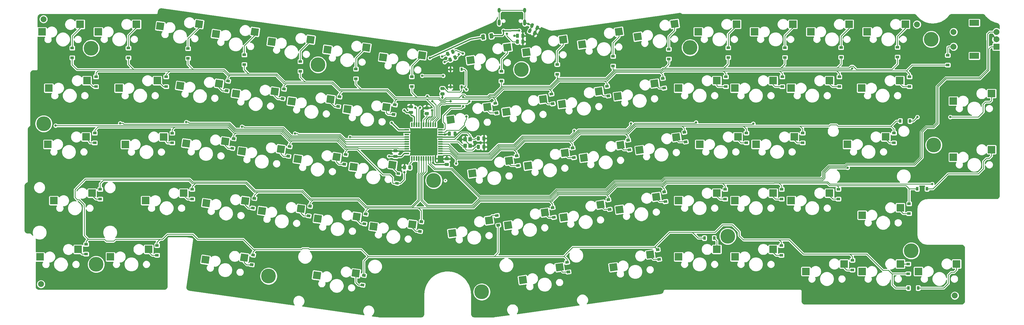
<source format=gbl>
G04 #@! TF.GenerationSoftware,KiCad,Pcbnew,(5.1.9)-1*
G04 #@! TF.CreationDate,2021-06-30T09:07:22+01:00*
G04 #@! TF.ProjectId,Paul-PCB-KICAD,5061756c-2d50-4434-922d-4b494341442e,rev?*
G04 #@! TF.SameCoordinates,Original*
G04 #@! TF.FileFunction,Copper,L2,Bot*
G04 #@! TF.FilePolarity,Positive*
%FSLAX46Y46*%
G04 Gerber Fmt 4.6, Leading zero omitted, Abs format (unit mm)*
G04 Created by KiCad (PCBNEW (5.1.9)-1) date 2021-06-30 09:07:22*
%MOMM*%
%LPD*%
G01*
G04 APERTURE LIST*
G04 #@! TA.AperFunction,ComponentPad*
%ADD10C,2.000000*%
G04 #@! TD*
G04 #@! TA.AperFunction,SMDPad,CuDef*
%ADD11R,0.750000X1.000000*%
G04 #@! TD*
G04 #@! TA.AperFunction,SMDPad,CuDef*
%ADD12R,2.550000X2.500000*%
G04 #@! TD*
G04 #@! TA.AperFunction,SMDPad,CuDef*
%ADD13C,0.100000*%
G04 #@! TD*
G04 #@! TA.AperFunction,ComponentPad*
%ADD14C,5.000000*%
G04 #@! TD*
G04 #@! TA.AperFunction,ComponentPad*
%ADD15R,3.200000X2.000000*%
G04 #@! TD*
G04 #@! TA.AperFunction,ComponentPad*
%ADD16R,2.000000X2.000000*%
G04 #@! TD*
G04 #@! TA.AperFunction,ComponentPad*
%ADD17O,1.000000X1.600000*%
G04 #@! TD*
G04 #@! TA.AperFunction,ComponentPad*
%ADD18O,1.000000X2.100000*%
G04 #@! TD*
G04 #@! TA.AperFunction,SMDPad,CuDef*
%ADD19R,1.200000X1.400000*%
G04 #@! TD*
G04 #@! TA.AperFunction,SMDPad,CuDef*
%ADD20R,0.900000X1.200000*%
G04 #@! TD*
G04 #@! TA.AperFunction,SMDPad,CuDef*
%ADD21R,1.200000X0.900000*%
G04 #@! TD*
G04 #@! TA.AperFunction,SMDPad,CuDef*
%ADD22R,0.550000X1.500000*%
G04 #@! TD*
G04 #@! TA.AperFunction,SMDPad,CuDef*
%ADD23R,1.500000X0.550000*%
G04 #@! TD*
G04 #@! TA.AperFunction,ViaPad*
%ADD24C,0.800000*%
G04 #@! TD*
G04 #@! TA.AperFunction,Conductor*
%ADD25C,0.500000*%
G04 #@! TD*
G04 #@! TA.AperFunction,Conductor*
%ADD26C,0.400000*%
G04 #@! TD*
G04 #@! TA.AperFunction,Conductor*
%ADD27C,0.250000*%
G04 #@! TD*
G04 #@! TA.AperFunction,Conductor*
%ADD28C,0.350000*%
G04 #@! TD*
G04 #@! TA.AperFunction,Conductor*
%ADD29C,0.254000*%
G04 #@! TD*
G04 #@! TA.AperFunction,Conductor*
%ADD30C,0.100000*%
G04 #@! TD*
G04 APERTURE END LIST*
D10*
X296690000Y88250000D03*
X1090000Y90020000D03*
X240000Y290000D03*
X309470000Y-3590000D03*
D11*
X142570000Y67050000D03*
X142570000Y73050000D03*
X138820000Y67050000D03*
X138820000Y73050000D03*
D12*
X235085000Y66687500D03*
X248012000Y69227500D03*
G04 #@! TA.AperFunction,SMDPad,CuDef*
D13*
G36*
X71165587Y84677124D02*
G01*
X71513520Y87152794D01*
X74038703Y86797902D01*
X73690770Y84322232D01*
X71165587Y84677124D01*
G37*
G04 #@! TD.AperFunction*
G04 #@! TA.AperFunction,SMDPad,CuDef*
G36*
X58010892Y83960933D02*
G01*
X58358825Y86436603D01*
X60884008Y86081711D01*
X60536075Y83606041D01*
X58010892Y83960933D01*
G37*
G04 #@! TD.AperFunction*
G04 #@! TA.AperFunction,SMDPad,CuDef*
G36*
X92479925Y21393985D02*
G01*
X92827858Y23869655D01*
X95353041Y23514763D01*
X95005108Y21039093D01*
X92479925Y21393985D01*
G37*
G04 #@! TD.AperFunction*
G04 #@! TA.AperFunction,SMDPad,CuDef*
G36*
X105634620Y22110176D02*
G01*
X105982553Y24585846D01*
X108507736Y24230954D01*
X108159803Y21755284D01*
X105634620Y22110176D01*
G37*
G04 #@! TD.AperFunction*
D12*
X279838750Y85757500D03*
X292765750Y88297500D03*
G04 #@! TA.AperFunction,SMDPad,CuDef*
D13*
G36*
X114590892Y76010933D02*
G01*
X114938825Y78486603D01*
X117464008Y78131711D01*
X117116075Y75656041D01*
X114590892Y76010933D01*
G37*
G04 #@! TD.AperFunction*
G04 #@! TA.AperFunction,SMDPad,CuDef*
G36*
X127745587Y76727124D02*
G01*
X128093520Y79202794D01*
X130618703Y78847902D01*
X130270770Y76372232D01*
X127745587Y76727124D01*
G37*
G04 #@! TD.AperFunction*
D12*
X297165000Y4600000D03*
X310092000Y7140000D03*
X278135000Y4590000D03*
X291062000Y7130000D03*
X259105000Y4600000D03*
X272032000Y7140000D03*
X235095000Y9550000D03*
X248022000Y12090000D03*
X216025000Y9550000D03*
X228952000Y12090000D03*
G04 #@! TA.AperFunction,SMDPad,CuDef*
D13*
G36*
X192877102Y4592086D02*
G01*
X192529169Y7067756D01*
X195054352Y7422648D01*
X195402285Y4946978D01*
X192877102Y4592086D01*
G37*
G04 #@! TD.AperFunction*
G04 #@! TA.AperFunction,SMDPad,CuDef*
G36*
X205324798Y8906458D02*
G01*
X204976865Y11382128D01*
X207502048Y11737020D01*
X207849981Y9261350D01*
X205324798Y8906458D01*
G37*
G04 #@! TD.AperFunction*
G04 #@! TA.AperFunction,SMDPad,CuDef*
G36*
X138348186Y16165762D02*
G01*
X138000253Y18641432D01*
X140525436Y18996324D01*
X140873369Y16520654D01*
X138348186Y16165762D01*
G37*
G04 #@! TD.AperFunction*
G04 #@! TA.AperFunction,SMDPad,CuDef*
G36*
X150795882Y20480134D02*
G01*
X150447949Y22955804D01*
X152973132Y23310696D01*
X153321065Y20835026D01*
X150795882Y20480134D01*
G37*
G04 #@! TD.AperFunction*
D12*
X308995000Y43280000D03*
X321922000Y45820000D03*
X278135000Y23640000D03*
X291062000Y26180000D03*
X254135000Y28587500D03*
X267062000Y31127500D03*
X235085000Y28587500D03*
X248012000Y31127500D03*
X216035000Y28587500D03*
X228962000Y31127500D03*
G04 #@! TA.AperFunction,SMDPad,CuDef*
D13*
G36*
X194942006Y24119505D02*
G01*
X194594073Y26595175D01*
X197119256Y26950067D01*
X197467189Y24474397D01*
X194942006Y24119505D01*
G37*
G04 #@! TD.AperFunction*
G04 #@! TA.AperFunction,SMDPad,CuDef*
G36*
X207389702Y28433877D02*
G01*
X207041769Y30909547D01*
X209566952Y31264439D01*
X209914885Y28788769D01*
X207389702Y28433877D01*
G37*
G04 #@! TD.AperFunction*
G04 #@! TA.AperFunction,SMDPad,CuDef*
G36*
X176077399Y21468257D02*
G01*
X175729466Y23943927D01*
X178254649Y24298819D01*
X178602582Y21823149D01*
X176077399Y21468257D01*
G37*
G04 #@! TD.AperFunction*
G04 #@! TA.AperFunction,SMDPad,CuDef*
G36*
X188525095Y25782629D02*
G01*
X188177162Y28258299D01*
X190702345Y28613191D01*
X191050278Y26137521D01*
X188525095Y25782629D01*
G37*
G04 #@! TD.AperFunction*
G04 #@! TA.AperFunction,SMDPad,CuDef*
G36*
X157212793Y18817010D02*
G01*
X156864860Y21292680D01*
X159390043Y21647572D01*
X159737976Y19171902D01*
X157212793Y18817010D01*
G37*
G04 #@! TD.AperFunction*
G04 #@! TA.AperFunction,SMDPad,CuDef*
G36*
X169660489Y23131382D02*
G01*
X169312556Y25607052D01*
X171837739Y25961944D01*
X172185672Y23486274D01*
X169660489Y23131382D01*
G37*
G04 #@! TD.AperFunction*
G04 #@! TA.AperFunction,SMDPad,CuDef*
G36*
X111344532Y18742737D02*
G01*
X111692465Y21218407D01*
X114217648Y20863515D01*
X113869715Y18387845D01*
X111344532Y18742737D01*
G37*
G04 #@! TD.AperFunction*
G04 #@! TA.AperFunction,SMDPad,CuDef*
G36*
X124499227Y19458928D02*
G01*
X124847160Y21934598D01*
X127372343Y21579706D01*
X127024410Y19104036D01*
X124499227Y19458928D01*
G37*
G04 #@! TD.AperFunction*
G04 #@! TA.AperFunction,SMDPad,CuDef*
G36*
X73615319Y24045232D02*
G01*
X73963252Y26520902D01*
X76488435Y26166010D01*
X76140502Y23690340D01*
X73615319Y24045232D01*
G37*
G04 #@! TD.AperFunction*
G04 #@! TA.AperFunction,SMDPad,CuDef*
G36*
X86770014Y24761423D02*
G01*
X87117947Y27237093D01*
X89643130Y26882201D01*
X89295197Y24406531D01*
X86770014Y24761423D01*
G37*
G04 #@! TD.AperFunction*
G04 #@! TA.AperFunction,SMDPad,CuDef*
G36*
X54750712Y26696480D02*
G01*
X55098645Y29172150D01*
X57623828Y28817258D01*
X57275895Y26341588D01*
X54750712Y26696480D01*
G37*
G04 #@! TD.AperFunction*
G04 #@! TA.AperFunction,SMDPad,CuDef*
G36*
X67905407Y27412671D02*
G01*
X68253340Y29888341D01*
X70778523Y29533449D01*
X70430590Y27057779D01*
X67905407Y27412671D01*
G37*
G04 #@! TD.AperFunction*
D12*
X35635000Y28580000D03*
X48562000Y31120000D03*
X308995000Y62300000D03*
X321922000Y64840000D03*
X242228750Y47637500D03*
X255155750Y50177500D03*
X223178750Y47637500D03*
X236105750Y50177500D03*
G04 #@! TA.AperFunction,SMDPad,CuDef*
D13*
G36*
X201723062Y44309735D02*
G01*
X201375129Y46785405D01*
X203900312Y47140297D01*
X204248245Y44664627D01*
X201723062Y44309735D01*
G37*
G04 #@! TD.AperFunction*
G04 #@! TA.AperFunction,SMDPad,CuDef*
G36*
X214170758Y48624107D02*
G01*
X213822825Y51099777D01*
X216348008Y51454669D01*
X216695941Y48978999D01*
X214170758Y48624107D01*
G37*
G04 #@! TD.AperFunction*
G04 #@! TA.AperFunction,SMDPad,CuDef*
G36*
X182858455Y41658488D02*
G01*
X182510522Y44134158D01*
X185035705Y44489050D01*
X185383638Y42013380D01*
X182858455Y41658488D01*
G37*
G04 #@! TD.AperFunction*
G04 #@! TA.AperFunction,SMDPad,CuDef*
G36*
X195306151Y45972860D02*
G01*
X194958218Y48448530D01*
X197483401Y48803422D01*
X197831334Y46327752D01*
X195306151Y45972860D01*
G37*
G04 #@! TD.AperFunction*
G04 #@! TA.AperFunction,SMDPad,CuDef*
G36*
X163993848Y39007240D02*
G01*
X163645915Y41482910D01*
X166171098Y41837802D01*
X166519031Y39362132D01*
X163993848Y39007240D01*
G37*
G04 #@! TD.AperFunction*
G04 #@! TA.AperFunction,SMDPad,CuDef*
G36*
X176441544Y43321612D02*
G01*
X176093611Y45797282D01*
X178618794Y46152174D01*
X178966727Y43676504D01*
X176441544Y43321612D01*
G37*
G04 #@! TD.AperFunction*
G04 #@! TA.AperFunction,SMDPad,CuDef*
G36*
X145129242Y36355993D02*
G01*
X144781309Y38831663D01*
X147306492Y39186555D01*
X147654425Y36710885D01*
X145129242Y36355993D01*
G37*
G04 #@! TD.AperFunction*
G04 #@! TA.AperFunction,SMDPad,CuDef*
G36*
X157576938Y40670365D02*
G01*
X157229005Y43146035D01*
X159754188Y43500927D01*
X160102121Y41025257D01*
X157576938Y40670365D01*
G37*
G04 #@! TD.AperFunction*
G04 #@! TA.AperFunction,SMDPad,CuDef*
G36*
X104563476Y38932968D02*
G01*
X104911409Y41408638D01*
X107436592Y41053746D01*
X107088659Y38578076D01*
X104563476Y38932968D01*
G37*
G04 #@! TD.AperFunction*
G04 #@! TA.AperFunction,SMDPad,CuDef*
G36*
X117718171Y39649159D02*
G01*
X118066104Y42124829D01*
X120591287Y41769937D01*
X120243354Y39294267D01*
X117718171Y39649159D01*
G37*
G04 #@! TD.AperFunction*
G04 #@! TA.AperFunction,SMDPad,CuDef*
G36*
X85698870Y41584215D02*
G01*
X86046803Y44059885D01*
X88571986Y43704993D01*
X88224053Y41229323D01*
X85698870Y41584215D01*
G37*
G04 #@! TD.AperFunction*
G04 #@! TA.AperFunction,SMDPad,CuDef*
G36*
X98853565Y42300406D02*
G01*
X99201498Y44776076D01*
X101726681Y44421184D01*
X101378748Y41945514D01*
X98853565Y42300406D01*
G37*
G04 #@! TD.AperFunction*
G04 #@! TA.AperFunction,SMDPad,CuDef*
G36*
X66834263Y44235463D02*
G01*
X67182196Y46711133D01*
X69707379Y46356241D01*
X69359446Y43880571D01*
X66834263Y44235463D01*
G37*
G04 #@! TD.AperFunction*
G04 #@! TA.AperFunction,SMDPad,CuDef*
G36*
X79988958Y44951654D02*
G01*
X80336891Y47427324D01*
X82862074Y47072432D01*
X82514141Y44596762D01*
X79988958Y44951654D01*
G37*
G04 #@! TD.AperFunction*
G04 #@! TA.AperFunction,SMDPad,CuDef*
G36*
X47969656Y46886710D02*
G01*
X48317589Y49362380D01*
X50842772Y49007488D01*
X50494839Y46531818D01*
X47969656Y46886710D01*
G37*
G04 #@! TD.AperFunction*
G04 #@! TA.AperFunction,SMDPad,CuDef*
G36*
X61124351Y47602901D02*
G01*
X61472284Y50078571D01*
X63997467Y49723679D01*
X63649534Y47248009D01*
X61124351Y47602901D01*
G37*
G04 #@! TD.AperFunction*
D12*
X28805000Y47600000D03*
X41732000Y50140000D03*
X254135000Y66687500D03*
X267062000Y69227500D03*
X216035000Y66687500D03*
X228962000Y69227500D03*
G04 #@! TA.AperFunction,SMDPad,CuDef*
D13*
G36*
X194355663Y62511530D02*
G01*
X194007730Y64987200D01*
X196532913Y65342092D01*
X196880846Y62866422D01*
X194355663Y62511530D01*
G37*
G04 #@! TD.AperFunction*
G04 #@! TA.AperFunction,SMDPad,CuDef*
G36*
X206803359Y66825902D02*
G01*
X206455426Y69301572D01*
X208980609Y69656464D01*
X209328542Y67180794D01*
X206803359Y66825902D01*
G37*
G04 #@! TD.AperFunction*
G04 #@! TA.AperFunction,SMDPad,CuDef*
G36*
X175491056Y59860283D02*
G01*
X175143123Y62335953D01*
X177668306Y62690845D01*
X178016239Y60215175D01*
X175491056Y59860283D01*
G37*
G04 #@! TD.AperFunction*
G04 #@! TA.AperFunction,SMDPad,CuDef*
G36*
X187938752Y64174655D02*
G01*
X187590819Y66650325D01*
X190116002Y67005217D01*
X190463935Y64529547D01*
X187938752Y64174655D01*
G37*
G04 #@! TD.AperFunction*
G04 #@! TA.AperFunction,SMDPad,CuDef*
G36*
X156626449Y57209035D02*
G01*
X156278516Y59684705D01*
X158803699Y60039597D01*
X159151632Y57563927D01*
X156626449Y57209035D01*
G37*
G04 #@! TD.AperFunction*
G04 #@! TA.AperFunction,SMDPad,CuDef*
G36*
X169074145Y61523407D02*
G01*
X168726212Y63999077D01*
X171251395Y64353969D01*
X171599328Y61878299D01*
X169074145Y61523407D01*
G37*
G04 #@! TD.AperFunction*
G04 #@! TA.AperFunction,SMDPad,CuDef*
G36*
X137761843Y54557787D02*
G01*
X137413910Y57033457D01*
X139939093Y57388349D01*
X140287026Y54912679D01*
X137761843Y54557787D01*
G37*
G04 #@! TD.AperFunction*
G04 #@! TA.AperFunction,SMDPad,CuDef*
G36*
X150209539Y58872159D02*
G01*
X149861606Y61347829D01*
X152386789Y61702721D01*
X152734722Y59227051D01*
X150209539Y58872159D01*
G37*
G04 #@! TD.AperFunction*
G04 #@! TA.AperFunction,SMDPad,CuDef*
G36*
X102498572Y58460386D02*
G01*
X102846505Y60936056D01*
X105371688Y60581164D01*
X105023755Y58105494D01*
X102498572Y58460386D01*
G37*
G04 #@! TD.AperFunction*
G04 #@! TA.AperFunction,SMDPad,CuDef*
G36*
X115653267Y59176577D02*
G01*
X116001200Y61652247D01*
X118526383Y61297355D01*
X118178450Y58821685D01*
X115653267Y59176577D01*
G37*
G04 #@! TD.AperFunction*
G04 #@! TA.AperFunction,SMDPad,CuDef*
G36*
X83633965Y61111634D02*
G01*
X83981898Y63587304D01*
X86507081Y63232412D01*
X86159148Y60756742D01*
X83633965Y61111634D01*
G37*
G04 #@! TD.AperFunction*
G04 #@! TA.AperFunction,SMDPad,CuDef*
G36*
X96788660Y61827825D02*
G01*
X97136593Y64303495D01*
X99661776Y63948603D01*
X99313843Y61472933D01*
X96788660Y61827825D01*
G37*
G04 #@! TD.AperFunction*
G04 #@! TA.AperFunction,SMDPad,CuDef*
G36*
X64769359Y63762881D02*
G01*
X65117292Y66238551D01*
X67642475Y65883659D01*
X67294542Y63407989D01*
X64769359Y63762881D01*
G37*
G04 #@! TD.AperFunction*
G04 #@! TA.AperFunction,SMDPad,CuDef*
G36*
X77924054Y64479072D02*
G01*
X78271987Y66954742D01*
X80797170Y66599850D01*
X80449237Y64124180D01*
X77924054Y64479072D01*
G37*
G04 #@! TD.AperFunction*
G04 #@! TA.AperFunction,SMDPad,CuDef*
G36*
X45904752Y66414129D02*
G01*
X46252685Y68889799D01*
X48777868Y68534907D01*
X48429935Y66059237D01*
X45904752Y66414129D01*
G37*
G04 #@! TD.AperFunction*
G04 #@! TA.AperFunction,SMDPad,CuDef*
G36*
X59059447Y67130320D02*
G01*
X59407380Y69605990D01*
X61932563Y69251098D01*
X61584630Y66775428D01*
X59059447Y67130320D01*
G37*
G04 #@! TD.AperFunction*
D12*
X26685000Y66680000D03*
X39612000Y69220000D03*
X260788750Y85757500D03*
X273715750Y88297500D03*
X241738750Y85757500D03*
X254665750Y88297500D03*
X222688750Y85757500D03*
X235615750Y88297500D03*
G04 #@! TA.AperFunction,SMDPad,CuDef*
D13*
G36*
X201136718Y82701761D02*
G01*
X200788785Y85177431D01*
X203313968Y85532323D01*
X203661901Y83056653D01*
X201136718Y82701761D01*
G37*
G04 #@! TD.AperFunction*
G04 #@! TA.AperFunction,SMDPad,CuDef*
G36*
X213584414Y87016133D02*
G01*
X213236481Y89491803D01*
X215761664Y89846695D01*
X216109597Y87371025D01*
X213584414Y87016133D01*
G37*
G04 #@! TD.AperFunction*
G04 #@! TA.AperFunction,SMDPad,CuDef*
G36*
X182272112Y80050513D02*
G01*
X181924179Y82526183D01*
X184449362Y82881075D01*
X184797295Y80405405D01*
X182272112Y80050513D01*
G37*
G04 #@! TD.AperFunction*
G04 #@! TA.AperFunction,SMDPad,CuDef*
G36*
X194719808Y84364885D02*
G01*
X194371875Y86840555D01*
X196897058Y87195447D01*
X197244991Y84719777D01*
X194719808Y84364885D01*
G37*
G04 #@! TD.AperFunction*
G04 #@! TA.AperFunction,SMDPad,CuDef*
G36*
X163407505Y77399265D02*
G01*
X163059572Y79874935D01*
X165584755Y80229827D01*
X165932688Y77754157D01*
X163407505Y77399265D01*
G37*
G04 #@! TD.AperFunction*
G04 #@! TA.AperFunction,SMDPad,CuDef*
G36*
X175855201Y81713637D02*
G01*
X175507268Y84189307D01*
X178032451Y84544199D01*
X178380384Y82068529D01*
X175855201Y81713637D01*
G37*
G04 #@! TD.AperFunction*
G04 #@! TA.AperFunction,SMDPad,CuDef*
G36*
X144542898Y74748018D02*
G01*
X144194965Y77223688D01*
X146720148Y77578580D01*
X147068081Y75102910D01*
X144542898Y74748018D01*
G37*
G04 #@! TD.AperFunction*
G04 #@! TA.AperFunction,SMDPad,CuDef*
G36*
X156990594Y79062390D02*
G01*
X156642661Y81538060D01*
X159167844Y81892952D01*
X159515777Y79417282D01*
X156990594Y79062390D01*
G37*
G04 #@! TD.AperFunction*
G04 #@! TA.AperFunction,SMDPad,CuDef*
G36*
X95740892Y78650933D02*
G01*
X96088825Y81126603D01*
X98614008Y80771711D01*
X98266075Y78296041D01*
X95740892Y78650933D01*
G37*
G04 #@! TD.AperFunction*
G04 #@! TA.AperFunction,SMDPad,CuDef*
G36*
X108895587Y79367124D02*
G01*
X109243520Y81842794D01*
X111768703Y81487902D01*
X111420770Y79012232D01*
X108895587Y79367124D01*
G37*
G04 #@! TD.AperFunction*
G04 #@! TA.AperFunction,SMDPad,CuDef*
G36*
X76860892Y81310933D02*
G01*
X77208825Y83786603D01*
X79734008Y83431711D01*
X79386075Y80956041D01*
X76860892Y81310933D01*
G37*
G04 #@! TD.AperFunction*
G04 #@! TA.AperFunction,SMDPad,CuDef*
G36*
X90015587Y82027124D02*
G01*
X90363520Y84502794D01*
X92888703Y84147902D01*
X92540770Y81672232D01*
X90015587Y82027124D01*
G37*
G04 #@! TD.AperFunction*
G04 #@! TA.AperFunction,SMDPad,CuDef*
G36*
X39140892Y86600933D02*
G01*
X39488825Y89076603D01*
X42014008Y88721711D01*
X41666075Y86246041D01*
X39140892Y86600933D01*
G37*
G04 #@! TD.AperFunction*
G04 #@! TA.AperFunction,SMDPad,CuDef*
G36*
X52295587Y87317124D02*
G01*
X52643520Y89792794D01*
X55168703Y89437902D01*
X54820770Y86962232D01*
X52295587Y87317124D01*
G37*
G04 #@! TD.AperFunction*
D12*
X19625000Y85750000D03*
X32552000Y88290000D03*
X585000Y85720000D03*
X13512000Y88260000D03*
X277947500Y66687500D03*
X290874500Y69227500D03*
X2875000Y66680000D03*
X15802000Y69220000D03*
X4585000Y28570000D03*
X17512000Y31110000D03*
X273185000Y47637500D03*
X286112000Y50177500D03*
X2575000Y47620000D03*
X15502000Y50160000D03*
G04 #@! TA.AperFunction,SMDPad,CuDef*
D13*
G36*
X54457540Y7500467D02*
G01*
X54805473Y9976137D01*
X57330656Y9621245D01*
X56982723Y7145575D01*
X54457540Y7500467D01*
G37*
G04 #@! TD.AperFunction*
G04 #@! TA.AperFunction,SMDPad,CuDef*
G36*
X67612235Y8216658D02*
G01*
X67960168Y10692328D01*
X70485351Y10337436D01*
X70137418Y7861766D01*
X67612235Y8216658D01*
G37*
G04 #@! TD.AperFunction*
D12*
X23735000Y9540000D03*
X36662000Y12080000D03*
X-105000Y9520000D03*
X12822000Y12060000D03*
G04 #@! TA.AperFunction,SMDPad,CuDef*
D13*
G36*
X162222116Y283809D02*
G01*
X161874183Y2759479D01*
X164399366Y3114371D01*
X164747299Y638701D01*
X162222116Y283809D01*
G37*
G04 #@! TD.AperFunction*
G04 #@! TA.AperFunction,SMDPad,CuDef*
G36*
X174669812Y4598181D02*
G01*
X174321879Y7073851D01*
X176847062Y7428743D01*
X177194995Y4953073D01*
X174669812Y4598181D01*
G37*
G04 #@! TD.AperFunction*
G04 #@! TA.AperFunction,SMDPad,CuDef*
G36*
X92186754Y2197972D02*
G01*
X92534687Y4673642D01*
X95059870Y4318750D01*
X94711937Y1843080D01*
X92186754Y2197972D01*
G37*
G04 #@! TD.AperFunction*
G04 #@! TA.AperFunction,SMDPad,CuDef*
G36*
X105341449Y2914163D02*
G01*
X105689382Y5389833D01*
X108214565Y5034941D01*
X107866632Y2559271D01*
X105341449Y2914163D01*
G37*
G04 #@! TD.AperFunction*
D14*
X133136887Y35392650D03*
X77258161Y3003314D03*
X219885384Y80385180D03*
X18906250Y7000000D03*
X162859822Y72980677D03*
X294750250Y11573500D03*
X93981649Y74572360D03*
X149396946Y-2325869D03*
X302349875Y47386750D03*
X17192000Y80200000D03*
X232647250Y16524999D03*
X301512250Y83200000D03*
X1152800Y54625000D03*
D10*
X309080000Y85700000D03*
X309080000Y80700000D03*
D15*
X316080000Y88800000D03*
X316080000Y77600000D03*
D10*
X323580000Y85700000D03*
X323580000Y83200000D03*
D16*
X323580000Y80700000D03*
G04 #@! TA.AperFunction,SMDPad,CuDef*
G36*
G01*
X161992500Y82850002D02*
X161992500Y81949998D01*
G75*
G02*
X161742502Y81700000I-249998J0D01*
G01*
X161217498Y81700000D01*
G75*
G02*
X160967500Y81949998I0J249998D01*
G01*
X160967500Y82850002D01*
G75*
G02*
X161217498Y83100000I249998J0D01*
G01*
X161742502Y83100000D01*
G75*
G02*
X161992500Y82850002I0J-249998D01*
G01*
G37*
G04 #@! TD.AperFunction*
G04 #@! TA.AperFunction,SMDPad,CuDef*
G36*
G01*
X163817500Y82850002D02*
X163817500Y81949998D01*
G75*
G02*
X163567502Y81700000I-249998J0D01*
G01*
X163042498Y81700000D01*
G75*
G02*
X162792500Y81949998I0J249998D01*
G01*
X162792500Y82850002D01*
G75*
G02*
X163042498Y83100000I249998J0D01*
G01*
X163567502Y83100000D01*
G75*
G02*
X163817500Y82850002I0J-249998D01*
G01*
G37*
G04 #@! TD.AperFunction*
G04 #@! TA.AperFunction,SMDPad,CuDef*
G36*
G01*
X163817500Y84840002D02*
X163817500Y83939998D01*
G75*
G02*
X163567502Y83690000I-249998J0D01*
G01*
X163042498Y83690000D01*
G75*
G02*
X162792500Y83939998I0J249998D01*
G01*
X162792500Y84840002D01*
G75*
G02*
X163042498Y85090000I249998J0D01*
G01*
X163567502Y85090000D01*
G75*
G02*
X163817500Y84840002I0J-249998D01*
G01*
G37*
G04 #@! TD.AperFunction*
G04 #@! TA.AperFunction,SMDPad,CuDef*
G36*
G01*
X161992500Y84840002D02*
X161992500Y83939998D01*
G75*
G02*
X161742502Y83690000I-249998J0D01*
G01*
X161217498Y83690000D01*
G75*
G02*
X160967500Y83939998I0J249998D01*
G01*
X160967500Y84840002D01*
G75*
G02*
X161217498Y85090000I249998J0D01*
G01*
X161742502Y85090000D01*
G75*
G02*
X161992500Y84840002I0J-249998D01*
G01*
G37*
G04 #@! TD.AperFunction*
G04 #@! TA.AperFunction,SMDPad,CuDef*
G36*
G01*
X166304431Y86248320D02*
X165945555Y85422963D01*
G75*
G02*
X165616606Y85293386I-229263J99686D01*
G01*
X165135146Y85502731D01*
G75*
G02*
X165005569Y85831680I99686J229263D01*
G01*
X165364445Y86657037D01*
G75*
G02*
X165693394Y86786614I229263J-99686D01*
G01*
X166174854Y86577269D01*
G75*
G02*
X166304431Y86248320I-99686J-229263D01*
G01*
G37*
G04 #@! TD.AperFunction*
G04 #@! TA.AperFunction,SMDPad,CuDef*
G36*
G01*
X167978065Y85520602D02*
X167619189Y84695245D01*
G75*
G02*
X167290240Y84565668I-229263J99686D01*
G01*
X166808780Y84775013D01*
G75*
G02*
X166679203Y85103962I99686J229263D01*
G01*
X167038079Y85929319D01*
G75*
G02*
X167367028Y86058896I229263J-99686D01*
G01*
X167848488Y85849551D01*
G75*
G02*
X167978065Y85520602I-99686J-229263D01*
G01*
G37*
G04 #@! TD.AperFunction*
G04 #@! TA.AperFunction,SMDPad,CuDef*
G36*
G01*
X167077936Y88101229D02*
X166699124Y87230022D01*
G75*
G02*
X166370172Y87100444I-229265J99687D01*
G01*
X165911642Y87299819D01*
G75*
G02*
X165782064Y87628771I99687J229265D01*
G01*
X166160876Y88499978D01*
G75*
G02*
X166489828Y88629556I229265J-99687D01*
G01*
X166948358Y88430181D01*
G75*
G02*
X167077936Y88101229I-99687J-229265D01*
G01*
G37*
G04 #@! TD.AperFunction*
G04 #@! TA.AperFunction,SMDPad,CuDef*
G36*
G01*
X168820350Y87343605D02*
X168441538Y86472398D01*
G75*
G02*
X168112586Y86342820I-229265J99687D01*
G01*
X167654056Y86542195D01*
G75*
G02*
X167524478Y86871147I99687J229265D01*
G01*
X167903290Y87742354D01*
G75*
G02*
X168232242Y87871932I229265J-99687D01*
G01*
X168690772Y87672557D01*
G75*
G02*
X168820350Y87343605I-99687J-229265D01*
G01*
G37*
G04 #@! TD.AperFunction*
D17*
X155310000Y93080000D03*
X163950000Y93080000D03*
D18*
X155310000Y88900000D03*
X163950000Y88900000D03*
D19*
X143780000Y47120000D03*
X143780000Y49320000D03*
X145480000Y49320000D03*
X145480000Y47120000D03*
G04 #@! TA.AperFunction,SMDPad,CuDef*
G36*
G01*
X124550000Y39349998D02*
X124550000Y40250002D01*
G75*
G02*
X124799998Y40500000I249998J0D01*
G01*
X125325002Y40500000D01*
G75*
G02*
X125575000Y40250002I0J-249998D01*
G01*
X125575000Y39349998D01*
G75*
G02*
X125325002Y39100000I-249998J0D01*
G01*
X124799998Y39100000D01*
G75*
G02*
X124550000Y39349998I0J249998D01*
G01*
G37*
G04 #@! TD.AperFunction*
G04 #@! TA.AperFunction,SMDPad,CuDef*
G36*
G01*
X122725000Y39349998D02*
X122725000Y40250002D01*
G75*
G02*
X122974998Y40500000I249998J0D01*
G01*
X123500002Y40500000D01*
G75*
G02*
X123750000Y40250002I0J-249998D01*
G01*
X123750000Y39349998D01*
G75*
G02*
X123500002Y39100000I-249998J0D01*
G01*
X122974998Y39100000D01*
G75*
G02*
X122725000Y39349998I0J249998D01*
G01*
G37*
G04 #@! TD.AperFunction*
G04 #@! TA.AperFunction,SMDPad,CuDef*
G36*
G01*
X136550002Y66037500D02*
X135649998Y66037500D01*
G75*
G02*
X135400000Y66287498I0J249998D01*
G01*
X135400000Y66812502D01*
G75*
G02*
X135649998Y67062500I249998J0D01*
G01*
X136550002Y67062500D01*
G75*
G02*
X136800000Y66812502I0J-249998D01*
G01*
X136800000Y66287498D01*
G75*
G02*
X136550002Y66037500I-249998J0D01*
G01*
G37*
G04 #@! TD.AperFunction*
G04 #@! TA.AperFunction,SMDPad,CuDef*
G36*
G01*
X136550002Y64212500D02*
X135649998Y64212500D01*
G75*
G02*
X135400000Y64462498I0J249998D01*
G01*
X135400000Y64987502D01*
G75*
G02*
X135649998Y65237500I249998J0D01*
G01*
X136550002Y65237500D01*
G75*
G02*
X136800000Y64987502I0J-249998D01*
G01*
X136800000Y64462498D01*
G75*
G02*
X136550002Y64212500I-249998J0D01*
G01*
G37*
G04 #@! TD.AperFunction*
G04 #@! TA.AperFunction,SMDPad,CuDef*
G36*
G01*
X140109445Y76432963D02*
X139750569Y77258320D01*
G75*
G02*
X139880146Y77587269I229263J99686D01*
G01*
X140361606Y77796614D01*
G75*
G02*
X140690555Y77667037I99686J-229263D01*
G01*
X141049431Y76841680D01*
G75*
G02*
X140919854Y76512731I-229263J-99686D01*
G01*
X140438394Y76303386D01*
G75*
G02*
X140109445Y76432963I-99686J229263D01*
G01*
G37*
G04 #@! TD.AperFunction*
G04 #@! TA.AperFunction,SMDPad,CuDef*
G36*
G01*
X138435811Y75705245D02*
X138076935Y76530602D01*
G75*
G02*
X138206512Y76859551I229263J99686D01*
G01*
X138687972Y77068896D01*
G75*
G02*
X139016921Y76939319I99686J-229263D01*
G01*
X139375797Y76113962D01*
G75*
G02*
X139246220Y75785013I-229263J-99686D01*
G01*
X138764760Y75575668D01*
G75*
G02*
X138435811Y75705245I-99686J229263D01*
G01*
G37*
G04 #@! TD.AperFunction*
G04 #@! TA.AperFunction,SMDPad,CuDef*
G36*
G01*
X139309445Y78382963D02*
X138950569Y79208320D01*
G75*
G02*
X139080146Y79537269I229263J99686D01*
G01*
X139561606Y79746614D01*
G75*
G02*
X139890555Y79617037I99686J-229263D01*
G01*
X140249431Y78791680D01*
G75*
G02*
X140119854Y78462731I-229263J-99686D01*
G01*
X139638394Y78253386D01*
G75*
G02*
X139309445Y78382963I-99686J229263D01*
G01*
G37*
G04 #@! TD.AperFunction*
G04 #@! TA.AperFunction,SMDPad,CuDef*
G36*
G01*
X137635811Y77655245D02*
X137276935Y78480602D01*
G75*
G02*
X137406512Y78809551I229263J99686D01*
G01*
X137887972Y79018896D01*
G75*
G02*
X138216921Y78889319I99686J-229263D01*
G01*
X138575797Y78063962D01*
G75*
G02*
X138446220Y77735013I-229263J-99686D01*
G01*
X137964760Y77525668D01*
G75*
G02*
X137635811Y77655245I-99686J229263D01*
G01*
G37*
G04 #@! TD.AperFunction*
G04 #@! TA.AperFunction,SMDPad,CuDef*
G36*
G01*
X152118066Y83644100D02*
X151944099Y84881935D01*
G75*
G02*
X152156873Y85164295I247567J34793D01*
G01*
X152899574Y85268674D01*
G75*
G02*
X153181934Y85055900I34793J-247567D01*
G01*
X153355901Y83818065D01*
G75*
G02*
X153143127Y83535705I-247567J-34793D01*
G01*
X152400426Y83431326D01*
G75*
G02*
X152118066Y83644100I-34793J247567D01*
G01*
G37*
G04 #@! TD.AperFunction*
G04 #@! TA.AperFunction,SMDPad,CuDef*
G36*
G01*
X149345316Y83254416D02*
X149171349Y84492251D01*
G75*
G02*
X149384123Y84774611I247567J34793D01*
G01*
X150126824Y84878990D01*
G75*
G02*
X150409184Y84666216I34793J-247567D01*
G01*
X150583151Y83428381D01*
G75*
G02*
X150370377Y83146021I-247567J-34793D01*
G01*
X149627676Y83041642D01*
G75*
G02*
X149345316Y83254416I-34793J247567D01*
G01*
G37*
G04 #@! TD.AperFunction*
D20*
X297070000Y-1010000D03*
X293770000Y-1010000D03*
X300070000Y32590000D03*
X296770000Y32590000D03*
X294340000Y55540000D03*
X291040000Y55540000D03*
D21*
X307100000Y77800000D03*
X307100000Y74500000D03*
X290100000Y80500000D03*
X290100000Y77200000D03*
X294150000Y67200000D03*
X294150000Y70500000D03*
X271000000Y80400000D03*
X271000000Y77100000D03*
X293720000Y7130000D03*
X293720000Y3830000D03*
X294010000Y24200000D03*
X294010000Y27500000D03*
X288890000Y48140000D03*
X288890000Y51440000D03*
X270400000Y67200000D03*
X270400000Y70500000D03*
X252000000Y80350000D03*
X252000000Y77050000D03*
X274850000Y5090000D03*
X274850000Y8390000D03*
X270080000Y29110000D03*
X270080000Y32410000D03*
X257980000Y48150000D03*
X257980000Y51450000D03*
X251100000Y67200000D03*
X251100000Y70500000D03*
X232800000Y80350000D03*
X232800000Y77050000D03*
X250780000Y10050000D03*
X250780000Y13350000D03*
X250900000Y29100000D03*
X250900000Y32400000D03*
X238950000Y48175000D03*
X238950000Y51475000D03*
X232000000Y67200000D03*
X232000000Y70500000D03*
X212700000Y79850000D03*
X212700000Y76550000D03*
D20*
X228060000Y15890000D03*
X224760000Y15890000D03*
D21*
X231780000Y29080000D03*
X231780000Y32380000D03*
G04 #@! TA.AperFunction,SMDPad,CuDef*
D13*
G36*
X217752483Y48844233D02*
G01*
X218940805Y49011240D01*
X219066061Y48119999D01*
X217877739Y47952992D01*
X217752483Y48844233D01*
G37*
G04 #@! TD.AperFunction*
G04 #@! TA.AperFunction,SMDPad,CuDef*
G36*
X217293211Y52112117D02*
G01*
X218481533Y52279124D01*
X218606789Y51387883D01*
X217418467Y51220876D01*
X217293211Y52112117D01*
G37*
G04 #@! TD.AperFunction*
G04 #@! TA.AperFunction,SMDPad,CuDef*
G36*
X210472847Y67078175D02*
G01*
X211661169Y67245182D01*
X211786425Y66353941D01*
X210598103Y66186934D01*
X210472847Y67078175D01*
G37*
G04 #@! TD.AperFunction*
G04 #@! TA.AperFunction,SMDPad,CuDef*
G36*
X210013575Y70346059D02*
G01*
X211201897Y70513066D01*
X211327153Y69621825D01*
X210138831Y69454818D01*
X210013575Y70346059D01*
G37*
G04 #@! TD.AperFunction*
D21*
X193850000Y77450000D03*
X193850000Y74150000D03*
G04 #@! TA.AperFunction,SMDPad,CuDef*
D13*
G36*
X208763211Y9052117D02*
G01*
X209951533Y9219124D01*
X210076789Y8327883D01*
X208888467Y8160876D01*
X208763211Y9052117D01*
G37*
G04 #@! TD.AperFunction*
G04 #@! TA.AperFunction,SMDPad,CuDef*
G36*
X208303939Y12320001D02*
G01*
X209492261Y12487008D01*
X209617517Y11595767D01*
X208429195Y11428760D01*
X208303939Y12320001D01*
G37*
G04 #@! TD.AperFunction*
G04 #@! TA.AperFunction,SMDPad,CuDef*
G36*
X210932483Y28634233D02*
G01*
X212120805Y28801240D01*
X212246061Y27909999D01*
X211057739Y27742992D01*
X210932483Y28634233D01*
G37*
G04 #@! TD.AperFunction*
G04 #@! TA.AperFunction,SMDPad,CuDef*
G36*
X210473211Y31902117D02*
G01*
X211661533Y32069124D01*
X211786789Y31177883D01*
X210598467Y31010876D01*
X210473211Y31902117D01*
G37*
G04 #@! TD.AperFunction*
G04 #@! TA.AperFunction,SMDPad,CuDef*
G36*
X198727483Y46169233D02*
G01*
X199915805Y46336240D01*
X200041061Y45444999D01*
X198852739Y45277992D01*
X198727483Y46169233D01*
G37*
G04 #@! TD.AperFunction*
G04 #@! TA.AperFunction,SMDPad,CuDef*
G36*
X198268211Y49437117D02*
G01*
X199456533Y49604124D01*
X199581789Y48712883D01*
X198393467Y48545876D01*
X198268211Y49437117D01*
G37*
G04 #@! TD.AperFunction*
G04 #@! TA.AperFunction,SMDPad,CuDef*
G36*
X191593211Y64412117D02*
G01*
X192781533Y64579124D01*
X192906789Y63687883D01*
X191718467Y63520876D01*
X191593211Y64412117D01*
G37*
G04 #@! TD.AperFunction*
G04 #@! TA.AperFunction,SMDPad,CuDef*
G36*
X191133939Y67680001D02*
G01*
X192322261Y67847008D01*
X192447517Y66955767D01*
X191259195Y66788760D01*
X191133939Y67680001D01*
G37*
G04 #@! TD.AperFunction*
D21*
X174950000Y74700000D03*
X174950000Y71400000D03*
G04 #@! TA.AperFunction,SMDPad,CuDef*
D13*
G36*
X192032847Y25978175D02*
G01*
X193221169Y26145182D01*
X193346425Y25253941D01*
X192158103Y25086934D01*
X192032847Y25978175D01*
G37*
G04 #@! TD.AperFunction*
G04 #@! TA.AperFunction,SMDPad,CuDef*
G36*
X191573575Y29246059D02*
G01*
X192761897Y29413066D01*
X192887153Y28521825D01*
X191698831Y28354818D01*
X191573575Y29246059D01*
G37*
G04 #@! TD.AperFunction*
G04 #@! TA.AperFunction,SMDPad,CuDef*
G36*
X179927483Y43519233D02*
G01*
X181115805Y43686240D01*
X181241061Y42794999D01*
X180052739Y42627992D01*
X179927483Y43519233D01*
G37*
G04 #@! TD.AperFunction*
G04 #@! TA.AperFunction,SMDPad,CuDef*
G36*
X179468211Y46787117D02*
G01*
X180656533Y46954124D01*
X180781789Y46062883D01*
X179593467Y45895876D01*
X179468211Y46787117D01*
G37*
G04 #@! TD.AperFunction*
G04 #@! TA.AperFunction,SMDPad,CuDef*
G36*
X172763575Y61762117D02*
G01*
X173951897Y61929124D01*
X174077153Y61037883D01*
X172888831Y60870876D01*
X172763575Y61762117D01*
G37*
G04 #@! TD.AperFunction*
G04 #@! TA.AperFunction,SMDPad,CuDef*
G36*
X172304303Y65030001D02*
G01*
X173492625Y65197008D01*
X173617881Y64305767D01*
X172429559Y64138760D01*
X172304303Y65030001D01*
G37*
G04 #@! TD.AperFunction*
D21*
X156050000Y72350000D03*
X156050000Y69050000D03*
G04 #@! TA.AperFunction,SMDPad,CuDef*
D13*
G36*
X178082483Y4794233D02*
G01*
X179270805Y4961240D01*
X179396061Y4069999D01*
X178207739Y3902992D01*
X178082483Y4794233D01*
G37*
G04 #@! TD.AperFunction*
G04 #@! TA.AperFunction,SMDPad,CuDef*
G36*
X177623211Y8062117D02*
G01*
X178811533Y8229124D01*
X178936789Y7337883D01*
X177748467Y7170876D01*
X177623211Y8062117D01*
G37*
G04 #@! TD.AperFunction*
G04 #@! TA.AperFunction,SMDPad,CuDef*
G36*
X173162847Y23308175D02*
G01*
X174351169Y23475182D01*
X174476425Y22583941D01*
X173288103Y22416934D01*
X173162847Y23308175D01*
G37*
G04 #@! TD.AperFunction*
G04 #@! TA.AperFunction,SMDPad,CuDef*
G36*
X172703575Y26576059D02*
G01*
X173891897Y26743066D01*
X174017153Y25851825D01*
X172828831Y25684818D01*
X172703575Y26576059D01*
G37*
G04 #@! TD.AperFunction*
G04 #@! TA.AperFunction,SMDPad,CuDef*
G36*
X161018211Y40837117D02*
G01*
X162206533Y41004124D01*
X162331789Y40112883D01*
X161143467Y39945876D01*
X161018211Y40837117D01*
G37*
G04 #@! TD.AperFunction*
G04 #@! TA.AperFunction,SMDPad,CuDef*
G36*
X160558939Y44105001D02*
G01*
X161747261Y44272008D01*
X161872517Y43380767D01*
X160684195Y43213760D01*
X160558939Y44105001D01*
G37*
G04 #@! TD.AperFunction*
G04 #@! TA.AperFunction,SMDPad,CuDef*
G36*
X153772847Y58653175D02*
G01*
X154961169Y58820182D01*
X155086425Y57928941D01*
X153898103Y57761934D01*
X153772847Y58653175D01*
G37*
G04 #@! TD.AperFunction*
G04 #@! TA.AperFunction,SMDPad,CuDef*
G36*
X153313575Y61921059D02*
G01*
X154501897Y62088066D01*
X154627153Y61196825D01*
X153438831Y61029818D01*
X153313575Y61921059D01*
G37*
G04 #@! TD.AperFunction*
D21*
X125700000Y70550000D03*
X125700000Y67250000D03*
G04 #@! TA.AperFunction,SMDPad,CuDef*
D13*
G36*
X155167153Y23161825D02*
G01*
X153978831Y22994818D01*
X153853575Y23886059D01*
X155041897Y24053066D01*
X155167153Y23161825D01*
G37*
G04 #@! TD.AperFunction*
G04 #@! TA.AperFunction,SMDPad,CuDef*
G36*
X155626425Y19893941D02*
G01*
X154438103Y19726934D01*
X154312847Y20618175D01*
X155501169Y20785182D01*
X155626425Y19893941D01*
G37*
G04 #@! TD.AperFunction*
G04 #@! TA.AperFunction,SMDPad,CuDef*
G36*
X127969195Y18701240D02*
G01*
X129157517Y18534233D01*
X129032261Y17642992D01*
X127843939Y17809999D01*
X127969195Y18701240D01*
G37*
G04 #@! TD.AperFunction*
G04 #@! TA.AperFunction,SMDPad,CuDef*
G36*
X128428467Y21969124D02*
G01*
X129616789Y21802117D01*
X129491533Y20910876D01*
X128303211Y21077883D01*
X128428467Y21969124D01*
G37*
G04 #@! TD.AperFunction*
G04 #@! TA.AperFunction,SMDPad,CuDef*
G36*
X121711169Y37204818D02*
G01*
X120522847Y37371825D01*
X120648103Y38263066D01*
X121836425Y38096059D01*
X121711169Y37204818D01*
G37*
G04 #@! TD.AperFunction*
G04 #@! TA.AperFunction,SMDPad,CuDef*
G36*
X121251897Y33936934D02*
G01*
X120063575Y34103941D01*
X120188831Y34995182D01*
X121377153Y34828175D01*
X121251897Y33936934D01*
G37*
G04 #@! TD.AperFunction*
G04 #@! TA.AperFunction,SMDPad,CuDef*
G36*
X119009195Y58311240D02*
G01*
X120197517Y58144233D01*
X120072261Y57252992D01*
X118883939Y57419999D01*
X119009195Y58311240D01*
G37*
G04 #@! TD.AperFunction*
G04 #@! TA.AperFunction,SMDPad,CuDef*
G36*
X119468467Y61579124D02*
G01*
X120656789Y61412117D01*
X120531533Y60520876D01*
X119343211Y60687883D01*
X119468467Y61579124D01*
G37*
G04 #@! TD.AperFunction*
D21*
X106800000Y73150000D03*
X106800000Y69850000D03*
G04 #@! TA.AperFunction,SMDPad,CuDef*
D13*
G36*
X108519195Y531240D02*
G01*
X109707517Y364233D01*
X109582261Y-527008D01*
X108393939Y-360001D01*
X108519195Y531240D01*
G37*
G04 #@! TD.AperFunction*
G04 #@! TA.AperFunction,SMDPad,CuDef*
G36*
X108978467Y3799124D02*
G01*
X110166789Y3632117D01*
X110041533Y2740876D01*
X108853211Y2907883D01*
X108978467Y3799124D01*
G37*
G04 #@! TD.AperFunction*
G04 #@! TA.AperFunction,SMDPad,CuDef*
G36*
X109149195Y21281240D02*
G01*
X110337517Y21114233D01*
X110212261Y20222992D01*
X109023939Y20389999D01*
X109149195Y21281240D01*
G37*
G04 #@! TD.AperFunction*
G04 #@! TA.AperFunction,SMDPad,CuDef*
G36*
X109608467Y24549124D02*
G01*
X110796789Y24382117D01*
X110671533Y23490876D01*
X109483211Y23657883D01*
X109608467Y24549124D01*
G37*
G04 #@! TD.AperFunction*
G04 #@! TA.AperFunction,SMDPad,CuDef*
G36*
X102334195Y41436240D02*
G01*
X103522517Y41269233D01*
X103397261Y40377992D01*
X102208939Y40544999D01*
X102334195Y41436240D01*
G37*
G04 #@! TD.AperFunction*
G04 #@! TA.AperFunction,SMDPad,CuDef*
G36*
X102793467Y44704124D02*
G01*
X103981789Y44537117D01*
X103856533Y43645876D01*
X102668211Y43812883D01*
X102793467Y44704124D01*
G37*
G04 #@! TD.AperFunction*
G04 #@! TA.AperFunction,SMDPad,CuDef*
G36*
X100718467Y64279124D02*
G01*
X101906789Y64112117D01*
X101781533Y63220876D01*
X100593211Y63387883D01*
X100718467Y64279124D01*
G37*
G04 #@! TD.AperFunction*
G04 #@! TA.AperFunction,SMDPad,CuDef*
G36*
X100259195Y61011240D02*
G01*
X101447517Y60844233D01*
X101322261Y59952992D01*
X100133939Y60119999D01*
X100259195Y61011240D01*
G37*
G04 #@! TD.AperFunction*
D21*
X88000000Y75650000D03*
X88000000Y72350000D03*
G04 #@! TA.AperFunction,SMDPad,CuDef*
D13*
G36*
X90289195Y23951240D02*
G01*
X91477517Y23784233D01*
X91352261Y22892992D01*
X90163939Y23059999D01*
X90289195Y23951240D01*
G37*
G04 #@! TD.AperFunction*
G04 #@! TA.AperFunction,SMDPad,CuDef*
G36*
X90748467Y27219124D02*
G01*
X91936789Y27052117D01*
X91811533Y26160876D01*
X90623211Y26327883D01*
X90748467Y27219124D01*
G37*
G04 #@! TD.AperFunction*
G04 #@! TA.AperFunction,SMDPad,CuDef*
G36*
X83393467Y44154124D02*
G01*
X84581789Y43987117D01*
X84456533Y43095876D01*
X83268211Y43262883D01*
X83393467Y44154124D01*
G37*
G04 #@! TD.AperFunction*
G04 #@! TA.AperFunction,SMDPad,CuDef*
G36*
X83852739Y47422008D02*
G01*
X85041061Y47255001D01*
X84915805Y46363760D01*
X83727483Y46530767D01*
X83852739Y47422008D01*
G37*
G04 #@! TD.AperFunction*
G04 #@! TA.AperFunction,SMDPad,CuDef*
G36*
X81488831Y63645182D02*
G01*
X82677153Y63478175D01*
X82551897Y62586934D01*
X81363575Y62753941D01*
X81488831Y63645182D01*
G37*
G04 #@! TD.AperFunction*
G04 #@! TA.AperFunction,SMDPad,CuDef*
G36*
X81948103Y66913066D02*
G01*
X83136425Y66746059D01*
X83011169Y65854818D01*
X81822847Y66021825D01*
X81948103Y66913066D01*
G37*
G04 #@! TD.AperFunction*
D21*
X69050000Y77950000D03*
X69050000Y74650000D03*
G04 #@! TA.AperFunction,SMDPad,CuDef*
D13*
G36*
X71018467Y7419124D02*
G01*
X72206789Y7252117D01*
X72081533Y6360876D01*
X70893211Y6527883D01*
X71018467Y7419124D01*
G37*
G04 #@! TD.AperFunction*
G04 #@! TA.AperFunction,SMDPad,CuDef*
G36*
X71477739Y10687008D02*
G01*
X72666061Y10520001D01*
X72540805Y9628760D01*
X71352483Y9795767D01*
X71477739Y10687008D01*
G37*
G04 #@! TD.AperFunction*
G04 #@! TA.AperFunction,SMDPad,CuDef*
G36*
X71428467Y26579124D02*
G01*
X72616789Y26412117D01*
X72491533Y25520876D01*
X71303211Y25687883D01*
X71428467Y26579124D01*
G37*
G04 #@! TD.AperFunction*
G04 #@! TA.AperFunction,SMDPad,CuDef*
G36*
X71887739Y29847008D02*
G01*
X73076061Y29680001D01*
X72950805Y28788760D01*
X71762483Y28955767D01*
X71887739Y29847008D01*
G37*
G04 #@! TD.AperFunction*
G04 #@! TA.AperFunction,SMDPad,CuDef*
G36*
X64468467Y46829124D02*
G01*
X65656789Y46662117D01*
X65531533Y45770876D01*
X64343211Y45937883D01*
X64468467Y46829124D01*
G37*
G04 #@! TD.AperFunction*
G04 #@! TA.AperFunction,SMDPad,CuDef*
G36*
X64927739Y50097008D02*
G01*
X66116061Y49930001D01*
X65990805Y49038760D01*
X64802483Y49205767D01*
X64927739Y50097008D01*
G37*
G04 #@! TD.AperFunction*
G04 #@! TA.AperFunction,SMDPad,CuDef*
G36*
X62538831Y66345182D02*
G01*
X63727153Y66178175D01*
X63601897Y65286934D01*
X62413575Y65453941D01*
X62538831Y66345182D01*
G37*
G04 #@! TD.AperFunction*
G04 #@! TA.AperFunction,SMDPad,CuDef*
G36*
X62998103Y69613066D02*
G01*
X64186425Y69446059D01*
X64061169Y68554818D01*
X62872847Y68721825D01*
X62998103Y69613066D01*
G37*
G04 #@! TD.AperFunction*
D21*
X50000000Y80050000D03*
X50000000Y76750000D03*
X39500000Y10100000D03*
X39500000Y13400000D03*
X51390000Y29100000D03*
X51390000Y32400000D03*
X44650000Y48125000D03*
X44650000Y51425000D03*
X42600000Y67200000D03*
X42600000Y70500000D03*
X29800000Y80250000D03*
X29800000Y76950000D03*
X15520000Y10460000D03*
X15520000Y13760000D03*
X20280000Y29090000D03*
X20280000Y32390000D03*
X18425000Y48150000D03*
X18425000Y51450000D03*
X18850000Y67200000D03*
X18850000Y70500000D03*
X10800000Y80250000D03*
X10800000Y76950000D03*
G04 #@! TA.AperFunction,SMDPad,CuDef*
G36*
G01*
X125895000Y59860000D02*
X124945000Y59860000D01*
G75*
G02*
X124695000Y60110000I0J250000D01*
G01*
X124695000Y60610000D01*
G75*
G02*
X124945000Y60860000I250000J0D01*
G01*
X125895000Y60860000D01*
G75*
G02*
X126145000Y60610000I0J-250000D01*
G01*
X126145000Y60110000D01*
G75*
G02*
X125895000Y59860000I-250000J0D01*
G01*
G37*
G04 #@! TD.AperFunction*
G04 #@! TA.AperFunction,SMDPad,CuDef*
G36*
G01*
X125895000Y57960000D02*
X124945000Y57960000D01*
G75*
G02*
X124695000Y58210000I0J250000D01*
G01*
X124695000Y58710000D01*
G75*
G02*
X124945000Y58960000I250000J0D01*
G01*
X125895000Y58960000D01*
G75*
G02*
X126145000Y58710000I0J-250000D01*
G01*
X126145000Y58210000D01*
G75*
G02*
X125895000Y57960000I-250000J0D01*
G01*
G37*
G04 #@! TD.AperFunction*
G04 #@! TA.AperFunction,SMDPad,CuDef*
G36*
G01*
X130325000Y58550000D02*
X131275000Y58550000D01*
G75*
G02*
X131525000Y58300000I0J-250000D01*
G01*
X131525000Y57800000D01*
G75*
G02*
X131275000Y57550000I-250000J0D01*
G01*
X130325000Y57550000D01*
G75*
G02*
X130075000Y57800000I0J250000D01*
G01*
X130075000Y58300000D01*
G75*
G02*
X130325000Y58550000I250000J0D01*
G01*
G37*
G04 #@! TD.AperFunction*
G04 #@! TA.AperFunction,SMDPad,CuDef*
G36*
G01*
X130325000Y60450000D02*
X131275000Y60450000D01*
G75*
G02*
X131525000Y60200000I0J-250000D01*
G01*
X131525000Y59700000D01*
G75*
G02*
X131275000Y59450000I-250000J0D01*
G01*
X130325000Y59450000D01*
G75*
G02*
X130075000Y59700000I0J250000D01*
G01*
X130075000Y60200000D01*
G75*
G02*
X130325000Y60450000I250000J0D01*
G01*
G37*
G04 #@! TD.AperFunction*
G04 #@! TA.AperFunction,SMDPad,CuDef*
G36*
G01*
X138055000Y42230000D02*
X137105000Y42230000D01*
G75*
G02*
X136855000Y42480000I0J250000D01*
G01*
X136855000Y42980000D01*
G75*
G02*
X137105000Y43230000I250000J0D01*
G01*
X138055000Y43230000D01*
G75*
G02*
X138305000Y42980000I0J-250000D01*
G01*
X138305000Y42480000D01*
G75*
G02*
X138055000Y42230000I-250000J0D01*
G01*
G37*
G04 #@! TD.AperFunction*
G04 #@! TA.AperFunction,SMDPad,CuDef*
G36*
G01*
X138055000Y40330000D02*
X137105000Y40330000D01*
G75*
G02*
X136855000Y40580000I0J250000D01*
G01*
X136855000Y41080000D01*
G75*
G02*
X137105000Y41330000I250000J0D01*
G01*
X138055000Y41330000D01*
G75*
G02*
X138305000Y41080000I0J-250000D01*
G01*
X138305000Y40580000D01*
G75*
G02*
X138055000Y40330000I-250000J0D01*
G01*
G37*
G04 #@! TD.AperFunction*
G04 #@! TA.AperFunction,SMDPad,CuDef*
G36*
G01*
X139850000Y50755000D02*
X139850000Y51705000D01*
G75*
G02*
X140100000Y51955000I250000J0D01*
G01*
X140600000Y51955000D01*
G75*
G02*
X140850000Y51705000I0J-250000D01*
G01*
X140850000Y50755000D01*
G75*
G02*
X140600000Y50505000I-250000J0D01*
G01*
X140100000Y50505000D01*
G75*
G02*
X139850000Y50755000I0J250000D01*
G01*
G37*
G04 #@! TD.AperFunction*
G04 #@! TA.AperFunction,SMDPad,CuDef*
G36*
G01*
X137950000Y50755000D02*
X137950000Y51705000D01*
G75*
G02*
X138200000Y51955000I250000J0D01*
G01*
X138700000Y51955000D01*
G75*
G02*
X138950000Y51705000I0J-250000D01*
G01*
X138950000Y50755000D01*
G75*
G02*
X138700000Y50505000I-250000J0D01*
G01*
X138200000Y50505000D01*
G75*
G02*
X137950000Y50755000I0J250000D01*
G01*
G37*
G04 #@! TD.AperFunction*
G04 #@! TA.AperFunction,SMDPad,CuDef*
G36*
G01*
X147730000Y49145000D02*
X147730000Y50095000D01*
G75*
G02*
X147980000Y50345000I250000J0D01*
G01*
X148480000Y50345000D01*
G75*
G02*
X148730000Y50095000I0J-250000D01*
G01*
X148730000Y49145000D01*
G75*
G02*
X148480000Y48895000I-250000J0D01*
G01*
X147980000Y48895000D01*
G75*
G02*
X147730000Y49145000I0J250000D01*
G01*
G37*
G04 #@! TD.AperFunction*
G04 #@! TA.AperFunction,SMDPad,CuDef*
G36*
G01*
X149630000Y49145000D02*
X149630000Y50095000D01*
G75*
G02*
X149880000Y50345000I250000J0D01*
G01*
X150380000Y50345000D01*
G75*
G02*
X150630000Y50095000I0J-250000D01*
G01*
X150630000Y49145000D01*
G75*
G02*
X150380000Y48895000I-250000J0D01*
G01*
X149880000Y48895000D01*
G75*
G02*
X149630000Y49145000I0J250000D01*
G01*
G37*
G04 #@! TD.AperFunction*
G04 #@! TA.AperFunction,SMDPad,CuDef*
G36*
G01*
X147755000Y46320000D02*
X147755000Y47270000D01*
G75*
G02*
X148005000Y47520000I250000J0D01*
G01*
X148505000Y47520000D01*
G75*
G02*
X148755000Y47270000I0J-250000D01*
G01*
X148755000Y46320000D01*
G75*
G02*
X148505000Y46070000I-250000J0D01*
G01*
X148005000Y46070000D01*
G75*
G02*
X147755000Y46320000I0J250000D01*
G01*
G37*
G04 #@! TD.AperFunction*
G04 #@! TA.AperFunction,SMDPad,CuDef*
G36*
G01*
X149655000Y46320000D02*
X149655000Y47270000D01*
G75*
G02*
X149905000Y47520000I250000J0D01*
G01*
X150405000Y47520000D01*
G75*
G02*
X150655000Y47270000I0J-250000D01*
G01*
X150655000Y46320000D01*
G75*
G02*
X150405000Y46070000I-250000J0D01*
G01*
X149905000Y46070000D01*
G75*
G02*
X149655000Y46320000I0J250000D01*
G01*
G37*
G04 #@! TD.AperFunction*
G04 #@! TA.AperFunction,SMDPad,CuDef*
G36*
G01*
X120675000Y44950000D02*
X119725000Y44950000D01*
G75*
G02*
X119475000Y45200000I0J250000D01*
G01*
X119475000Y45700000D01*
G75*
G02*
X119725000Y45950000I250000J0D01*
G01*
X120675000Y45950000D01*
G75*
G02*
X120925000Y45700000I0J-250000D01*
G01*
X120925000Y45200000D01*
G75*
G02*
X120675000Y44950000I-250000J0D01*
G01*
G37*
G04 #@! TD.AperFunction*
G04 #@! TA.AperFunction,SMDPad,CuDef*
G36*
G01*
X120675000Y43050000D02*
X119725000Y43050000D01*
G75*
G02*
X119475000Y43300000I0J250000D01*
G01*
X119475000Y43800000D01*
G75*
G02*
X119725000Y44050000I250000J0D01*
G01*
X120675000Y44050000D01*
G75*
G02*
X120925000Y43800000I0J-250000D01*
G01*
X120925000Y43300000D01*
G75*
G02*
X120675000Y43050000I-250000J0D01*
G01*
G37*
G04 #@! TD.AperFunction*
D22*
X125730000Y54230000D03*
X126530000Y54230000D03*
X127330000Y54230000D03*
X128130000Y54230000D03*
X128930000Y54230000D03*
X129730000Y54230000D03*
X130530000Y54230000D03*
X131330000Y54230000D03*
X132130000Y54230000D03*
X132930000Y54230000D03*
X133730000Y54230000D03*
D23*
X135430000Y52530000D03*
X135430000Y51730000D03*
X135430000Y50930000D03*
X135430000Y50130000D03*
X135430000Y49330000D03*
X135430000Y48530000D03*
X135430000Y47730000D03*
X135430000Y46930000D03*
X135430000Y46130000D03*
X135430000Y45330000D03*
X135430000Y44530000D03*
D22*
X133730000Y42830000D03*
X132930000Y42830000D03*
X132130000Y42830000D03*
X131330000Y42830000D03*
X130530000Y42830000D03*
X129730000Y42830000D03*
X128930000Y42830000D03*
X128130000Y42830000D03*
X127330000Y42830000D03*
X126530000Y42830000D03*
X125730000Y42830000D03*
D23*
X124030000Y44530000D03*
X124030000Y45330000D03*
X124030000Y46130000D03*
X124030000Y46930000D03*
X124030000Y47730000D03*
X124030000Y48530000D03*
X124030000Y49330000D03*
X124030000Y50130000D03*
X124030000Y50930000D03*
X124030000Y51730000D03*
X124030000Y52530000D03*
D24*
X118000000Y43600000D03*
X118900000Y54900000D03*
X136950000Y50950000D03*
X132570000Y59170000D03*
X136100000Y63400000D03*
X132930000Y41390000D03*
X123170000Y59170000D03*
X131820000Y76870000D03*
X126750000Y62100000D03*
X154970000Y87130000D03*
X164101262Y87126262D03*
X123200000Y62100000D03*
X132720000Y74420000D03*
X319730000Y83200000D03*
X116900000Y51700000D03*
X138420000Y31110000D03*
X118850000Y53290000D03*
X17390000Y34560000D03*
X135580000Y54280000D03*
X128600000Y27200000D03*
X130970000Y63910000D03*
X132645000Y62245000D03*
X123190000Y38150000D03*
X140700000Y41120000D03*
X156725000Y86125000D03*
X162075000Y86150000D03*
X585000Y85685000D03*
X2875000Y66775000D03*
X2700000Y47750000D03*
X4600000Y28585000D03*
X-105000Y9520000D03*
X5190000Y53970000D03*
X165198819Y88378819D03*
X143019117Y78380883D03*
X141687367Y78172633D03*
X93650000Y3300000D03*
X93900000Y22450000D03*
X87100000Y42650000D03*
X85100000Y62200000D03*
X78300000Y82350000D03*
X86230000Y51320000D03*
X160450000Y84375000D03*
X157875000Y85100000D03*
X307970000Y56850000D03*
X296820000Y56850000D03*
X23735000Y9585000D03*
X35635000Y28580000D03*
X28805000Y47600000D03*
X26685000Y66685000D03*
X19625000Y85750000D03*
X27055000Y54795000D03*
X55950000Y8600000D03*
X56150000Y27800000D03*
X49400000Y47850000D03*
X47350000Y67500000D03*
X40600000Y87650000D03*
X49400000Y55180000D03*
X75100000Y25200000D03*
X68250000Y45400000D03*
X66200000Y64850000D03*
X59400000Y85000000D03*
X68250000Y53610000D03*
X139500000Y17600000D03*
X112750000Y19850000D03*
X106000000Y40000000D03*
X103950000Y59550000D03*
X97200000Y79700000D03*
X104840000Y50110000D03*
X163300000Y1700000D03*
X158300000Y20250000D03*
X146200000Y37800000D03*
X138850000Y55950000D03*
X116050000Y77050000D03*
X129250000Y70850000D03*
X138850000Y62190000D03*
X136350000Y70850000D03*
X177150000Y22900000D03*
X165050000Y40450000D03*
X157750000Y58650000D03*
X145650000Y76200000D03*
X145210000Y62190000D03*
X193950000Y6000000D03*
X196050000Y25550000D03*
X183900000Y43000000D03*
X176550000Y61300000D03*
X164500000Y78800000D03*
X180700000Y52250000D03*
X216000000Y9500000D03*
X216000000Y28600000D03*
X202850000Y45650000D03*
X195450000Y63950000D03*
X183400000Y81450000D03*
X199925000Y54675000D03*
X235100000Y9500000D03*
X235050000Y28500000D03*
X223150000Y47500000D03*
X216100000Y66750000D03*
X202250000Y84100000D03*
X221895000Y55055000D03*
X259100000Y4600000D03*
X254150000Y28550000D03*
X242200000Y47550000D03*
X235100000Y66700000D03*
X222650000Y85750000D03*
X241270000Y54630000D03*
X278150000Y4500000D03*
X278150000Y23650000D03*
X273200000Y47650000D03*
X254150000Y66650000D03*
X241800000Y85750000D03*
X273200000Y39700000D03*
X278000000Y66650000D03*
X260800000Y85750000D03*
X274785000Y73315000D03*
X143130000Y60530000D03*
X143130000Y63690000D03*
X297150000Y4500000D03*
X309050000Y43300000D03*
X309000000Y62300000D03*
X279850000Y85800000D03*
X301840000Y34180000D03*
X144180000Y66220000D03*
X144200000Y57023458D03*
X126910000Y60050000D03*
X135976150Y77383850D03*
X128500000Y60040000D03*
X136855249Y75474751D03*
D25*
X137097350Y35392650D02*
X137054700Y35350000D01*
D26*
X122150000Y43550000D02*
X120200000Y43550000D01*
X123130000Y44530000D02*
X122150000Y43550000D01*
X124030000Y44530000D02*
X123130000Y44530000D01*
X120150000Y43600000D02*
X120200000Y43550000D01*
X118000000Y43600000D02*
X120150000Y43600000D01*
X126550000Y54250000D02*
X126550000Y56850000D01*
X126550000Y56850000D02*
X126000000Y57400000D01*
X126530000Y54230000D02*
X126550000Y54250000D01*
X121270000Y52530000D02*
X118900000Y54900000D01*
X124030000Y52530000D02*
X121270000Y52530000D01*
X135450000Y50950000D02*
X135430000Y50930000D01*
X136950000Y50950000D02*
X135450000Y50950000D01*
X131500000Y56850000D02*
X132350000Y56850000D01*
X130654999Y56004999D02*
X131500000Y56850000D01*
X130654999Y54954999D02*
X130654999Y56004999D01*
X130530000Y54830000D02*
X130654999Y54954999D01*
X130530000Y54230000D02*
X130530000Y54830000D01*
X136100000Y64725000D02*
X136100000Y63400000D01*
X136100000Y63400000D02*
X136100000Y63400000D01*
X132570000Y57070000D02*
X132350000Y56850000D01*
X132570000Y59170000D02*
X132570000Y57070000D01*
X136950000Y50950000D02*
X137260000Y50950000D01*
X137540000Y51230000D02*
X138450000Y51230000D01*
X137260000Y50950000D02*
X137540000Y51230000D01*
X145625000Y83275000D02*
X149877250Y83960316D01*
X126000000Y57400000D02*
X125690000Y57400000D01*
X125420000Y57670000D02*
X125420000Y58460000D01*
X125690000Y57400000D02*
X125420000Y57670000D01*
X132930000Y41390000D02*
X132930000Y41390000D01*
X132930000Y42830000D02*
X132930000Y41390000D01*
X133490000Y40830000D02*
X132930000Y41390000D01*
X137580000Y40830000D02*
X133490000Y40830000D01*
X123170000Y59170000D02*
X123930000Y58410000D01*
X125370000Y58410000D02*
X125420000Y58460000D01*
X123930000Y58410000D02*
X125370000Y58410000D01*
X131820000Y76870000D02*
X145625000Y83275000D01*
X145480000Y47299998D02*
X145480000Y47120000D01*
D27*
X143780000Y48999998D02*
X145480000Y47299998D01*
D26*
X143780000Y49320000D02*
X143780000Y48999998D01*
X145480000Y47120000D02*
X146155000Y47120000D01*
X133800000Y42760000D02*
X133730000Y42830000D01*
X121650000Y45450000D02*
X120200000Y45450000D01*
X121770000Y45330000D02*
X121650000Y45450000D01*
X124030000Y45330000D02*
X121770000Y45330000D01*
X128930000Y54230000D02*
X128930000Y53020000D01*
X124030000Y51730000D02*
X125320000Y51730000D01*
X124030000Y45330000D02*
X125420000Y45330000D01*
X133730000Y42830000D02*
X133730000Y44320000D01*
X135430000Y50130000D02*
X134080000Y50130000D01*
X150130000Y46820000D02*
X150155000Y46795000D01*
X150130000Y49620000D02*
X150130000Y46820000D01*
X124200000Y62100000D02*
X124200000Y62100000D01*
X126750000Y62100000D02*
X130350000Y62100000D01*
X130800000Y61650000D02*
X130800000Y59950000D01*
X130350000Y62100000D02*
X130800000Y61650000D01*
X128930000Y54230000D02*
X128930000Y58830000D01*
X130050000Y59950000D02*
X130800000Y59950000D01*
X128930000Y58830000D02*
X130050000Y59950000D01*
D27*
X123237500Y39800000D02*
X123237500Y42037500D01*
X123237500Y42037500D02*
X125450000Y44250000D01*
D26*
X124000000Y51700000D02*
X124030000Y51730000D01*
D27*
X140340000Y51220000D02*
X140350000Y51230000D01*
D26*
X135460000Y50130000D02*
X135490000Y50100000D01*
X135430000Y50130000D02*
X135460000Y50130000D01*
X135490000Y50100000D02*
X140110000Y50100000D01*
X140350000Y50340000D02*
X140350000Y51230000D01*
X140110000Y50100000D02*
X140350000Y50340000D01*
X150130000Y49620000D02*
X150130000Y51340000D01*
X150130000Y51340000D02*
X149640000Y51830000D01*
X149640000Y51830000D02*
X145050000Y51830000D01*
X145050000Y51830000D02*
X144710000Y52170000D01*
X144710000Y52170000D02*
X142210000Y52170000D01*
X141270000Y51230000D02*
X140350000Y51230000D01*
X142210000Y52170000D02*
X141270000Y51230000D01*
X124200000Y62100000D02*
X123200000Y62100000D01*
X125420000Y61860000D02*
X125660000Y62100000D01*
X125420000Y60360000D02*
X125420000Y61860000D01*
X125660000Y62100000D02*
X124200000Y62100000D01*
X126750000Y62100000D02*
X125660000Y62100000D01*
X133730000Y42830000D02*
X133730000Y41850000D01*
X133730000Y41850000D02*
X134070000Y41510000D01*
X134070000Y41510000D02*
X134650000Y41510000D01*
X134650000Y41510000D02*
X135090000Y41950000D01*
X135090000Y41950000D02*
X135090000Y42310000D01*
X135510000Y42730000D02*
X137580000Y42730000D01*
X135090000Y42310000D02*
X135510000Y42730000D01*
X140380000Y50340000D02*
X141270000Y51230000D01*
X140350000Y50340000D02*
X140380000Y50340000D01*
X132720000Y74420000D02*
X132720000Y74420000D01*
X132713878Y74426122D02*
X132720000Y74420000D01*
D27*
X138740000Y42730000D02*
X137580000Y42730000D01*
X139770000Y41700000D02*
X138740000Y42730000D01*
X139770000Y39702820D02*
X139770000Y41700000D01*
X172197997Y30610047D02*
X148862772Y30610047D01*
X174447998Y32860048D02*
X172197997Y30610047D01*
X148862772Y30610047D02*
X139770000Y39702820D01*
X194107998Y35740048D02*
X191227998Y32860048D01*
X210067998Y35740048D02*
X194107998Y35740048D01*
X211078000Y36750050D02*
X210067998Y35740048D01*
X263760050Y36750050D02*
X211078000Y36750050D01*
X272104208Y40950030D02*
X266620800Y40950030D01*
X319730000Y83200000D02*
X320079980Y82850020D01*
X191227998Y32860048D02*
X174447998Y32860048D01*
X297519980Y43502800D02*
X295507200Y41490020D01*
X264209972Y37199972D02*
X263760050Y36750050D01*
X317617200Y70730020D02*
X306157199Y70730019D01*
X264209973Y38539203D02*
X264209972Y37199972D01*
X266620800Y40950030D02*
X264209973Y38539203D01*
X306157199Y70730019D02*
X302899981Y67472801D01*
X301980020Y54200020D02*
X299577200Y54200020D01*
X320079980Y73192800D02*
X317617200Y70730020D01*
X302899981Y67472801D02*
X302899981Y55119981D01*
X320079980Y82850020D02*
X320079980Y73192800D01*
X302899981Y55119981D02*
X301980020Y54200020D01*
X295507200Y41490020D02*
X272644197Y41490019D01*
X299577200Y54200020D02*
X297519982Y52142802D01*
X297519982Y52142802D02*
X297519980Y43502800D01*
X272644197Y41490019D02*
X272104208Y40950030D01*
D26*
X163305000Y84390000D02*
X164106710Y84376710D01*
X163305000Y84390000D02*
X163305000Y82400000D01*
D28*
X168172414Y87107376D02*
X167328634Y85312282D01*
D26*
X166478736Y84376710D02*
X166860000Y84380000D01*
X166860000Y84380000D02*
X167328634Y85312282D01*
X154970000Y87130000D02*
X164101262Y87126262D01*
X164101262Y85262158D02*
X164986710Y84376710D01*
X164101262Y87126262D02*
X164101262Y85262158D01*
X164986710Y84376710D02*
X166478736Y84376710D01*
X164106710Y84376710D02*
X164986710Y84376710D01*
D27*
X132720000Y74420000D02*
X134820000Y74420000D01*
X134820000Y74420000D02*
X136190000Y73050000D01*
X136190000Y73050000D02*
X137380000Y73050000D01*
X137380000Y73050000D02*
X138820000Y73050000D01*
X137380000Y67520000D02*
X137850000Y67050000D01*
X137850000Y67050000D02*
X138820000Y67050000D01*
X137380000Y73050000D02*
X137380000Y67520000D01*
D26*
X116900000Y51700000D02*
X124000000Y51700000D01*
D27*
X125062500Y39800000D02*
X125062500Y41162500D01*
X125730000Y41830000D02*
X125730000Y42830000D01*
X125062500Y41162500D02*
X125730000Y41830000D01*
X146230000Y45670000D02*
X147355000Y46795000D01*
X147355000Y46795000D02*
X148255000Y46795000D01*
X144280000Y45670000D02*
X146230000Y45670000D01*
X143780000Y46170000D02*
X144280000Y45670000D01*
X143780000Y47120000D02*
X143780000Y46170000D01*
X142810000Y47120000D02*
X143780000Y47120000D01*
X141400000Y48530000D02*
X142810000Y47120000D01*
X135430000Y48530000D02*
X141400000Y48530000D01*
X145480000Y49320000D02*
X146980000Y49320000D01*
X147280000Y49620000D02*
X148230000Y49620000D01*
X146980000Y49320000D02*
X147280000Y49620000D01*
X135430000Y49330000D02*
X140230000Y49330000D01*
X140230000Y49330000D02*
X142510000Y51610000D01*
X145480000Y50657524D02*
X145480000Y49320000D01*
X144527524Y51610000D02*
X145480000Y50657524D01*
X142510000Y51610000D02*
X144527524Y51610000D01*
X130800000Y57000000D02*
X130800000Y58050000D01*
X129730000Y55930000D02*
X130800000Y57000000D01*
X129730000Y54230000D02*
X129730000Y55930000D01*
X32552000Y88290000D02*
X32500000Y88238000D01*
X32500000Y88238000D02*
X32500000Y87200000D01*
X29800000Y84500000D02*
X29800000Y80250000D01*
X32500000Y87200000D02*
X29800000Y84500000D01*
X271100000Y77200000D02*
X271000000Y77100000D01*
X252050000Y77100000D02*
X252000000Y77050000D01*
X49800000Y76950000D02*
X50000000Y76750000D01*
X130970000Y63910000D02*
X130970000Y63910000D01*
X132645000Y62245000D02*
X133910000Y60980000D01*
X133910000Y57031114D02*
X132753866Y55874982D01*
X133910000Y60980000D02*
X133910000Y57031114D01*
X132753866Y55874982D02*
X132734982Y55874982D01*
X132130000Y54230000D02*
X132130000Y55754981D01*
X132250001Y55874982D02*
X132734982Y55874982D01*
X132130000Y55754981D02*
X132250001Y55874982D01*
X117436400Y66200010D02*
X120186400Y63450010D01*
X98936401Y68700009D02*
X101436400Y66200010D01*
X62186400Y72950010D02*
X63686400Y71450010D01*
X130510010Y63450010D02*
X130970000Y63910000D01*
X10800000Y74570000D02*
X12419990Y72950010D01*
X79936401Y71450009D02*
X82686400Y68700010D01*
X10800000Y76950000D02*
X10800000Y74570000D01*
X29800000Y74760020D02*
X31610010Y72950010D01*
X29800000Y76950000D02*
X29800000Y74760020D01*
X12419990Y72950010D02*
X31610010Y72950010D01*
X50000000Y74650020D02*
X51700010Y72950010D01*
X50000000Y76750000D02*
X50000000Y74650020D01*
X51700010Y72950010D02*
X62186400Y72950010D01*
X31610010Y72950010D02*
X51700010Y72950010D01*
X69050000Y72940018D02*
X70540009Y71450009D01*
X69050000Y74650000D02*
X69050000Y72940018D01*
X70540009Y71450009D02*
X79936401Y71450009D01*
X63686400Y71450010D02*
X70540009Y71450009D01*
X88000000Y70360000D02*
X89659991Y68700009D01*
X88000000Y72350000D02*
X88000000Y70360000D01*
X89659991Y68700009D02*
X98936401Y68700009D01*
X82686400Y68700010D02*
X89659991Y68700009D01*
X106800000Y67930000D02*
X108529990Y66200010D01*
X106800000Y69850000D02*
X106800000Y67930000D01*
X108529990Y66200010D02*
X117436400Y66200010D01*
X101436400Y66200010D02*
X108529990Y66200010D01*
X125700000Y65150000D02*
X127399990Y63450010D01*
X127399990Y63450010D02*
X130510010Y63450010D01*
X125700000Y67250000D02*
X125700000Y65150000D01*
X120186400Y63450010D02*
X127399990Y63450010D01*
X130970000Y63910000D02*
X131420000Y63460000D01*
X135751999Y62674999D02*
X136424999Y62674999D01*
X134966998Y63460000D02*
X135751999Y62674999D01*
X131420000Y63460000D02*
X134966998Y63460000D01*
X136424999Y62674999D02*
X137140000Y63390000D01*
X137140000Y63390000D02*
X141010000Y63390000D01*
X156050000Y69050000D02*
X156050000Y67313610D01*
X174950000Y71400000D02*
X174950000Y70013610D01*
X212700000Y76550000D02*
X212700000Y74736410D01*
X141010000Y63390000D02*
X141000000Y63390000D01*
X276229990Y73000010D02*
X288179990Y73000010D01*
X275120000Y74110000D02*
X276229990Y73000010D01*
X274360000Y74110000D02*
X275120000Y74110000D01*
X288179990Y73000010D02*
X290100000Y74920020D01*
X250643610Y73400020D02*
X250693610Y73450020D01*
X210133608Y72900018D02*
X210633610Y73400020D01*
X194327200Y72900018D02*
X210133608Y72900018D01*
X290100000Y74920020D02*
X290100000Y77200000D01*
X141010000Y63390000D02*
X141756998Y63390000D01*
X141756998Y63390000D02*
X142781999Y64415001D01*
X273700020Y73450020D02*
X274360000Y74110000D01*
X142781999Y64415001D02*
X143478001Y64415001D01*
X143478001Y64415001D02*
X144052982Y63840020D01*
X144052982Y63840020D02*
X150760020Y63840020D01*
X150760020Y63840020D02*
X150770000Y63850000D01*
X150770000Y63850000D02*
X151477180Y63850000D01*
X151477180Y63850000D02*
X152127200Y64500018D01*
X175227200Y70000018D02*
X191427198Y70000018D01*
X152127200Y64500018D02*
X153527198Y64500018D01*
X156327200Y67300018D02*
X172527198Y67300018D01*
X271000000Y77100000D02*
X271000000Y74750000D01*
X269700020Y73450020D02*
X273700020Y73450020D01*
X271000000Y74750000D02*
X269700020Y73450020D01*
X250693610Y73450020D02*
X269700020Y73450020D01*
X252000000Y74756410D02*
X250643610Y73400020D01*
X252000000Y77050000D02*
X252000000Y74756410D01*
X232749980Y74810020D02*
X231339980Y73400020D01*
X231339980Y73400020D02*
X250643610Y73400020D01*
X232749980Y76999980D02*
X232800000Y77050000D01*
X232749980Y74810020D02*
X232749980Y76999980D01*
X212646410Y74736410D02*
X211310020Y73400020D01*
X212700000Y74736410D02*
X212646410Y74736410D01*
X211310020Y73400020D02*
X231339980Y73400020D01*
X210633610Y73400020D02*
X211310020Y73400020D01*
X193850000Y73060000D02*
X194168590Y72741410D01*
X194168590Y72741410D02*
X194327200Y72900018D01*
X193850000Y74150000D02*
X193850000Y73060000D01*
X191427198Y70000018D02*
X194168590Y72741410D01*
X175213608Y70013610D02*
X175227200Y70000018D01*
X174950000Y70013610D02*
X175213608Y70013610D01*
X174950000Y69722820D02*
X174913590Y69686410D01*
X174950000Y70013610D02*
X174950000Y69722820D01*
X174913590Y69686410D02*
X175227200Y70000018D01*
X172527198Y67300018D02*
X174913590Y69686410D01*
X156063592Y67300018D02*
X156050000Y67313610D01*
X156327200Y67300018D02*
X156063592Y67300018D01*
X156063590Y67300016D02*
X156063592Y67300018D01*
X156063590Y67036410D02*
X156063590Y67300016D01*
X153527198Y64500018D02*
X156063590Y67036410D01*
X156063590Y67036410D02*
X156327200Y67300018D01*
X50000000Y83488026D02*
X50000000Y80050000D01*
X53732145Y87220171D02*
X50000000Y83488026D01*
X53732145Y88377513D02*
X53732145Y87220171D01*
X18850000Y70500000D02*
X18850000Y71850000D01*
X18850000Y71850000D02*
X19500000Y72500000D01*
X42600000Y70500000D02*
X42600000Y71350000D01*
X42600000Y71350000D02*
X43750000Y72500000D01*
X19500000Y72500000D02*
X43750000Y72500000D01*
X51500000Y72500000D02*
X48000000Y72500000D01*
X48000000Y72500000D02*
X48250000Y72500000D01*
X43750000Y72500000D02*
X48000000Y72500000D01*
X51500000Y72500000D02*
X62000000Y72500000D01*
X62000000Y72500000D02*
X63500000Y71000000D01*
X70250000Y71000000D02*
X79750000Y71000000D01*
X79750000Y71000000D02*
X82500000Y68250000D01*
X90500000Y68250000D02*
X98750000Y68250000D01*
X98750000Y68250000D02*
X101250000Y65750000D01*
X63529636Y70369636D02*
X64160000Y71000000D01*
X63529636Y69083942D02*
X63529636Y70369636D01*
X64160000Y71000000D02*
X70250000Y71000000D01*
X63500000Y71000000D02*
X64160000Y71000000D01*
X82479636Y67519636D02*
X83210000Y68250000D01*
X82479636Y66383942D02*
X82479636Y67519636D01*
X83210000Y68250000D02*
X90500000Y68250000D01*
X82500000Y68250000D02*
X83210000Y68250000D01*
X101250000Y64760000D02*
X102240000Y65750000D01*
X101250000Y63750000D02*
X101250000Y64760000D01*
X101250000Y65750000D02*
X102240000Y65750000D01*
X102240000Y65750000D02*
X117250000Y65750000D01*
X117250000Y65750000D02*
X120000000Y63000000D01*
X132567467Y56324991D02*
X133300000Y57057524D01*
X131717466Y56324990D02*
X132567467Y56324991D01*
X131330000Y55937524D02*
X131717466Y56324990D01*
X133300000Y60470000D02*
X130770000Y63000000D01*
X131330000Y54230000D02*
X131330000Y55937524D01*
X133300000Y57057524D02*
X133300000Y60470000D01*
X251100000Y72500000D02*
X251150000Y72550000D01*
X210600000Y72000000D02*
X211100000Y72500000D01*
X191800000Y69100000D02*
X194700000Y72000000D01*
X134790588Y63000000D02*
X135565599Y62224989D01*
X135565599Y62224989D02*
X136611400Y62224990D01*
X136611400Y62224990D02*
X137326400Y62939990D01*
X130770000Y63000000D02*
X134790588Y63000000D01*
X137326400Y62939990D02*
X141196400Y62939990D01*
X141196400Y62939990D02*
X141196410Y62940000D01*
X141196410Y62940000D02*
X151840000Y62940000D01*
X151840000Y62940000D02*
X152500000Y63600000D01*
X153900000Y63600000D02*
X156700000Y66400000D01*
X172900000Y66400000D02*
X175600000Y69100000D01*
X153970364Y62809636D02*
X153180000Y63600000D01*
X153970364Y61558942D02*
X153970364Y62809636D01*
X153180000Y63600000D02*
X153900000Y63600000D01*
X152500000Y63600000D02*
X153180000Y63600000D01*
X172961092Y65618908D02*
X172180000Y66400000D01*
X172961092Y64667884D02*
X172961092Y65618908D01*
X172180000Y66400000D02*
X172900000Y66400000D01*
X156700000Y66400000D02*
X172180000Y66400000D01*
X191790728Y68279272D02*
X190970000Y69100000D01*
X191790728Y67317884D02*
X191790728Y68279272D01*
X190970000Y69100000D02*
X191800000Y69100000D01*
X175600000Y69100000D02*
X190970000Y69100000D01*
X210670364Y71129636D02*
X209800000Y72000000D01*
X210670364Y69983942D02*
X210670364Y71129636D01*
X209800000Y72000000D02*
X210600000Y72000000D01*
X194700000Y72000000D02*
X209800000Y72000000D01*
X232000000Y71660000D02*
X231160000Y72500000D01*
X232000000Y70500000D02*
X232000000Y71660000D01*
X211100000Y72500000D02*
X231160000Y72500000D01*
X251100000Y70500000D02*
X251100000Y71580000D01*
X250180000Y72500000D02*
X251100000Y72500000D01*
X251100000Y71580000D02*
X250180000Y72500000D01*
X231160000Y72500000D02*
X250180000Y72500000D01*
X270400000Y71660000D02*
X269510000Y72550000D01*
X270400000Y70500000D02*
X270400000Y71660000D01*
X269510000Y72550000D02*
X270550000Y72550000D01*
X251150000Y72550000D02*
X269510000Y72550000D01*
X294150000Y71560000D02*
X293160000Y72550000D01*
X294150000Y70500000D02*
X294150000Y71560000D01*
X270550000Y72550000D02*
X293160000Y72550000D01*
X295110000Y74500000D02*
X293160000Y72550000D01*
X307100000Y74500000D02*
X295110000Y74500000D01*
X120000000Y62300000D02*
X120700000Y63000000D01*
X120000000Y61050000D02*
X120000000Y62300000D01*
X120700000Y63000000D02*
X130770000Y63000000D01*
X120000000Y63000000D02*
X120700000Y63000000D01*
X72582145Y85727513D02*
X72582145Y85182145D01*
X69050000Y77950000D02*
X69050000Y80990000D01*
X72602145Y84542145D02*
X72602145Y85737513D01*
X69050000Y80990000D02*
X72602145Y84542145D01*
X269920000Y53780000D02*
X269480000Y54220000D01*
X269480000Y54220000D02*
X267380000Y54220000D01*
X267380000Y54220000D02*
X267030000Y53870000D01*
X267030000Y53870000D02*
X258000000Y53870000D01*
X201540000Y53870000D02*
X198900000Y51230000D01*
X193080000Y51230000D02*
X182690000Y51230000D01*
X182690000Y51230000D02*
X180130000Y48670000D01*
X172990000Y48670000D02*
X163900000Y48670000D01*
X163900000Y48670000D02*
X161040000Y45810000D01*
X18425000Y51450000D02*
X18425000Y52425000D01*
X100500000Y48750000D02*
X103250000Y46000000D01*
X63500000Y53500000D02*
X65500000Y51500000D01*
X120500000Y34245694D02*
X120720364Y34466058D01*
X81500000Y51500000D02*
X84250000Y48750000D01*
X18425000Y52425000D02*
X19500000Y53500000D01*
X44650000Y51425000D02*
X44650000Y52640000D01*
X44650000Y52640000D02*
X45510000Y53500000D01*
X45510000Y53500000D02*
X63500000Y53500000D01*
X19500000Y53500000D02*
X45510000Y53500000D01*
X65459272Y50769272D02*
X66190000Y51500000D01*
X65459272Y49567884D02*
X65459272Y50769272D01*
X66190000Y51500000D02*
X81500000Y51500000D01*
X65500000Y51500000D02*
X66190000Y51500000D01*
X84384272Y48014272D02*
X85120000Y48750000D01*
X84384272Y46892884D02*
X84384272Y48014272D01*
X85120000Y48750000D02*
X100500000Y48750000D01*
X84250000Y48750000D02*
X85120000Y48750000D01*
X103325000Y45285000D02*
X104040000Y46000000D01*
X103325000Y44175000D02*
X103325000Y45285000D01*
X103250000Y46000000D02*
X104040000Y46000000D01*
X288890000Y52800000D02*
X287910000Y53780000D01*
X288890000Y51440000D02*
X288890000Y52800000D01*
X287910000Y53780000D02*
X284700000Y53780000D01*
X284700000Y53780000D02*
X269920000Y53780000D01*
X257980000Y52930000D02*
X257040000Y53870000D01*
X257980000Y51450000D02*
X257980000Y52930000D01*
X257040000Y53870000D02*
X238450000Y53870000D01*
X258000000Y53870000D02*
X257040000Y53870000D01*
X238950000Y52800000D02*
X237880000Y53870000D01*
X238950000Y51475000D02*
X238950000Y52800000D01*
X237880000Y53870000D02*
X217740000Y53870000D01*
X238450000Y53870000D02*
X237880000Y53870000D01*
X217950000Y53060000D02*
X217140000Y53870000D01*
X217950000Y51750000D02*
X217950000Y53060000D01*
X217140000Y53870000D02*
X201540000Y53870000D01*
X217740000Y53870000D02*
X217140000Y53870000D01*
X198925000Y50335000D02*
X198030000Y51230000D01*
X198925000Y49075000D02*
X198925000Y50335000D01*
X198030000Y51230000D02*
X193080000Y51230000D01*
X198900000Y51230000D02*
X198030000Y51230000D01*
X180125000Y47675000D02*
X179130000Y48670000D01*
X180125000Y46425000D02*
X180125000Y47675000D01*
X179130000Y48670000D02*
X172990000Y48670000D01*
X180130000Y48670000D02*
X179130000Y48670000D01*
X161215728Y44864272D02*
X160270000Y45810000D01*
X161215728Y43742884D02*
X161215728Y44864272D01*
X161040000Y45810000D02*
X160270000Y45810000D01*
X289670000Y55540000D02*
X287910000Y53780000D01*
X291040000Y55540000D02*
X289670000Y55540000D01*
X138794360Y44530000D02*
X135430000Y44530000D01*
X140694396Y42629964D02*
X138794360Y44530000D01*
X152565597Y42629963D02*
X140694396Y42629964D01*
X155745639Y45810000D02*
X152565597Y42629963D01*
X160270000Y45810000D02*
X155745639Y45810000D01*
X107250000Y46000000D02*
X104040000Y46000000D01*
X119240000Y36370000D02*
X118310000Y37300000D01*
X118310000Y37300000D02*
X115950000Y37300000D01*
X119240000Y34610000D02*
X119240000Y36370000D01*
X119383942Y34466058D02*
X119240000Y34610000D01*
X115950000Y37300000D02*
X107250000Y46000000D01*
X120720364Y34466058D02*
X119383942Y34466058D01*
X120720364Y34466058D02*
X121926058Y34466058D01*
X121926058Y34466058D02*
X123190000Y35730000D01*
X123190000Y35730000D02*
X123190000Y38150000D01*
X123190000Y38150000D02*
X123190000Y38150000D01*
X140700000Y42624360D02*
X140694396Y42629964D01*
X140700000Y41120000D02*
X140700000Y42624360D01*
X91452145Y83087513D02*
X91452145Y82702145D01*
X88000000Y79250000D02*
X88000000Y75650000D01*
X91452145Y82702145D02*
X88000000Y79250000D01*
X21370000Y35430000D02*
X20280000Y34340000D01*
X50350000Y35430000D02*
X21370000Y35430000D01*
X51350000Y34430000D02*
X50350000Y35430000D01*
X72450000Y31500000D02*
X69520000Y34430000D01*
X91270000Y28770000D02*
X88540000Y31500000D01*
X20280000Y34340000D02*
X20280000Y32390000D01*
X270080000Y32410000D02*
X270080000Y33280000D01*
X175380000Y30610000D02*
X173130000Y28360000D01*
X110120000Y26140000D02*
X107490000Y28770000D01*
X248340000Y34500000D02*
X248330000Y34490000D01*
X212000000Y34490000D02*
X211000000Y33490000D01*
X195040000Y33490000D02*
X192160000Y30610000D01*
X250900000Y33620000D02*
X250020000Y34500000D01*
X250900000Y32400000D02*
X250900000Y33620000D01*
X250020000Y34500000D02*
X248340000Y34500000D01*
X231780000Y33600000D02*
X230890000Y34490000D01*
X231780000Y32380000D02*
X231780000Y33600000D01*
X230890000Y34490000D02*
X212000000Y34490000D01*
X248330000Y34490000D02*
X230890000Y34490000D01*
X211130000Y32600000D02*
X210240000Y33490000D01*
X211130000Y31540000D02*
X211130000Y32600000D01*
X210240000Y33490000D02*
X195040000Y33490000D01*
X211000000Y33490000D02*
X210240000Y33490000D01*
X192230364Y29989636D02*
X191610000Y30610000D01*
X192230364Y28883942D02*
X192230364Y29989636D01*
X191610000Y30610000D02*
X175380000Y30610000D01*
X192160000Y30610000D02*
X191610000Y30610000D01*
X173360364Y27419636D02*
X172420000Y28360000D01*
X173360364Y26213942D02*
X173360364Y27419636D01*
X172420000Y28360000D02*
X149137355Y28360000D01*
X173130000Y28360000D02*
X172420000Y28360000D01*
X266260000Y34500000D02*
X250020000Y34500000D01*
X267030000Y33730000D02*
X266260000Y34500000D01*
X292920010Y33729990D02*
X291633600Y33729990D01*
X294010000Y32640000D02*
X292920010Y33729990D01*
X291633600Y33729990D02*
X291633590Y33730000D01*
X294010000Y27500000D02*
X294010000Y32640000D01*
X270080000Y33280000D02*
X269630000Y33730000D01*
X269630000Y33730000D02*
X267030000Y33730000D01*
X291633590Y33730000D02*
X269630000Y33730000D01*
X294060000Y32590000D02*
X294010000Y32640000D01*
X296770000Y32590000D02*
X294060000Y32590000D01*
X51390000Y33330000D02*
X52490000Y34430000D01*
X51390000Y32400000D02*
X51390000Y33330000D01*
X52490000Y34430000D02*
X51350000Y34430000D01*
X69520000Y34430000D02*
X52490000Y34430000D01*
X72419272Y30369272D02*
X73550000Y31500000D01*
X72419272Y29317884D02*
X72419272Y30369272D01*
X73550000Y31500000D02*
X72450000Y31500000D01*
X88540000Y31500000D02*
X73550000Y31500000D01*
X91280000Y27800000D02*
X92250000Y28770000D01*
X91280000Y26690000D02*
X91280000Y27800000D01*
X92250000Y28770000D02*
X91270000Y28770000D01*
X107490000Y28770000D02*
X92250000Y28770000D01*
X110140000Y24020000D02*
X110140000Y25160000D01*
X110140000Y25160000D02*
X111120000Y26140000D01*
X111120000Y26140000D02*
X110120000Y26140000D01*
X126340000Y26140000D02*
X127930000Y26140000D01*
X148860000Y28360000D02*
X149137355Y28360000D01*
X146640000Y26140000D02*
X148860000Y28360000D01*
X127930000Y26140000D02*
X146640000Y26140000D01*
X128960000Y25110000D02*
X127930000Y26140000D01*
X128960000Y21440000D02*
X128960000Y25110000D01*
X125860000Y26140000D02*
X128319980Y28599980D01*
X124960000Y26140000D02*
X125860000Y26140000D01*
X126340000Y26140000D02*
X124960000Y26140000D01*
X124960000Y26140000D02*
X111120000Y26140000D01*
X128319980Y28599980D02*
X128319981Y37482801D01*
X128930000Y38092820D02*
X128930000Y42830000D01*
X128319981Y37482801D02*
X128930000Y38092820D01*
X106800000Y76895368D02*
X110332145Y80427513D01*
X106800000Y73150000D02*
X106800000Y76895368D01*
X274740000Y10500000D02*
X279630000Y10500000D01*
X279630000Y10500000D02*
X285170000Y4960000D01*
X285170000Y4960000D02*
X287020000Y4960000D01*
X287020000Y4960000D02*
X288280000Y3700000D01*
X288410000Y3830000D02*
X288280000Y3700000D01*
X293720000Y3830000D02*
X288410000Y3830000D01*
X289420000Y-1010000D02*
X293770000Y-1010000D01*
X288280000Y130000D02*
X289420000Y-1010000D01*
X288280000Y3700000D02*
X288280000Y130000D01*
X258230000Y10500000D02*
X253450000Y15280000D01*
X212910000Y17830000D02*
X208880000Y13800000D01*
X208880000Y13800000D02*
X207860000Y12780000D01*
X208138612Y12780000D02*
X207860000Y12780000D01*
X208960728Y11957884D02*
X208138612Y12780000D01*
X250780000Y14570000D02*
X250070000Y15280000D01*
X250780000Y13350000D02*
X250780000Y14570000D01*
X253450000Y15280000D02*
X250070000Y15280000D01*
X274850000Y9640000D02*
X273990000Y10500000D01*
X274850000Y8390000D02*
X274850000Y9640000D01*
X273990000Y10500000D02*
X258230000Y10500000D01*
X274740000Y10500000D02*
X273990000Y10500000D01*
X222620000Y15890000D02*
X220680000Y17830000D01*
X224760000Y15890000D02*
X222620000Y15890000D01*
X220680000Y17830000D02*
X212910000Y17830000D01*
X109510000Y5170000D02*
X109520000Y5180000D01*
X109510000Y3270000D02*
X109510000Y5170000D01*
X178280000Y8710000D02*
X178280000Y7700000D01*
X177330000Y9660000D02*
X178280000Y8710000D01*
X180190000Y12780000D02*
X178060000Y10650000D01*
X178060000Y10650000D02*
X178060000Y10620000D01*
X207860000Y12780000D02*
X180190000Y12780000D01*
X177100000Y9660000D02*
X177330000Y9660000D01*
X178060000Y10620000D02*
X177100000Y9660000D01*
X154600000Y9660000D02*
X177100000Y9660000D01*
X154969636Y10989636D02*
X153640000Y9660000D01*
X154969636Y20256058D02*
X154969636Y10989636D01*
X154600000Y9660000D02*
X153640000Y9660000D01*
X153640000Y9660000D02*
X112640000Y9660000D01*
X112640000Y9660000D02*
X112320000Y9660000D01*
X109510000Y8240000D02*
X110930000Y9660000D01*
X109510000Y5170000D02*
X109510000Y8240000D01*
X108610000Y12060000D02*
X111010000Y9660000D01*
X91020000Y12060000D02*
X108610000Y12060000D01*
X88650000Y12310000D02*
X90770000Y12310000D01*
X88370000Y12030000D02*
X88650000Y12310000D01*
X68680000Y15490000D02*
X72140000Y12030000D01*
X53290000Y15490000D02*
X68680000Y15490000D01*
X110930000Y9660000D02*
X111010000Y9660000D01*
X90770000Y12310000D02*
X91020000Y12060000D01*
X111010000Y9660000D02*
X112640000Y9660000D01*
X43070000Y17180000D02*
X51600000Y17180000D01*
X41340000Y15470000D02*
X43060000Y17190000D01*
X21700000Y15500000D02*
X22350000Y14850000D01*
X16210000Y15500000D02*
X21700000Y15500000D01*
X15520000Y13760000D02*
X15520000Y14810000D01*
X15520000Y14810000D02*
X16210000Y15500000D01*
X22350000Y14850000D02*
X24840000Y14850000D01*
X24840000Y14850000D02*
X25460000Y15470000D01*
X43060000Y17190000D02*
X43070000Y17180000D01*
X51600000Y17180000D02*
X53290000Y15490000D01*
X72009272Y11189272D02*
X72850000Y12030000D01*
X72850000Y12030000D02*
X88370000Y12030000D01*
X72009272Y10157884D02*
X72009272Y11189272D01*
X72140000Y12030000D02*
X72850000Y12030000D01*
X39500000Y14450000D02*
X40520000Y15470000D01*
X39500000Y13400000D02*
X39500000Y14450000D01*
X40520000Y15470000D02*
X41340000Y15470000D01*
X25460000Y15470000D02*
X40520000Y15470000D01*
X221310000Y17830000D02*
X220680000Y17830000D01*
X230920000Y20390000D02*
X228360000Y17830000D01*
X234230000Y20390000D02*
X230920000Y20390000D01*
X236520000Y18100000D02*
X234230000Y20390000D01*
X236520000Y16710000D02*
X236520000Y18100000D01*
X237950000Y15280000D02*
X236520000Y16710000D01*
X228360000Y17830000D02*
X221310000Y17830000D01*
X250070000Y15280000D02*
X237950000Y15280000D01*
X128130000Y37929230D02*
X128130000Y42830000D01*
X127869972Y37669202D02*
X128130000Y37929230D01*
X127869971Y28799971D02*
X127869972Y37669202D01*
X125660010Y26590010D02*
X127869971Y28799971D01*
X107676401Y29220009D02*
X110306400Y26590010D01*
X16210000Y15500000D02*
X14870000Y16840000D01*
X88726401Y31950009D02*
X88726401Y31963599D01*
X14870000Y16840000D02*
X14870000Y26261974D01*
X14870000Y26261974D02*
X14850000Y26281974D01*
X72636400Y31950010D02*
X88726401Y31950009D01*
X14850000Y26281974D02*
X14850000Y27220000D01*
X91469990Y29220010D02*
X107676401Y29220009D01*
X69706401Y34880009D02*
X72636400Y31950010D01*
X110306400Y26590010D02*
X125660010Y26590010D01*
X88726401Y31963599D02*
X91469990Y29220010D01*
X14850000Y27220000D02*
X13200000Y28870000D01*
X13200000Y28870000D02*
X12570000Y28870000D01*
X12570000Y28870000D02*
X11750000Y29690000D01*
X50536401Y35880009D02*
X51536400Y34880010D01*
X11750000Y29690000D02*
X11750000Y32340000D01*
X11750000Y32340000D02*
X15290010Y35880010D01*
X15290010Y35880010D02*
X50536401Y35880009D01*
X51536400Y34880010D02*
X69706401Y34880009D01*
X129182145Y77787513D02*
X129087513Y77787513D01*
X129182145Y77787513D02*
X129182145Y77682145D01*
X125700000Y74200000D02*
X125700000Y70550000D01*
X129182145Y77682145D02*
X125700000Y74200000D01*
X158079219Y78529219D02*
X158079219Y80477671D01*
X156050000Y76500000D02*
X158079219Y78529219D01*
X156050000Y72350000D02*
X156050000Y76500000D01*
X176943826Y83128918D02*
X176943826Y81243826D01*
X174950000Y79250000D02*
X174950000Y74700000D01*
X176943826Y81243826D02*
X174950000Y79250000D01*
X195808433Y85780166D02*
X195808433Y83958433D01*
X193850000Y82000000D02*
X193850000Y77450000D01*
X195808433Y83958433D02*
X193850000Y82000000D01*
X214673039Y88431414D02*
X214673039Y86223039D01*
X212700000Y84250000D02*
X212700000Y79850000D01*
X214673039Y86223039D02*
X212700000Y84250000D01*
X235615750Y88297500D02*
X235615750Y87815750D01*
X232800000Y85000000D02*
X232800000Y80350000D01*
X235615750Y87815750D02*
X232800000Y85000000D01*
X254665750Y88297500D02*
X254665750Y87115750D01*
X252000000Y84450000D02*
X252000000Y80350000D01*
X254665750Y87115750D02*
X252000000Y84450000D01*
X273715750Y88297500D02*
X273715750Y86965750D01*
X271000000Y84250000D02*
X271000000Y80400000D01*
X273715750Y86965750D02*
X271000000Y84250000D01*
X292765750Y88297500D02*
X292765750Y86915750D01*
X290100000Y84250000D02*
X290100000Y80500000D01*
X292765750Y86915750D02*
X290100000Y84250000D01*
D26*
X156725000Y86125000D02*
X162075000Y86150000D01*
X153900000Y84530000D02*
X152650000Y84350000D01*
X156725000Y86125000D02*
X156725000Y84935000D01*
X156320000Y84530000D02*
X153900000Y84530000D01*
X156725000Y84935000D02*
X156320000Y84530000D01*
D27*
X2700000Y47745000D02*
X2575000Y47620000D01*
X4600000Y28585000D02*
X4585000Y28570000D01*
X121190000Y46130000D02*
X124030000Y46130000D01*
X121044990Y46275010D02*
X121190000Y46130000D01*
X107611400Y46275010D02*
X121044990Y46275010D01*
X107436401Y46450009D02*
X107611400Y46275010D01*
X103436400Y46450010D02*
X107436401Y46450009D01*
X84436400Y49200010D02*
X100686401Y49200009D01*
X81686401Y51950009D02*
X84436400Y49200010D01*
X100686401Y49200009D02*
X103436400Y46450010D01*
X65686400Y51950010D02*
X81686401Y51950009D01*
X63666410Y53970000D02*
X65686400Y51950010D01*
X5190000Y53970000D02*
X63666410Y53970000D01*
X155310000Y93080000D02*
X163950000Y93080000D01*
X163950000Y88900000D02*
X163950000Y93080000D01*
X155310000Y93080000D02*
X155310000Y88900000D01*
D28*
X163950000Y88900000D02*
X165198819Y88378819D01*
X166430000Y87865000D02*
X165655000Y86040000D01*
X165198819Y88378819D02*
X166430000Y87865000D01*
D27*
X143019117Y78380883D02*
X140700000Y79475000D01*
X140700000Y79475000D02*
X139600000Y79000000D01*
X141687367Y78172633D02*
X141390000Y77580000D01*
X141390000Y77580000D02*
X140400000Y77050000D01*
X86230000Y51320000D02*
X87010046Y51320000D01*
X87010046Y51320000D02*
X87330000Y51000046D01*
X87330000Y51000046D02*
X101432005Y51000045D01*
X103102050Y49330000D02*
X124030000Y49330000D01*
X101432005Y51000045D02*
X103102050Y49330000D01*
X160450000Y84375000D02*
X160450000Y84375000D01*
X160450000Y84375000D02*
X161480000Y84390000D01*
X161480000Y82400000D02*
X159820000Y82400000D01*
X157875000Y84345000D02*
X157875000Y85100000D01*
X159820000Y82400000D02*
X157875000Y84345000D01*
X13512000Y87012000D02*
X10850000Y84350000D01*
X13512000Y88260000D02*
X13512000Y87012000D01*
X10850000Y80300000D02*
X10800000Y80250000D01*
X10850000Y84350000D02*
X10850000Y80300000D01*
X17822000Y67200000D02*
X15802000Y69220000D01*
X18850000Y67200000D02*
X17822000Y67200000D01*
X41632000Y67200000D02*
X39612000Y69220000D01*
X42600000Y67200000D02*
X41632000Y67200000D01*
X63070364Y65816058D02*
X61533942Y65816058D01*
X60496005Y66853995D02*
X60496005Y68190709D01*
X61533942Y65816058D02*
X60496005Y66853995D01*
X82020364Y63116058D02*
X80233942Y63116058D01*
X79360612Y63989388D02*
X79360612Y65539461D01*
X80233942Y63116058D02*
X79360612Y63989388D01*
X100790728Y60482116D02*
X99567884Y60482116D01*
X98225218Y61824782D02*
X98225218Y62888214D01*
X99567884Y60482116D02*
X98225218Y61824782D01*
X117089825Y60236966D02*
X117089825Y58290175D01*
X117597884Y57782116D02*
X119540728Y57782116D01*
X117089825Y58290175D02*
X117597884Y57782116D01*
X151298164Y60287440D02*
X151298164Y59211836D01*
X152218942Y58291058D02*
X154429636Y58291058D01*
X151298164Y59211836D02*
X152218942Y58291058D01*
X171701458Y61400000D02*
X170162770Y62938688D01*
X173420364Y61400000D02*
X171701458Y61400000D01*
X190567313Y64050000D02*
X189027377Y65589936D01*
X192250000Y64050000D02*
X190567313Y64050000D01*
X209417109Y66716058D02*
X207891984Y68241183D01*
X211129636Y66716058D02*
X209417109Y66716058D01*
X232000000Y67200000D02*
X229300000Y67200000D01*
X228962000Y67538000D02*
X228962000Y69227500D01*
X229300000Y67200000D02*
X228962000Y67538000D01*
X248012000Y67838000D02*
X248012000Y69227500D01*
X248650000Y67200000D02*
X248012000Y67838000D01*
X251100000Y67200000D02*
X248650000Y67200000D01*
X270400000Y67200000D02*
X268050000Y67200000D01*
X267062000Y68188000D02*
X267062000Y69227500D01*
X268050000Y67200000D02*
X267062000Y68188000D01*
X294150000Y67200000D02*
X291900000Y67200000D01*
X290874500Y68225500D02*
X290874500Y69227500D01*
X291900000Y67200000D02*
X290874500Y68225500D01*
X15502000Y50160000D02*
X16800000Y48150000D01*
X16800000Y48150000D02*
X18425000Y48150000D01*
X41732000Y50140000D02*
X42900000Y48125000D01*
X42900000Y48125000D02*
X44650000Y48125000D01*
X62560909Y48663290D02*
X62560909Y47279091D01*
X63540000Y46300000D02*
X65000000Y46300000D01*
X62560909Y47279091D02*
X63540000Y46300000D01*
X81425516Y46012043D02*
X81425516Y44404484D01*
X82205000Y43625000D02*
X83925000Y43625000D01*
X81425516Y44404484D02*
X82205000Y43625000D01*
X100290123Y43360795D02*
X100290123Y41639877D01*
X101022884Y40907116D02*
X102865728Y40907116D01*
X100290123Y41639877D02*
X101022884Y40907116D01*
X119154729Y39758849D02*
X121179636Y37733942D01*
X119154729Y40709548D02*
X119154729Y39758849D01*
X158665563Y42085646D02*
X158665563Y41034437D01*
X159225000Y40475000D02*
X161675000Y40475000D01*
X158665563Y41034437D02*
X159225000Y40475000D01*
X177530169Y44736893D02*
X177530169Y44239831D01*
X178612884Y43157116D02*
X180584272Y43157116D01*
X177530169Y44239831D02*
X178612884Y43157116D01*
X196394776Y47388141D02*
X196394776Y46765224D01*
X197352884Y45807116D02*
X199384272Y45807116D01*
X196394776Y46765224D02*
X197352884Y45807116D01*
X215259383Y50039388D02*
X215259383Y49290617D01*
X216067884Y48482116D02*
X218409272Y48482116D01*
X215259383Y49290617D02*
X216067884Y48482116D01*
X236105750Y50177500D02*
X236105750Y49184250D01*
X237115000Y48175000D02*
X238950000Y48175000D01*
X236105750Y49184250D02*
X237115000Y48175000D01*
X255155750Y50177500D02*
X255155750Y49084250D01*
X256090000Y48150000D02*
X257980000Y48150000D01*
X255155750Y49084250D02*
X256090000Y48150000D01*
X286112000Y50177500D02*
X286112000Y49428000D01*
X287400000Y48140000D02*
X288890000Y48140000D01*
X286112000Y49428000D02*
X287400000Y48140000D01*
X321922000Y64840000D02*
X321922000Y62512000D01*
X321922000Y62512000D02*
X321390000Y61980000D01*
X321390000Y61980000D02*
X319880000Y61980000D01*
X319880000Y61980000D02*
X319070000Y61170000D01*
X319070000Y61170000D02*
X319070000Y58530000D01*
X319070000Y58530000D02*
X317390000Y56850000D01*
X295510000Y55540000D02*
X294340000Y55540000D01*
X296820000Y56850000D02*
X296820000Y56850000D01*
X317390000Y56850000D02*
X307970000Y56850000D01*
X307970000Y56850000D02*
X307970000Y56850000D01*
X296820000Y56850000D02*
X295510000Y55540000D01*
X17512000Y31110000D02*
X17512000Y30348000D01*
X18770000Y29090000D02*
X20280000Y29090000D01*
X17512000Y30348000D02*
X18770000Y29090000D01*
X48562000Y31120000D02*
X48562000Y30328000D01*
X49790000Y29100000D02*
X51390000Y29100000D01*
X48562000Y30328000D02*
X49790000Y29100000D01*
X69341965Y28473060D02*
X69341965Y27088035D01*
X70380000Y26050000D02*
X71960000Y26050000D01*
X69341965Y27088035D02*
X70380000Y26050000D01*
X88206572Y25821812D02*
X88206572Y24353428D01*
X89137884Y23422116D02*
X90820728Y23422116D01*
X88206572Y24353428D02*
X89137884Y23422116D01*
X107071178Y23170565D02*
X107071178Y22118822D01*
X108437884Y20752116D02*
X109680728Y20752116D01*
X107071178Y22118822D02*
X108437884Y20752116D01*
X125935785Y20519317D02*
X125935785Y19354215D01*
X127117884Y18172116D02*
X128500728Y18172116D01*
X125935785Y19354215D02*
X127117884Y18172116D01*
X170749114Y24546663D02*
X170749114Y24130886D01*
X171933942Y22946058D02*
X173819636Y22946058D01*
X170749114Y24130886D02*
X171933942Y22946058D01*
X189613720Y27197910D02*
X189613720Y26866280D01*
X190863942Y25616058D02*
X192689636Y25616058D01*
X189613720Y26866280D02*
X190863942Y25616058D01*
X208478327Y29849158D02*
X208478327Y29311673D01*
X209517884Y28272116D02*
X211589272Y28272116D01*
X208478327Y29311673D02*
X209517884Y28272116D01*
X228962000Y31127500D02*
X228962000Y30068000D01*
X229950000Y29080000D02*
X231780000Y29080000D01*
X228962000Y30068000D02*
X229950000Y29080000D01*
X248012000Y31127500D02*
X248012000Y29908000D01*
X248820000Y29100000D02*
X250900000Y29100000D01*
X248012000Y29908000D02*
X248820000Y29100000D01*
X267062000Y31127500D02*
X267062000Y30308000D01*
X268260000Y29110000D02*
X270080000Y29110000D01*
X267062000Y30308000D02*
X268260000Y29110000D01*
X291062000Y26180000D02*
X291062000Y25128000D01*
X291990000Y24200000D02*
X294010000Y24200000D01*
X291062000Y25128000D02*
X291990000Y24200000D01*
X321922000Y45820000D02*
X321922000Y43732000D01*
X321922000Y43732000D02*
X321040000Y42850000D01*
X321040000Y42850000D02*
X320160000Y42850000D01*
X320160000Y42850000D02*
X319230000Y41920000D01*
X319230000Y41920000D02*
X319230000Y39430000D01*
X319230000Y39430000D02*
X317440000Y37640000D01*
X317440000Y37640000D02*
X307140000Y37640000D01*
X302090000Y32590000D02*
X300070000Y32590000D01*
X307140000Y37640000D02*
X302090000Y32590000D01*
X12822000Y12060000D02*
X12822000Y11768000D01*
X14130000Y10460000D02*
X15520000Y10460000D01*
X12822000Y11768000D02*
X14130000Y10460000D01*
X36662000Y12080000D02*
X36662000Y11248000D01*
X37810000Y10100000D02*
X39500000Y10100000D01*
X36662000Y11248000D02*
X37810000Y10100000D01*
X69048793Y9277047D02*
X69048793Y7651207D01*
X69810000Y6890000D02*
X71550000Y6890000D01*
X69048793Y7651207D02*
X69810000Y6890000D01*
X106778007Y3974552D02*
X106778007Y841993D01*
X107617884Y2116D02*
X109050728Y2116D01*
X106778007Y841993D02*
X107617884Y2116D01*
X151884507Y21895415D02*
X151884507Y22564507D01*
X152843942Y23523942D02*
X154510364Y23523942D01*
X151884507Y22564507D02*
X152843942Y23523942D01*
X175758437Y6013462D02*
X175758437Y5391563D01*
X176717884Y4432116D02*
X178739272Y4432116D01*
X175758437Y5391563D02*
X176717884Y4432116D01*
X206413423Y10321739D02*
X206413423Y9736577D01*
X207460000Y8690000D02*
X209420000Y8690000D01*
X206413423Y9736577D02*
X207460000Y8690000D01*
X228952000Y14998000D02*
X228060000Y15890000D01*
X228952000Y12090000D02*
X228952000Y14998000D01*
X248022000Y12090000D02*
X248022000Y11048000D01*
X249020000Y10050000D02*
X250780000Y10050000D01*
X248022000Y11048000D02*
X249020000Y10050000D01*
X272032000Y7140000D02*
X272032000Y5918000D01*
X272860000Y5090000D02*
X274850000Y5090000D01*
X272032000Y5918000D02*
X272860000Y5090000D01*
X293720000Y7130000D02*
X291062000Y7130000D01*
X305730000Y-1050000D02*
X297110000Y-1050000D01*
X307290000Y510000D02*
X305730000Y-1050000D01*
X307290000Y3390000D02*
X307290000Y510000D01*
X308240000Y4340000D02*
X307290000Y3390000D01*
X297110000Y-1050000D02*
X297070000Y-1010000D01*
X309290000Y4340000D02*
X308240000Y4340000D01*
X310092000Y5142000D02*
X309290000Y4340000D01*
X310092000Y7140000D02*
X310092000Y5142000D01*
X19625000Y85750000D02*
X19625000Y85750000D01*
X23735000Y9585000D02*
X23735000Y9540000D01*
X35635000Y28580000D02*
X35635000Y28580000D01*
X28805000Y47600000D02*
X28805000Y47600000D01*
X26685000Y66685000D02*
X26685000Y66680000D01*
X28310000Y54420010D02*
X27935010Y54795000D01*
X65872801Y52400019D02*
X63852811Y54420009D01*
X63852811Y54420009D02*
X28310000Y54420010D01*
X81872802Y52400018D02*
X65872801Y52400019D01*
X27935010Y54795000D02*
X27055000Y54795000D01*
X84622801Y49650019D02*
X81872802Y52400018D01*
X100872802Y49650018D02*
X84622801Y49650019D01*
X103592820Y46930000D02*
X100872802Y49650018D01*
X124030000Y46930000D02*
X103592820Y46930000D01*
X103429230Y47730000D02*
X124030000Y47730000D01*
X101059203Y50100027D02*
X103429230Y47730000D01*
X82059203Y52850027D02*
X84809202Y50100028D01*
X66059202Y52850028D02*
X82059203Y52850027D01*
X64039212Y54870018D02*
X66059202Y52850028D01*
X50070019Y55180000D02*
X50380000Y54870019D01*
X84809202Y50100028D02*
X101059203Y50100027D01*
X50380000Y54870019D02*
X64039212Y54870018D01*
X49400000Y55180000D02*
X50070019Y55180000D01*
X68815685Y53610000D02*
X69125648Y53300037D01*
X68250000Y53610000D02*
X68815685Y53610000D01*
X69125648Y53300037D02*
X82245604Y53300036D01*
X84995603Y50550037D02*
X101245604Y50550036D01*
X82245604Y53300036D02*
X84995603Y50550037D01*
X103265640Y48530000D02*
X124030000Y48530000D01*
X101245604Y50550036D02*
X103265640Y48530000D01*
X124030000Y50130000D02*
X104840000Y50130000D01*
X129250000Y70850000D02*
X136350000Y70850000D01*
X132930000Y55230000D02*
X132930000Y54230000D01*
X134500000Y56800000D02*
X132930000Y55230000D01*
X134500000Y60750000D02*
X134500000Y56800000D01*
X135524980Y61774980D02*
X134500000Y60750000D01*
X136797801Y61774981D02*
X135524980Y61774980D01*
X137212820Y62190000D02*
X136797801Y61774981D01*
X138850000Y62190000D02*
X137212820Y62190000D01*
X136350000Y70850000D02*
X136350000Y70850000D01*
X133730000Y55393590D02*
X133730000Y54230000D01*
X134950009Y56613599D02*
X133730000Y55393590D01*
X134950010Y60563600D02*
X134950009Y56613599D01*
X135711382Y61324972D02*
X134950010Y60563600D01*
X136984200Y61324972D02*
X135711382Y61324972D01*
X137124229Y61464999D02*
X136984200Y61324972D01*
X144484999Y61464999D02*
X137124229Y61464999D01*
X145210000Y62190000D02*
X144484999Y61464999D01*
X138140000Y47730000D02*
X135430000Y47730000D01*
X141440000Y44430000D02*
X138140000Y47730000D01*
X151820000Y44430000D02*
X141440000Y44430000D01*
X155000040Y47610040D02*
X151820000Y44430000D01*
X160294400Y47610040D02*
X155000040Y47610040D01*
X163154396Y50470036D02*
X160294400Y47610040D01*
X168620036Y50470036D02*
X163154396Y50470036D01*
X168620038Y50470038D02*
X168620036Y50470036D01*
X179384398Y50470038D02*
X168620038Y50470038D01*
X180700000Y51785640D02*
X179384398Y50470038D01*
X180700000Y52250000D02*
X180700000Y51785640D01*
X138303590Y46930000D02*
X135430000Y46930000D01*
X141253599Y43979991D02*
X138303590Y46930000D01*
X163340797Y50020027D02*
X160480800Y47160030D01*
X179570798Y50020028D02*
X163340797Y50020027D01*
X182130797Y52580027D02*
X179570798Y50020028D01*
X152006400Y43979990D02*
X141253599Y43979991D01*
X160480800Y47160030D02*
X155186440Y47160030D01*
X198340798Y52580028D02*
X182130797Y52580027D01*
X199925000Y54164230D02*
X198340798Y52580028D01*
X155186440Y47160030D02*
X152006400Y43979990D01*
X199925000Y54675000D02*
X199925000Y54164230D01*
X221895000Y55055000D02*
X221895000Y55035000D01*
X152192799Y43529981D02*
X141067198Y43529982D01*
X155372840Y46710020D02*
X152192799Y43529981D01*
X221895000Y55055000D02*
X221755000Y55055000D01*
X203950000Y54780000D02*
X203940018Y54770018D01*
X221755000Y55055000D02*
X221470018Y54770018D01*
X141067198Y43529982D02*
X138467180Y46130000D01*
X220580000Y54780000D02*
X203950000Y54780000D01*
X203940018Y54770018D02*
X201167198Y54770018D01*
X138467180Y46130000D02*
X135430000Y46130000D01*
X201167198Y54770018D02*
X198527198Y52130018D01*
X163527198Y49570018D02*
X160667200Y46710020D01*
X220589982Y54770018D02*
X220580000Y54780000D01*
X198527198Y52130018D02*
X182317198Y52130018D01*
X221470018Y54770018D02*
X220589982Y54770018D01*
X179757198Y49570018D02*
X163527198Y49570018D01*
X182317198Y52130018D02*
X179757198Y49570018D01*
X160667200Y46710020D02*
X155372840Y46710020D01*
X138630770Y45330000D02*
X135430000Y45330000D01*
X140880797Y43079973D02*
X138630770Y45330000D01*
X152379198Y43079972D02*
X140880797Y43079973D01*
X155559240Y46260010D02*
X152379198Y43079972D01*
X160853600Y46260010D02*
X155559240Y46260010D01*
X179943600Y49120010D02*
X163713599Y49120009D01*
X198713600Y51680010D02*
X182503599Y51680009D01*
X163713599Y49120009D02*
X160853600Y46260010D01*
X201353599Y54320009D02*
X198713600Y51680010D01*
X182503599Y51680009D02*
X179943600Y49120010D01*
X240920010Y54320010D02*
X201353599Y54320009D01*
X241230000Y54630000D02*
X240920010Y54320010D01*
X241270000Y54630000D02*
X241230000Y54630000D01*
X130530000Y38420000D02*
X130530000Y42830000D01*
X129220000Y37110000D02*
X130530000Y38420000D01*
X129220000Y28850000D02*
X129220000Y37110000D01*
X131029980Y27040020D02*
X129220000Y28850000D01*
X146267200Y27040020D02*
X131029980Y27040020D01*
X273200000Y39700000D02*
X273100000Y39600000D01*
X148487198Y29260018D02*
X146267200Y27040020D01*
X194667198Y34390018D02*
X191787198Y31510018D01*
X273100000Y39600000D02*
X267180000Y39600000D01*
X175007198Y31510018D02*
X172757200Y29260020D01*
X264740020Y35400020D02*
X211637200Y35400020D01*
X267180000Y39600000D02*
X265560000Y37980000D01*
X149059974Y29260021D02*
X148487198Y29260018D01*
X211637200Y35400020D02*
X210627198Y34390018D01*
X210627198Y34390018D02*
X194667198Y34390018D01*
X191787198Y31510018D02*
X175007198Y31510018D01*
X265560000Y36220000D02*
X264740020Y35400020D01*
X265560000Y37980000D02*
X265560000Y36220000D01*
X172757200Y29260020D02*
X149059974Y29260021D01*
X143130000Y60530000D02*
X143130000Y60530000D01*
X143429990Y63390010D02*
X143130000Y63690000D01*
X152313599Y64050009D02*
X151653600Y63390010D01*
X274785000Y73315000D02*
X274785000Y73205000D01*
X274785000Y73205000D02*
X274580010Y73000010D01*
X274580010Y73000010D02*
X250880010Y73000010D01*
X250880010Y73000010D02*
X250830010Y72950010D01*
X250830010Y72950010D02*
X210820010Y72950010D01*
X156513599Y66850009D02*
X153713600Y64050010D01*
X151653600Y63390010D02*
X143429990Y63390010D01*
X210320010Y72450010D02*
X194513599Y72450009D01*
X194513599Y72450009D02*
X191613600Y69550010D01*
X153713600Y64050010D02*
X152313599Y64050009D01*
X210820010Y72950010D02*
X210320010Y72450010D01*
X191613600Y69550010D02*
X175413599Y69550009D01*
X175413599Y69550009D02*
X172713600Y66850010D01*
X172713600Y66850010D02*
X156513599Y66850009D01*
X142470000Y59870000D02*
X143130000Y60530000D01*
X138930000Y59870000D02*
X142470000Y59870000D01*
X136400000Y57340000D02*
X138930000Y59870000D01*
X137010000Y54580000D02*
X136400000Y55190000D01*
X137010000Y52870000D02*
X137010000Y54580000D01*
X136400000Y55190000D02*
X136400000Y57340000D01*
X136670000Y52530000D02*
X137010000Y52870000D01*
X135430000Y52530000D02*
X136670000Y52530000D01*
X301840000Y34180000D02*
X302090000Y34180000D01*
X129730000Y38256410D02*
X129730000Y42830000D01*
X128769990Y28663600D02*
X128769990Y37296400D01*
X175193599Y31060009D02*
X172943600Y28810010D01*
X301840000Y34180000D02*
X267216410Y34180000D01*
X267216410Y34180000D02*
X266446400Y34950010D01*
X146453600Y26590010D02*
X130843579Y26590011D01*
X247790010Y34950010D02*
X247780010Y34940010D01*
X128769990Y37296400D02*
X129730000Y38256410D01*
X211813599Y34940009D02*
X210813600Y33940010D01*
X210813600Y33940010D02*
X194853599Y33940009D01*
X194853599Y33940009D02*
X191973600Y31060010D01*
X266446400Y34950010D02*
X247790010Y34950010D01*
X191973600Y31060010D02*
X175193599Y31060009D01*
X247780010Y34940010D02*
X211813599Y34940009D01*
X172943600Y28810010D02*
X148873579Y28810011D01*
X130843579Y26590011D02*
X128769990Y28663600D01*
X148873579Y28810011D02*
X148673599Y28810009D01*
X148673599Y28810009D02*
X146453600Y26590010D01*
X309080000Y80700000D02*
X307250000Y80700000D01*
X307100000Y80550000D02*
X307100000Y77800000D01*
X307250000Y80700000D02*
X307100000Y80550000D01*
X133463599Y39099991D02*
X131330000Y41233590D01*
X138583600Y39099990D02*
X133463599Y39099991D01*
X131330000Y41233590D02*
X131330000Y42830000D01*
X139100010Y39099990D02*
X148489972Y29710027D01*
X138583600Y39099990D02*
X139100010Y39099990D01*
X148873577Y29710027D02*
X148873580Y29710030D01*
X148489972Y29710027D02*
X148873577Y29710027D01*
X321700000Y80700000D02*
X323580000Y80700000D01*
X320980000Y79980000D02*
X321700000Y80700000D01*
X306530000Y69830000D02*
X317990000Y69830000D01*
X303800000Y67100000D02*
X306530000Y69830000D01*
X320980000Y72820000D02*
X320980000Y79980000D01*
X302380000Y53300000D02*
X303800000Y54720000D01*
X299950000Y53300000D02*
X302380000Y53300000D01*
X298420000Y51770000D02*
X299950000Y53300000D01*
X295880000Y40590000D02*
X298420000Y43130000D01*
X194480798Y34840028D02*
X210440798Y34840028D01*
X273016998Y40590000D02*
X295880000Y40590000D01*
X172570797Y29710027D02*
X174820798Y31960028D01*
X303800000Y54720000D02*
X303800000Y67100000D01*
X174820798Y31960028D02*
X191600798Y31960028D01*
X211450800Y35850030D02*
X264553620Y35850030D01*
X148873577Y29710027D02*
X172570797Y29710027D01*
X191600798Y31960028D02*
X194480798Y34840028D01*
X210440798Y34840028D02*
X211450800Y35850030D01*
X317990000Y69830000D02*
X320980000Y72820000D01*
X265109990Y36406400D02*
X265109991Y38166401D01*
X272477008Y40050010D02*
X273016998Y40590000D01*
X264553620Y35850030D02*
X265109990Y36406400D01*
X265109991Y38166401D02*
X266993600Y40050010D01*
X298420000Y43130000D02*
X298420000Y51770000D01*
X266993600Y40050010D02*
X272477008Y40050010D01*
X320529990Y84989990D02*
X321240000Y85700000D01*
X210254398Y35290038D02*
X211264400Y36300040D01*
X133250000Y39970000D02*
X133250000Y39950000D01*
X211264400Y36300040D02*
X264367220Y36300040D01*
X132130000Y41090000D02*
X133250000Y39970000D01*
X172384397Y30160037D02*
X174634398Y32410038D01*
X302193600Y53750010D02*
X303349990Y54906400D01*
X148676372Y30160037D02*
X172384397Y30160037D01*
X321240000Y85700000D02*
X323580000Y85700000D01*
X295693600Y41040010D02*
X297969990Y43316400D01*
X191414398Y32410038D02*
X194294398Y35290038D01*
X139286411Y39549999D02*
X148676372Y30160037D01*
X297969991Y51956401D02*
X299763600Y53750010D01*
X303349990Y54906400D02*
X303349991Y67286401D01*
X133650000Y39550000D02*
X139286411Y39549999D01*
X194294398Y35290038D02*
X210254398Y35290038D01*
X132130000Y42830000D02*
X132130000Y41090000D01*
X264367220Y36300040D02*
X264659981Y36592801D01*
X299763600Y53750010D02*
X302193600Y53750010D01*
X264659982Y38352802D02*
X266807200Y40500020D01*
X266807200Y40500020D02*
X272290608Y40500020D01*
X272290608Y40500020D02*
X272830598Y41040010D01*
X272830598Y41040010D02*
X295693600Y41040010D01*
X320529990Y73006400D02*
X320529990Y84989990D01*
X174634398Y32410038D02*
X191414398Y32410038D01*
X297969990Y43316400D02*
X297969991Y51956401D01*
X303349991Y67286401D02*
X306343600Y70280010D01*
X133250000Y39950000D02*
X133650000Y39550000D01*
X306343600Y70280010D02*
X317803600Y70280010D01*
X264659981Y36592801D02*
X264659982Y38352802D01*
X317803600Y70280010D02*
X320529990Y73006400D01*
X144200000Y57023458D02*
X144200000Y57023458D01*
X144190000Y56240000D02*
X144200000Y57023458D01*
X141697524Y52400000D02*
X142227524Y52930000D01*
X137600000Y52400000D02*
X141697524Y52400000D01*
X136930000Y51730000D02*
X137600000Y52400000D01*
X135430000Y51730000D02*
X136930000Y51730000D01*
X142227524Y52930000D02*
X142227524Y52937524D01*
X142227524Y52937524D02*
X143500000Y54210000D01*
X143500000Y54210000D02*
X143500000Y54730000D01*
X143500000Y54730000D02*
X144190000Y56240000D01*
X136100000Y66550000D02*
X136710000Y66550000D01*
X136710000Y66550000D02*
X137940000Y65320000D01*
X137940000Y65320000D02*
X142070000Y65320000D01*
X142570000Y65820000D02*
X142570000Y67050000D01*
X142070000Y65320000D02*
X142570000Y65820000D01*
X142570000Y73050000D02*
X143500000Y73050000D01*
X143500000Y73050000D02*
X144010000Y72540000D01*
X144010000Y72540000D02*
X144010000Y67440000D01*
X143620000Y67050000D02*
X142570000Y67050000D01*
X144010000Y67440000D02*
X143620000Y67050000D01*
X143350000Y67050000D02*
X144180000Y66220000D01*
X142570000Y67050000D02*
X143350000Y67050000D01*
X127330000Y59630000D02*
X127330000Y54230000D01*
X126910000Y60050000D02*
X127330000Y59630000D01*
X137926366Y78272282D02*
X135976150Y77383850D01*
X128130000Y59670000D02*
X128130000Y54230000D01*
X128500000Y60040000D02*
X128130000Y59670000D01*
X138726366Y76322282D02*
X136855249Y75474751D01*
D29*
X134680000Y43616928D02*
X134773000Y43616928D01*
X134773000Y43477000D01*
X134642401Y43477000D01*
X134643064Y43576787D01*
X134638936Y43620972D01*
X134680000Y43616928D01*
G04 #@! TA.AperFunction,Conductor*
D30*
G36*
X134680000Y43616928D02*
G01*
X134773000Y43616928D01*
X134773000Y43477000D01*
X134642401Y43477000D01*
X134643064Y43576787D01*
X134638936Y43620972D01*
X134680000Y43616928D01*
G37*
G04 #@! TD.AperFunction*
D29*
X124816928Y43580000D02*
X124816928Y43477000D01*
X124677000Y43477000D01*
X124677000Y43616928D01*
X124780000Y43616928D01*
X124820962Y43620962D01*
X124816928Y43580000D01*
G04 #@! TA.AperFunction,Conductor*
D30*
G36*
X124816928Y43580000D02*
G01*
X124816928Y43477000D01*
X124677000Y43477000D01*
X124677000Y43616928D01*
X124780000Y43616928D01*
X124820962Y43620962D01*
X124816928Y43580000D01*
G37*
G04 #@! TD.AperFunction*
D29*
X129003815Y53028815D02*
X129100506Y52949463D01*
X129123667Y52937083D01*
X129215750Y52845000D01*
X129329337Y52854546D01*
X129330518Y52854188D01*
X129455000Y52841928D01*
X130005000Y52841928D01*
X130129482Y52854188D01*
X130130000Y52854345D01*
X130130518Y52854188D01*
X130255000Y52841928D01*
X130805000Y52841928D01*
X130929482Y52854188D01*
X130930000Y52854345D01*
X130930518Y52854188D01*
X131055000Y52841928D01*
X131605000Y52841928D01*
X131729482Y52854188D01*
X131730000Y52854345D01*
X131730518Y52854188D01*
X131855000Y52841928D01*
X132405000Y52841928D01*
X132529482Y52854188D01*
X132530000Y52854345D01*
X132530518Y52854188D01*
X132655000Y52841928D01*
X133205000Y52841928D01*
X133329482Y52854188D01*
X133330000Y52854345D01*
X133330518Y52854188D01*
X133455000Y52841928D01*
X134005000Y52841928D01*
X134045962Y52845962D01*
X134041928Y52805000D01*
X134041928Y52255000D01*
X134054188Y52130518D01*
X134054345Y52130000D01*
X134054188Y52129482D01*
X134041928Y52005000D01*
X134041928Y51455000D01*
X134054188Y51330518D01*
X134054345Y51330000D01*
X134054188Y51329482D01*
X134041928Y51205000D01*
X134041928Y50655000D01*
X134054188Y50530518D01*
X134054546Y50529337D01*
X134045000Y50415750D01*
X134137083Y50323667D01*
X134149463Y50300506D01*
X134228815Y50203815D01*
X134318759Y50130000D01*
X134228815Y50056185D01*
X134149463Y49959494D01*
X134137083Y49936333D01*
X134045000Y49844250D01*
X134054546Y49730663D01*
X134054188Y49729482D01*
X134041928Y49605000D01*
X134041928Y49055000D01*
X134054188Y48930518D01*
X134054345Y48930000D01*
X134054188Y48929482D01*
X134041928Y48805000D01*
X134041928Y48255000D01*
X134054188Y48130518D01*
X134054345Y48130000D01*
X134054188Y48129482D01*
X134041928Y48005000D01*
X134041928Y47455000D01*
X134054188Y47330518D01*
X134054345Y47330000D01*
X134054188Y47329482D01*
X134041928Y47205000D01*
X134041928Y46655000D01*
X134054188Y46530518D01*
X134054345Y46530000D01*
X134054188Y46529482D01*
X134041928Y46405000D01*
X134041928Y45855000D01*
X134054188Y45730518D01*
X134054345Y45730000D01*
X134054188Y45729482D01*
X134041928Y45605000D01*
X134041928Y45055000D01*
X134054188Y44930518D01*
X134054345Y44930000D01*
X134054188Y44929482D01*
X134041928Y44805000D01*
X134041928Y44255000D01*
X134046119Y44212448D01*
X134015750Y44215000D01*
X133857000Y44056250D01*
X133857000Y43477000D01*
X133843072Y43477000D01*
X133843072Y43580000D01*
X133830812Y43704482D01*
X133794502Y43824180D01*
X133735537Y43934494D01*
X133656185Y44031185D01*
X133559494Y44110537D01*
X133536333Y44122917D01*
X133444250Y44215000D01*
X133330663Y44205454D01*
X133329482Y44205812D01*
X133205000Y44218072D01*
X132655000Y44218072D01*
X132530518Y44205812D01*
X132530000Y44205655D01*
X132529482Y44205812D01*
X132405000Y44218072D01*
X131855000Y44218072D01*
X131730518Y44205812D01*
X131730000Y44205655D01*
X131729482Y44205812D01*
X131605000Y44218072D01*
X131055000Y44218072D01*
X130930518Y44205812D01*
X130930000Y44205655D01*
X130929482Y44205812D01*
X130805000Y44218072D01*
X130255000Y44218072D01*
X130130518Y44205812D01*
X130130000Y44205655D01*
X130129482Y44205812D01*
X130005000Y44218072D01*
X129455000Y44218072D01*
X129330518Y44205812D01*
X129330000Y44205655D01*
X129329482Y44205812D01*
X129205000Y44218072D01*
X128655000Y44218072D01*
X128530518Y44205812D01*
X128530000Y44205655D01*
X128529482Y44205812D01*
X128405000Y44218072D01*
X127855000Y44218072D01*
X127730518Y44205812D01*
X127730000Y44205655D01*
X127729482Y44205812D01*
X127605000Y44218072D01*
X127055000Y44218072D01*
X126930518Y44205812D01*
X126930000Y44205655D01*
X126929482Y44205812D01*
X126805000Y44218072D01*
X126255000Y44218072D01*
X126130518Y44205812D01*
X126130000Y44205655D01*
X126129482Y44205812D01*
X126005000Y44218072D01*
X125455000Y44218072D01*
X125414038Y44214038D01*
X125418072Y44255000D01*
X125418072Y44805000D01*
X125405812Y44929482D01*
X125405454Y44930663D01*
X125415000Y45044250D01*
X125322917Y45136333D01*
X125310537Y45159494D01*
X125231185Y45256185D01*
X125141241Y45330000D01*
X125231185Y45403815D01*
X125310537Y45500506D01*
X125322917Y45523667D01*
X125415000Y45615750D01*
X125405454Y45729337D01*
X125405812Y45730518D01*
X125418072Y45855000D01*
X125418072Y46405000D01*
X125405812Y46529482D01*
X125405655Y46530000D01*
X125405812Y46530518D01*
X125418072Y46655000D01*
X125418072Y47205000D01*
X125405812Y47329482D01*
X125405655Y47330000D01*
X125405812Y47330518D01*
X125418072Y47455000D01*
X125418072Y48005000D01*
X125405812Y48129482D01*
X125405655Y48130000D01*
X125405812Y48130518D01*
X125418072Y48255000D01*
X125418072Y48805000D01*
X125405812Y48929482D01*
X125405655Y48930000D01*
X125405812Y48930518D01*
X125418072Y49055000D01*
X125418072Y49605000D01*
X125405812Y49729482D01*
X125405655Y49730000D01*
X125405812Y49730518D01*
X125418072Y49855000D01*
X125418072Y50405000D01*
X125405812Y50529482D01*
X125405655Y50530000D01*
X125405812Y50530518D01*
X125418072Y50655000D01*
X125418072Y51205000D01*
X125405812Y51329482D01*
X125405454Y51330663D01*
X125415000Y51444250D01*
X125322917Y51536333D01*
X125310537Y51559494D01*
X125231185Y51656185D01*
X125141241Y51730000D01*
X125231185Y51803815D01*
X125310537Y51900506D01*
X125322917Y51923667D01*
X125415000Y52015750D01*
X125405454Y52129337D01*
X125405812Y52130518D01*
X125418072Y52255000D01*
X125418072Y52805000D01*
X125414038Y52845962D01*
X125455000Y52841928D01*
X126005000Y52841928D01*
X126129482Y52854188D01*
X126130000Y52854345D01*
X126130518Y52854188D01*
X126255000Y52841928D01*
X126805000Y52841928D01*
X126929482Y52854188D01*
X126930000Y52854345D01*
X126930518Y52854188D01*
X127055000Y52841928D01*
X127605000Y52841928D01*
X127729482Y52854188D01*
X127730000Y52854345D01*
X127730518Y52854188D01*
X127855000Y52841928D01*
X128405000Y52841928D01*
X128529482Y52854188D01*
X128530663Y52854546D01*
X128644250Y52845000D01*
X128736333Y52937083D01*
X128759494Y52949463D01*
X128856185Y53028815D01*
X128930000Y53118759D01*
X129003815Y53028815D01*
G04 #@! TA.AperFunction,Conductor*
D30*
G36*
X129003815Y53028815D02*
G01*
X129100506Y52949463D01*
X129123667Y52937083D01*
X129215750Y52845000D01*
X129329337Y52854546D01*
X129330518Y52854188D01*
X129455000Y52841928D01*
X130005000Y52841928D01*
X130129482Y52854188D01*
X130130000Y52854345D01*
X130130518Y52854188D01*
X130255000Y52841928D01*
X130805000Y52841928D01*
X130929482Y52854188D01*
X130930000Y52854345D01*
X130930518Y52854188D01*
X131055000Y52841928D01*
X131605000Y52841928D01*
X131729482Y52854188D01*
X131730000Y52854345D01*
X131730518Y52854188D01*
X131855000Y52841928D01*
X132405000Y52841928D01*
X132529482Y52854188D01*
X132530000Y52854345D01*
X132530518Y52854188D01*
X132655000Y52841928D01*
X133205000Y52841928D01*
X133329482Y52854188D01*
X133330000Y52854345D01*
X133330518Y52854188D01*
X133455000Y52841928D01*
X134005000Y52841928D01*
X134045962Y52845962D01*
X134041928Y52805000D01*
X134041928Y52255000D01*
X134054188Y52130518D01*
X134054345Y52130000D01*
X134054188Y52129482D01*
X134041928Y52005000D01*
X134041928Y51455000D01*
X134054188Y51330518D01*
X134054345Y51330000D01*
X134054188Y51329482D01*
X134041928Y51205000D01*
X134041928Y50655000D01*
X134054188Y50530518D01*
X134054546Y50529337D01*
X134045000Y50415750D01*
X134137083Y50323667D01*
X134149463Y50300506D01*
X134228815Y50203815D01*
X134318759Y50130000D01*
X134228815Y50056185D01*
X134149463Y49959494D01*
X134137083Y49936333D01*
X134045000Y49844250D01*
X134054546Y49730663D01*
X134054188Y49729482D01*
X134041928Y49605000D01*
X134041928Y49055000D01*
X134054188Y48930518D01*
X134054345Y48930000D01*
X134054188Y48929482D01*
X134041928Y48805000D01*
X134041928Y48255000D01*
X134054188Y48130518D01*
X134054345Y48130000D01*
X134054188Y48129482D01*
X134041928Y48005000D01*
X134041928Y47455000D01*
X134054188Y47330518D01*
X134054345Y47330000D01*
X134054188Y47329482D01*
X134041928Y47205000D01*
X134041928Y46655000D01*
X134054188Y46530518D01*
X134054345Y46530000D01*
X134054188Y46529482D01*
X134041928Y46405000D01*
X134041928Y45855000D01*
X134054188Y45730518D01*
X134054345Y45730000D01*
X134054188Y45729482D01*
X134041928Y45605000D01*
X134041928Y45055000D01*
X134054188Y44930518D01*
X134054345Y44930000D01*
X134054188Y44929482D01*
X134041928Y44805000D01*
X134041928Y44255000D01*
X134046119Y44212448D01*
X134015750Y44215000D01*
X133857000Y44056250D01*
X133857000Y43477000D01*
X133843072Y43477000D01*
X133843072Y43580000D01*
X133830812Y43704482D01*
X133794502Y43824180D01*
X133735537Y43934494D01*
X133656185Y44031185D01*
X133559494Y44110537D01*
X133536333Y44122917D01*
X133444250Y44215000D01*
X133330663Y44205454D01*
X133329482Y44205812D01*
X133205000Y44218072D01*
X132655000Y44218072D01*
X132530518Y44205812D01*
X132530000Y44205655D01*
X132529482Y44205812D01*
X132405000Y44218072D01*
X131855000Y44218072D01*
X131730518Y44205812D01*
X131730000Y44205655D01*
X131729482Y44205812D01*
X131605000Y44218072D01*
X131055000Y44218072D01*
X130930518Y44205812D01*
X130930000Y44205655D01*
X130929482Y44205812D01*
X130805000Y44218072D01*
X130255000Y44218072D01*
X130130518Y44205812D01*
X130130000Y44205655D01*
X130129482Y44205812D01*
X130005000Y44218072D01*
X129455000Y44218072D01*
X129330518Y44205812D01*
X129330000Y44205655D01*
X129329482Y44205812D01*
X129205000Y44218072D01*
X128655000Y44218072D01*
X128530518Y44205812D01*
X128530000Y44205655D01*
X128529482Y44205812D01*
X128405000Y44218072D01*
X127855000Y44218072D01*
X127730518Y44205812D01*
X127730000Y44205655D01*
X127729482Y44205812D01*
X127605000Y44218072D01*
X127055000Y44218072D01*
X126930518Y44205812D01*
X126930000Y44205655D01*
X126929482Y44205812D01*
X126805000Y44218072D01*
X126255000Y44218072D01*
X126130518Y44205812D01*
X126130000Y44205655D01*
X126129482Y44205812D01*
X126005000Y44218072D01*
X125455000Y44218072D01*
X125414038Y44214038D01*
X125418072Y44255000D01*
X125418072Y44805000D01*
X125405812Y44929482D01*
X125405454Y44930663D01*
X125415000Y45044250D01*
X125322917Y45136333D01*
X125310537Y45159494D01*
X125231185Y45256185D01*
X125141241Y45330000D01*
X125231185Y45403815D01*
X125310537Y45500506D01*
X125322917Y45523667D01*
X125415000Y45615750D01*
X125405454Y45729337D01*
X125405812Y45730518D01*
X125418072Y45855000D01*
X125418072Y46405000D01*
X125405812Y46529482D01*
X125405655Y46530000D01*
X125405812Y46530518D01*
X125418072Y46655000D01*
X125418072Y47205000D01*
X125405812Y47329482D01*
X125405655Y47330000D01*
X125405812Y47330518D01*
X125418072Y47455000D01*
X125418072Y48005000D01*
X125405812Y48129482D01*
X125405655Y48130000D01*
X125405812Y48130518D01*
X125418072Y48255000D01*
X125418072Y48805000D01*
X125405812Y48929482D01*
X125405655Y48930000D01*
X125405812Y48930518D01*
X125418072Y49055000D01*
X125418072Y49605000D01*
X125405812Y49729482D01*
X125405655Y49730000D01*
X125405812Y49730518D01*
X125418072Y49855000D01*
X125418072Y50405000D01*
X125405812Y50529482D01*
X125405655Y50530000D01*
X125405812Y50530518D01*
X125418072Y50655000D01*
X125418072Y51205000D01*
X125405812Y51329482D01*
X125405454Y51330663D01*
X125415000Y51444250D01*
X125322917Y51536333D01*
X125310537Y51559494D01*
X125231185Y51656185D01*
X125141241Y51730000D01*
X125231185Y51803815D01*
X125310537Y51900506D01*
X125322917Y51923667D01*
X125415000Y52015750D01*
X125405454Y52129337D01*
X125405812Y52130518D01*
X125418072Y52255000D01*
X125418072Y52805000D01*
X125414038Y52845962D01*
X125455000Y52841928D01*
X126005000Y52841928D01*
X126129482Y52854188D01*
X126130000Y52854345D01*
X126130518Y52854188D01*
X126255000Y52841928D01*
X126805000Y52841928D01*
X126929482Y52854188D01*
X126930000Y52854345D01*
X126930518Y52854188D01*
X127055000Y52841928D01*
X127605000Y52841928D01*
X127729482Y52854188D01*
X127730000Y52854345D01*
X127730518Y52854188D01*
X127855000Y52841928D01*
X128405000Y52841928D01*
X128529482Y52854188D01*
X128530663Y52854546D01*
X128644250Y52845000D01*
X128736333Y52937083D01*
X128759494Y52949463D01*
X128856185Y53028815D01*
X128930000Y53118759D01*
X129003815Y53028815D01*
G37*
G04 #@! TD.AperFunction*
D29*
X124816928Y53480000D02*
X124820962Y53439038D01*
X124780000Y53443072D01*
X124677000Y53443072D01*
X124677000Y53573000D01*
X124816928Y53573000D01*
X124816928Y53480000D01*
G04 #@! TA.AperFunction,Conductor*
D30*
G36*
X124816928Y53480000D02*
G01*
X124820962Y53439038D01*
X124780000Y53443072D01*
X124677000Y53443072D01*
X124677000Y53573000D01*
X124816928Y53573000D01*
X124816928Y53480000D01*
G37*
G04 #@! TD.AperFunction*
D29*
X134773000Y53443072D02*
X134680000Y53443072D01*
X134639038Y53439038D01*
X134643072Y53480000D01*
X134643072Y53573000D01*
X134773000Y53573000D01*
X134773000Y53443072D01*
G04 #@! TA.AperFunction,Conductor*
D30*
G36*
X134773000Y53443072D02*
G01*
X134680000Y53443072D01*
X134639038Y53439038D01*
X134643072Y53480000D01*
X134643072Y53573000D01*
X134773000Y53573000D01*
X134773000Y53443072D01*
G37*
G04 #@! TD.AperFunction*
D29*
X151601588Y45062943D02*
X151570645Y45032000D01*
X141689356Y45032000D01*
X141657000Y45064356D01*
X141657000Y47421644D01*
X142363420Y46715223D01*
X142382263Y46692263D01*
X142405223Y46673420D01*
X142405227Y46673416D01*
X142454517Y46632965D01*
X142473929Y46617034D01*
X142578510Y46561134D01*
X142691988Y46526711D01*
X142700693Y46525854D01*
X142700693Y46420000D01*
X142709903Y46326492D01*
X142737178Y46236577D01*
X142781471Y46153711D01*
X142841079Y46081079D01*
X142913711Y46021471D01*
X142996577Y45977178D01*
X143086492Y45949903D01*
X143180000Y45940693D01*
X143220472Y45940693D01*
X143221134Y45938511D01*
X143240923Y45901489D01*
X143277035Y45833929D01*
X143352264Y45742263D01*
X143375229Y45723416D01*
X143833415Y45265229D01*
X143852263Y45242263D01*
X143943929Y45167034D01*
X144048510Y45111134D01*
X144161988Y45076711D01*
X144250434Y45068000D01*
X144250443Y45068000D01*
X144280000Y45065089D01*
X144309556Y45068000D01*
X146200444Y45068000D01*
X146230000Y45065089D01*
X146259556Y45068000D01*
X146259566Y45068000D01*
X146348012Y45076711D01*
X146461490Y45111134D01*
X146566071Y45167034D01*
X146657737Y45242263D01*
X146676589Y45265233D01*
X147373374Y45962018D01*
X147398603Y45914819D01*
X147489302Y45804302D01*
X147599819Y45713603D01*
X147725906Y45646208D01*
X147862719Y45604706D01*
X148005000Y45590693D01*
X148505000Y45590693D01*
X148647281Y45604706D01*
X148784094Y45646208D01*
X148910181Y45713603D01*
X149020698Y45804302D01*
X149058173Y45849966D01*
X149065498Y45825820D01*
X149124463Y45715506D01*
X149203815Y45618815D01*
X149300506Y45539463D01*
X149410820Y45480498D01*
X149530518Y45444188D01*
X149655000Y45431928D01*
X149869250Y45435000D01*
X150028000Y45593750D01*
X150028000Y46668000D01*
X150282000Y46668000D01*
X150282000Y45593750D01*
X150440750Y45435000D01*
X150655000Y45431928D01*
X150779482Y45444188D01*
X150899180Y45480498D01*
X151009494Y45539463D01*
X151106185Y45618815D01*
X151185537Y45715506D01*
X151244502Y45825820D01*
X151280812Y45945518D01*
X151293072Y46070000D01*
X151290000Y46509250D01*
X151131250Y46668000D01*
X150282000Y46668000D01*
X150028000Y46668000D01*
X150008000Y46668000D01*
X150008000Y46922000D01*
X150028000Y46922000D01*
X150028000Y47996250D01*
X150282000Y47996250D01*
X150282000Y46922000D01*
X151131250Y46922000D01*
X151290000Y47080750D01*
X151293072Y47520000D01*
X151280812Y47644482D01*
X151244502Y47764180D01*
X151185537Y47874494D01*
X151106185Y47971185D01*
X151009494Y48050537D01*
X150899180Y48109502D01*
X150779482Y48145812D01*
X150655000Y48158072D01*
X150440750Y48155000D01*
X150282000Y47996250D01*
X150028000Y47996250D01*
X149869250Y48155000D01*
X149655000Y48158072D01*
X149530518Y48145812D01*
X149410820Y48109502D01*
X149300506Y48050537D01*
X149203815Y47971185D01*
X149124463Y47874494D01*
X149065498Y47764180D01*
X149058173Y47740034D01*
X149020698Y47785698D01*
X148910181Y47876397D01*
X148784094Y47943792D01*
X148647281Y47985294D01*
X148505000Y47999307D01*
X148005000Y47999307D01*
X147862719Y47985294D01*
X147725906Y47943792D01*
X147599819Y47876397D01*
X147489302Y47785698D01*
X147398603Y47675181D01*
X147331208Y47549094D01*
X147289706Y47412281D01*
X147287836Y47393297D01*
X147236988Y47388289D01*
X147123510Y47353866D01*
X147018929Y47297966D01*
X147018927Y47297965D01*
X147018928Y47297965D01*
X146950227Y47241584D01*
X146950223Y47241580D01*
X146927263Y47222737D01*
X146908420Y47199777D01*
X146628947Y46920303D01*
X146556250Y46993000D01*
X145607000Y46993000D01*
X145607000Y46973000D01*
X145353000Y46973000D01*
X145353000Y46993000D01*
X145333000Y46993000D01*
X145333000Y47247000D01*
X145353000Y47247000D01*
X145353000Y47267000D01*
X145607000Y47267000D01*
X145607000Y47247000D01*
X146556250Y47247000D01*
X146715000Y47405750D01*
X146718072Y47820000D01*
X146705812Y47944482D01*
X146669502Y48064180D01*
X146610537Y48174494D01*
X146531185Y48271185D01*
X146459250Y48330220D01*
X146478529Y48353711D01*
X146522822Y48436577D01*
X146550097Y48526492D01*
X146559307Y48620000D01*
X146559307Y48718000D01*
X146950444Y48718000D01*
X146980000Y48715089D01*
X147009556Y48718000D01*
X147009566Y48718000D01*
X147098012Y48726711D01*
X147211490Y48761134D01*
X147316071Y48817034D01*
X147327373Y48826309D01*
X147373603Y48739819D01*
X147464302Y48629302D01*
X147574819Y48538603D01*
X147700906Y48471208D01*
X147837719Y48429706D01*
X147980000Y48415693D01*
X148480000Y48415693D01*
X148622281Y48429706D01*
X148759094Y48471208D01*
X148885181Y48538603D01*
X148995698Y48629302D01*
X149033173Y48674966D01*
X149040498Y48650820D01*
X149099463Y48540506D01*
X149178815Y48443815D01*
X149275506Y48364463D01*
X149385820Y48305498D01*
X149505518Y48269188D01*
X149630000Y48256928D01*
X149844250Y48260000D01*
X150003000Y48418750D01*
X150003000Y49493000D01*
X150257000Y49493000D01*
X150257000Y48418750D01*
X150415750Y48260000D01*
X150630000Y48256928D01*
X150754482Y48269188D01*
X150874180Y48305498D01*
X150984494Y48364463D01*
X151081185Y48443815D01*
X151160537Y48540506D01*
X151219502Y48650820D01*
X151255812Y48770518D01*
X151268072Y48895000D01*
X151265000Y49334250D01*
X151106250Y49493000D01*
X150257000Y49493000D01*
X150003000Y49493000D01*
X149983000Y49493000D01*
X149983000Y49747000D01*
X150003000Y49747000D01*
X150003000Y50821250D01*
X150257000Y50821250D01*
X150257000Y49747000D01*
X151106250Y49747000D01*
X151265000Y49905750D01*
X151268072Y50345000D01*
X151255812Y50469482D01*
X151219502Y50589180D01*
X151160537Y50699494D01*
X151081185Y50796185D01*
X150984494Y50875537D01*
X150874180Y50934502D01*
X150754482Y50970812D01*
X150630000Y50983072D01*
X150415750Y50980000D01*
X150257000Y50821250D01*
X150003000Y50821250D01*
X149844250Y50980000D01*
X149630000Y50983072D01*
X149505518Y50970812D01*
X149385820Y50934502D01*
X149275506Y50875537D01*
X149178815Y50796185D01*
X149099463Y50699494D01*
X149040498Y50589180D01*
X149033173Y50565034D01*
X148995698Y50610698D01*
X148885181Y50701397D01*
X148759094Y50768792D01*
X148622281Y50810294D01*
X148480000Y50824307D01*
X147980000Y50824307D01*
X147837719Y50810294D01*
X147700906Y50768792D01*
X147574819Y50701397D01*
X147464302Y50610698D01*
X147373603Y50500181D01*
X147306208Y50374094D01*
X147264706Y50237281D01*
X147263326Y50223269D01*
X147250443Y50222000D01*
X147250434Y50222000D01*
X147161988Y50213289D01*
X147048510Y50178866D01*
X146943929Y50122966D01*
X146852263Y50047737D01*
X146833415Y50024771D01*
X146730644Y49922000D01*
X146559307Y49922000D01*
X146559307Y50020000D01*
X146550097Y50113508D01*
X146522822Y50203423D01*
X146478529Y50286289D01*
X146418921Y50358921D01*
X146346289Y50418529D01*
X146263423Y50462822D01*
X146173508Y50490097D01*
X146082000Y50499110D01*
X146082000Y50627968D01*
X146084911Y50657525D01*
X146082000Y50687081D01*
X146082000Y50687090D01*
X146073289Y50775536D01*
X146038866Y50889014D01*
X145982966Y50993595D01*
X145935745Y51051134D01*
X145926584Y51062297D01*
X145926580Y51062301D01*
X145907737Y51085261D01*
X145884778Y51104103D01*
X145395880Y51593000D01*
X151553923Y51593000D01*
X151601588Y45062943D01*
G04 #@! TA.AperFunction,Conductor*
D30*
G36*
X151601588Y45062943D02*
G01*
X151570645Y45032000D01*
X141689356Y45032000D01*
X141657000Y45064356D01*
X141657000Y47421644D01*
X142363420Y46715223D01*
X142382263Y46692263D01*
X142405223Y46673420D01*
X142405227Y46673416D01*
X142454517Y46632965D01*
X142473929Y46617034D01*
X142578510Y46561134D01*
X142691988Y46526711D01*
X142700693Y46525854D01*
X142700693Y46420000D01*
X142709903Y46326492D01*
X142737178Y46236577D01*
X142781471Y46153711D01*
X142841079Y46081079D01*
X142913711Y46021471D01*
X142996577Y45977178D01*
X143086492Y45949903D01*
X143180000Y45940693D01*
X143220472Y45940693D01*
X143221134Y45938511D01*
X143240923Y45901489D01*
X143277035Y45833929D01*
X143352264Y45742263D01*
X143375229Y45723416D01*
X143833415Y45265229D01*
X143852263Y45242263D01*
X143943929Y45167034D01*
X144048510Y45111134D01*
X144161988Y45076711D01*
X144250434Y45068000D01*
X144250443Y45068000D01*
X144280000Y45065089D01*
X144309556Y45068000D01*
X146200444Y45068000D01*
X146230000Y45065089D01*
X146259556Y45068000D01*
X146259566Y45068000D01*
X146348012Y45076711D01*
X146461490Y45111134D01*
X146566071Y45167034D01*
X146657737Y45242263D01*
X146676589Y45265233D01*
X147373374Y45962018D01*
X147398603Y45914819D01*
X147489302Y45804302D01*
X147599819Y45713603D01*
X147725906Y45646208D01*
X147862719Y45604706D01*
X148005000Y45590693D01*
X148505000Y45590693D01*
X148647281Y45604706D01*
X148784094Y45646208D01*
X148910181Y45713603D01*
X149020698Y45804302D01*
X149058173Y45849966D01*
X149065498Y45825820D01*
X149124463Y45715506D01*
X149203815Y45618815D01*
X149300506Y45539463D01*
X149410820Y45480498D01*
X149530518Y45444188D01*
X149655000Y45431928D01*
X149869250Y45435000D01*
X150028000Y45593750D01*
X150028000Y46668000D01*
X150282000Y46668000D01*
X150282000Y45593750D01*
X150440750Y45435000D01*
X150655000Y45431928D01*
X150779482Y45444188D01*
X150899180Y45480498D01*
X151009494Y45539463D01*
X151106185Y45618815D01*
X151185537Y45715506D01*
X151244502Y45825820D01*
X151280812Y45945518D01*
X151293072Y46070000D01*
X151290000Y46509250D01*
X151131250Y46668000D01*
X150282000Y46668000D01*
X150028000Y46668000D01*
X150008000Y46668000D01*
X150008000Y46922000D01*
X150028000Y46922000D01*
X150028000Y47996250D01*
X150282000Y47996250D01*
X150282000Y46922000D01*
X151131250Y46922000D01*
X151290000Y47080750D01*
X151293072Y47520000D01*
X151280812Y47644482D01*
X151244502Y47764180D01*
X151185537Y47874494D01*
X151106185Y47971185D01*
X151009494Y48050537D01*
X150899180Y48109502D01*
X150779482Y48145812D01*
X150655000Y48158072D01*
X150440750Y48155000D01*
X150282000Y47996250D01*
X150028000Y47996250D01*
X149869250Y48155000D01*
X149655000Y48158072D01*
X149530518Y48145812D01*
X149410820Y48109502D01*
X149300506Y48050537D01*
X149203815Y47971185D01*
X149124463Y47874494D01*
X149065498Y47764180D01*
X149058173Y47740034D01*
X149020698Y47785698D01*
X148910181Y47876397D01*
X148784094Y47943792D01*
X148647281Y47985294D01*
X148505000Y47999307D01*
X148005000Y47999307D01*
X147862719Y47985294D01*
X147725906Y47943792D01*
X147599819Y47876397D01*
X147489302Y47785698D01*
X147398603Y47675181D01*
X147331208Y47549094D01*
X147289706Y47412281D01*
X147287836Y47393297D01*
X147236988Y47388289D01*
X147123510Y47353866D01*
X147018929Y47297966D01*
X147018927Y47297965D01*
X147018928Y47297965D01*
X146950227Y47241584D01*
X146950223Y47241580D01*
X146927263Y47222737D01*
X146908420Y47199777D01*
X146628947Y46920303D01*
X146556250Y46993000D01*
X145607000Y46993000D01*
X145607000Y46973000D01*
X145353000Y46973000D01*
X145353000Y46993000D01*
X145333000Y46993000D01*
X145333000Y47247000D01*
X145353000Y47247000D01*
X145353000Y47267000D01*
X145607000Y47267000D01*
X145607000Y47247000D01*
X146556250Y47247000D01*
X146715000Y47405750D01*
X146718072Y47820000D01*
X146705812Y47944482D01*
X146669502Y48064180D01*
X146610537Y48174494D01*
X146531185Y48271185D01*
X146459250Y48330220D01*
X146478529Y48353711D01*
X146522822Y48436577D01*
X146550097Y48526492D01*
X146559307Y48620000D01*
X146559307Y48718000D01*
X146950444Y48718000D01*
X146980000Y48715089D01*
X147009556Y48718000D01*
X147009566Y48718000D01*
X147098012Y48726711D01*
X147211490Y48761134D01*
X147316071Y48817034D01*
X147327373Y48826309D01*
X147373603Y48739819D01*
X147464302Y48629302D01*
X147574819Y48538603D01*
X147700906Y48471208D01*
X147837719Y48429706D01*
X147980000Y48415693D01*
X148480000Y48415693D01*
X148622281Y48429706D01*
X148759094Y48471208D01*
X148885181Y48538603D01*
X148995698Y48629302D01*
X149033173Y48674966D01*
X149040498Y48650820D01*
X149099463Y48540506D01*
X149178815Y48443815D01*
X149275506Y48364463D01*
X149385820Y48305498D01*
X149505518Y48269188D01*
X149630000Y48256928D01*
X149844250Y48260000D01*
X150003000Y48418750D01*
X150003000Y49493000D01*
X150257000Y49493000D01*
X150257000Y48418750D01*
X150415750Y48260000D01*
X150630000Y48256928D01*
X150754482Y48269188D01*
X150874180Y48305498D01*
X150984494Y48364463D01*
X151081185Y48443815D01*
X151160537Y48540506D01*
X151219502Y48650820D01*
X151255812Y48770518D01*
X151268072Y48895000D01*
X151265000Y49334250D01*
X151106250Y49493000D01*
X150257000Y49493000D01*
X150003000Y49493000D01*
X149983000Y49493000D01*
X149983000Y49747000D01*
X150003000Y49747000D01*
X150003000Y50821250D01*
X150257000Y50821250D01*
X150257000Y49747000D01*
X151106250Y49747000D01*
X151265000Y49905750D01*
X151268072Y50345000D01*
X151255812Y50469482D01*
X151219502Y50589180D01*
X151160537Y50699494D01*
X151081185Y50796185D01*
X150984494Y50875537D01*
X150874180Y50934502D01*
X150754482Y50970812D01*
X150630000Y50983072D01*
X150415750Y50980000D01*
X150257000Y50821250D01*
X150003000Y50821250D01*
X149844250Y50980000D01*
X149630000Y50983072D01*
X149505518Y50970812D01*
X149385820Y50934502D01*
X149275506Y50875537D01*
X149178815Y50796185D01*
X149099463Y50699494D01*
X149040498Y50589180D01*
X149033173Y50565034D01*
X148995698Y50610698D01*
X148885181Y50701397D01*
X148759094Y50768792D01*
X148622281Y50810294D01*
X148480000Y50824307D01*
X147980000Y50824307D01*
X147837719Y50810294D01*
X147700906Y50768792D01*
X147574819Y50701397D01*
X147464302Y50610698D01*
X147373603Y50500181D01*
X147306208Y50374094D01*
X147264706Y50237281D01*
X147263326Y50223269D01*
X147250443Y50222000D01*
X147250434Y50222000D01*
X147161988Y50213289D01*
X147048510Y50178866D01*
X146943929Y50122966D01*
X146852263Y50047737D01*
X146833415Y50024771D01*
X146730644Y49922000D01*
X146559307Y49922000D01*
X146559307Y50020000D01*
X146550097Y50113508D01*
X146522822Y50203423D01*
X146478529Y50286289D01*
X146418921Y50358921D01*
X146346289Y50418529D01*
X146263423Y50462822D01*
X146173508Y50490097D01*
X146082000Y50499110D01*
X146082000Y50627968D01*
X146084911Y50657525D01*
X146082000Y50687081D01*
X146082000Y50687090D01*
X146073289Y50775536D01*
X146038866Y50889014D01*
X145982966Y50993595D01*
X145935745Y51051134D01*
X145926584Y51062297D01*
X145926580Y51062301D01*
X145907737Y51085261D01*
X145884778Y51104103D01*
X145395880Y51593000D01*
X151553923Y51593000D01*
X151601588Y45062943D01*
G37*
G04 #@! TD.AperFunction*
D29*
X144740833Y50545335D02*
X144734494Y50550537D01*
X144624180Y50609502D01*
X144504482Y50645812D01*
X144380000Y50658072D01*
X144065750Y50655000D01*
X143907000Y50496250D01*
X143907000Y49447000D01*
X143927000Y49447000D01*
X143927000Y49193000D01*
X143907000Y49193000D01*
X143907000Y49173000D01*
X143653000Y49173000D01*
X143653000Y49193000D01*
X142703750Y49193000D01*
X142545000Y49034250D01*
X142541928Y48620000D01*
X142554188Y48495518D01*
X142590498Y48375820D01*
X142649463Y48265506D01*
X142728815Y48168815D01*
X142800750Y48109780D01*
X142781471Y48086289D01*
X142751374Y48029982D01*
X141846589Y48934766D01*
X141827737Y48957737D01*
X141736071Y49032966D01*
X141657000Y49075231D01*
X141657000Y49905645D01*
X141771355Y50020000D01*
X142541928Y50020000D01*
X142545000Y49605750D01*
X142703750Y49447000D01*
X143653000Y49447000D01*
X143653000Y50496250D01*
X143494250Y50655000D01*
X143180000Y50658072D01*
X143055518Y50645812D01*
X142935820Y50609502D01*
X142825506Y50550537D01*
X142728815Y50471185D01*
X142649463Y50374494D01*
X142590498Y50264180D01*
X142554188Y50144482D01*
X142541928Y50020000D01*
X141771355Y50020000D01*
X142759356Y51008000D01*
X144278169Y51008000D01*
X144740833Y50545335D01*
G04 #@! TA.AperFunction,Conductor*
D30*
G36*
X144740833Y50545335D02*
G01*
X144734494Y50550537D01*
X144624180Y50609502D01*
X144504482Y50645812D01*
X144380000Y50658072D01*
X144065750Y50655000D01*
X143907000Y50496250D01*
X143907000Y49447000D01*
X143927000Y49447000D01*
X143927000Y49193000D01*
X143907000Y49193000D01*
X143907000Y49173000D01*
X143653000Y49173000D01*
X143653000Y49193000D01*
X142703750Y49193000D01*
X142545000Y49034250D01*
X142541928Y48620000D01*
X142554188Y48495518D01*
X142590498Y48375820D01*
X142649463Y48265506D01*
X142728815Y48168815D01*
X142800750Y48109780D01*
X142781471Y48086289D01*
X142751374Y48029982D01*
X141846589Y48934766D01*
X141827737Y48957737D01*
X141736071Y49032966D01*
X141657000Y49075231D01*
X141657000Y49905645D01*
X141771355Y50020000D01*
X142541928Y50020000D01*
X142545000Y49605750D01*
X142703750Y49447000D01*
X143653000Y49447000D01*
X143653000Y50496250D01*
X143494250Y50655000D01*
X143180000Y50658072D01*
X143055518Y50645812D01*
X142935820Y50609502D01*
X142825506Y50550537D01*
X142728815Y50471185D01*
X142649463Y50374494D01*
X142590498Y50264180D01*
X142554188Y50144482D01*
X142541928Y50020000D01*
X141771355Y50020000D01*
X142759356Y51008000D01*
X144278169Y51008000D01*
X144740833Y50545335D01*
G37*
G04 #@! TD.AperFunction*
D29*
X41007184Y93603184D02*
X133197897Y80646628D01*
X133218764Y80645763D01*
X133688984Y80617413D01*
X133731898Y80619024D01*
X133774867Y80619249D01*
X133782180Y80620057D01*
X134363680Y80688363D01*
X134410312Y80698530D01*
X134457154Y80708060D01*
X134464172Y80710272D01*
X135020933Y80890097D01*
X135045758Y80898103D01*
X152787096Y88612088D01*
X152808130Y88623807D01*
X153288058Y88887102D01*
X153326151Y88913136D01*
X153364800Y88938427D01*
X153370502Y88943078D01*
X153821635Y89316288D01*
X153855266Y89350155D01*
X153889418Y89383598D01*
X153894108Y89389268D01*
X154264160Y89842997D01*
X154290578Y89882760D01*
X154317578Y89922192D01*
X154321078Y89928665D01*
X154595952Y90445629D01*
X154614147Y90489773D01*
X154632970Y90533691D01*
X154635145Y90540720D01*
X154635146Y90540722D01*
X154635147Y90540729D01*
X154708001Y90782030D01*
X154708001Y90219840D01*
X154615815Y90144186D01*
X154493725Y89995418D01*
X154403004Y89825691D01*
X154347138Y89641525D01*
X154333001Y89497993D01*
X154333000Y88302008D01*
X154347137Y88158476D01*
X154403003Y87974310D01*
X154493724Y87804582D01*
X154615814Y87655814D01*
X154764582Y87533724D01*
X154934309Y87443003D01*
X155118475Y87387137D01*
X155310000Y87368273D01*
X155501524Y87387137D01*
X155685690Y87443003D01*
X155855418Y87533724D01*
X156004186Y87655814D01*
X156126276Y87804582D01*
X156216997Y87974309D01*
X156272863Y88158475D01*
X156287000Y88302007D01*
X156287000Y88768127D01*
X156360110Y88719276D01*
X156506065Y88658820D01*
X156661010Y88628000D01*
X156818990Y88628000D01*
X156973935Y88658820D01*
X157119890Y88719276D01*
X157251245Y88807046D01*
X157362954Y88918755D01*
X157450724Y89050110D01*
X157511180Y89196065D01*
X157542000Y89351010D01*
X157542000Y89508990D01*
X157511180Y89663935D01*
X157450724Y89809890D01*
X157362954Y89941245D01*
X157251245Y90052954D01*
X157119890Y90140724D01*
X156973935Y90201180D01*
X156818990Y90232000D01*
X156661010Y90232000D01*
X156506065Y90201180D01*
X156360110Y90140724D01*
X156228755Y90052954D01*
X156141931Y89966130D01*
X156126276Y89995418D01*
X156004186Y90144186D01*
X155912000Y90219841D01*
X155912000Y92010159D01*
X156004186Y92085814D01*
X156126276Y92234582D01*
X156216997Y92404309D01*
X156239351Y92478000D01*
X163020649Y92478000D01*
X163043003Y92404310D01*
X163133724Y92234582D01*
X163255814Y92085814D01*
X163348001Y92010159D01*
X163348000Y90219840D01*
X163255815Y90144186D01*
X163133725Y89995418D01*
X163118070Y89966129D01*
X163031245Y90052954D01*
X162899890Y90140724D01*
X162753935Y90201180D01*
X162598990Y90232000D01*
X162441010Y90232000D01*
X162286065Y90201180D01*
X162140110Y90140724D01*
X162008755Y90052954D01*
X161897046Y89941245D01*
X161809276Y89809890D01*
X161748820Y89663935D01*
X161718000Y89508990D01*
X161718000Y89351010D01*
X161748820Y89196065D01*
X161809276Y89050110D01*
X161897046Y88918755D01*
X162008755Y88807046D01*
X162140110Y88719276D01*
X162286065Y88658820D01*
X162441010Y88628000D01*
X162598990Y88628000D01*
X162753935Y88658820D01*
X162899890Y88719276D01*
X162973000Y88768128D01*
X162973000Y88302008D01*
X162987137Y88158476D01*
X163043003Y87974310D01*
X163133724Y87804582D01*
X163255814Y87655814D01*
X163404582Y87533724D01*
X163574309Y87443003D01*
X163758475Y87387137D01*
X163950000Y87368273D01*
X164141524Y87387137D01*
X164325690Y87443003D01*
X164495418Y87533724D01*
X164644186Y87655814D01*
X164664773Y87680899D01*
X164783404Y87601632D01*
X164943008Y87535522D01*
X165112442Y87501819D01*
X165285196Y87501819D01*
X165285366Y87501853D01*
X165293661Y87399309D01*
X165332769Y87261793D01*
X165343535Y87240777D01*
X165326417Y87235909D01*
X165199173Y87170725D01*
X165087090Y87081969D01*
X164994477Y86973053D01*
X164924892Y86848161D01*
X164566016Y86022804D01*
X164522133Y85886737D01*
X164505638Y85744722D01*
X164517166Y85602219D01*
X164556274Y85464703D01*
X164621458Y85337459D01*
X164710214Y85225376D01*
X164819130Y85132763D01*
X164944022Y85063178D01*
X165425482Y84853833D01*
X165561549Y84809950D01*
X165703563Y84793455D01*
X165846067Y84804983D01*
X165945788Y84833342D01*
X165951628Y84761158D01*
X165985843Y84640845D01*
X166042873Y84529519D01*
X166120525Y84431457D01*
X166215817Y84350429D01*
X166325086Y84289548D01*
X166534254Y84201949D01*
X166743139Y84284231D01*
X167161526Y85246457D01*
X167143185Y85254432D01*
X167196960Y85378107D01*
X167495742Y85378107D01*
X168286018Y85034485D01*
X168494903Y85116767D01*
X168662902Y85495435D01*
X168669319Y85515334D01*
X190561568Y85515334D01*
X190561568Y85125898D01*
X190637543Y84743946D01*
X190786573Y84384155D01*
X191002932Y84060352D01*
X191278304Y83784980D01*
X191602107Y83568621D01*
X191961898Y83419591D01*
X192343850Y83343616D01*
X192733286Y83343616D01*
X193115238Y83419591D01*
X193475029Y83568621D01*
X193798832Y83784980D01*
X194074204Y84060352D01*
X194243072Y84313080D01*
X194245166Y84298178D01*
X194267300Y84206862D01*
X194306823Y84121618D01*
X194362218Y84045723D01*
X194431354Y83982093D01*
X194511575Y83933174D01*
X194599799Y83900845D01*
X194692635Y83886349D01*
X194786515Y83890243D01*
X194905627Y83906983D01*
X193445234Y82446589D01*
X193422263Y82427737D01*
X193347034Y82336070D01*
X193291134Y82231489D01*
X193256711Y82118011D01*
X193248000Y82029565D01*
X193248000Y82029556D01*
X193245089Y82000000D01*
X193248000Y81970444D01*
X193248001Y78379110D01*
X193156492Y78370097D01*
X193066577Y78342822D01*
X192983711Y78298529D01*
X192911079Y78238921D01*
X192851471Y78166289D01*
X192807178Y78083423D01*
X192779903Y77993508D01*
X192770693Y77900000D01*
X192770693Y77000000D01*
X192779903Y76906492D01*
X192807178Y76816577D01*
X192851471Y76733711D01*
X192911079Y76661079D01*
X192983711Y76601471D01*
X193066577Y76557178D01*
X193156492Y76529903D01*
X193250000Y76520693D01*
X194450000Y76520693D01*
X194543508Y76529903D01*
X194633423Y76557178D01*
X194716289Y76601471D01*
X194788921Y76661079D01*
X194848529Y76733711D01*
X194892822Y76816577D01*
X194920097Y76906492D01*
X194929307Y77000000D01*
X194929307Y77900000D01*
X194920097Y77993508D01*
X194892822Y78083423D01*
X194848529Y78166289D01*
X194788921Y78238921D01*
X194716289Y78298529D01*
X194633423Y78342822D01*
X194543508Y78370097D01*
X194452000Y78379110D01*
X194452000Y80293451D01*
X194460804Y80249190D01*
X194562721Y80003142D01*
X194710681Y79781704D01*
X194898998Y79593387D01*
X195120436Y79445427D01*
X195366484Y79343510D01*
X195627688Y79291554D01*
X195894008Y79291554D01*
X196155212Y79343510D01*
X196401260Y79445427D01*
X196622698Y79593387D01*
X196811015Y79781704D01*
X196958975Y80003142D01*
X197060892Y80249190D01*
X197112848Y80510394D01*
X197112848Y80776714D01*
X197060892Y81037918D01*
X196958975Y81283966D01*
X196811015Y81505404D01*
X196622698Y81693721D01*
X196401260Y81841681D01*
X196155212Y81943598D01*
X195894008Y81995554D01*
X195627688Y81995554D01*
X195366484Y81943598D01*
X195120436Y81841681D01*
X194898998Y81693721D01*
X194710681Y81505404D01*
X194562721Y81283966D01*
X194460804Y81037918D01*
X194452000Y80993657D01*
X194452000Y81750645D01*
X196213205Y83511849D01*
X196236170Y83530696D01*
X196275812Y83578999D01*
X196311399Y83622361D01*
X196367299Y83726943D01*
X196401722Y83840420D01*
X196404359Y83867194D01*
X196410433Y83928867D01*
X196410433Y83928874D01*
X196413344Y83958433D01*
X196410433Y83987992D01*
X196410433Y84118470D01*
X197311698Y84245135D01*
X197403014Y84267269D01*
X197488258Y84306792D01*
X197564153Y84362187D01*
X197627783Y84431323D01*
X197676702Y84511544D01*
X197709031Y84599768D01*
X197723527Y84692604D01*
X197719633Y84786484D01*
X197660871Y85204604D01*
X200310249Y85204604D01*
X200314143Y85110724D01*
X200662076Y82635054D01*
X200684210Y82543738D01*
X200723733Y82458494D01*
X200779128Y82382599D01*
X200848264Y82318969D01*
X200928485Y82270050D01*
X201016709Y82237721D01*
X201109545Y82223225D01*
X201203425Y82227119D01*
X203373476Y82532100D01*
X203366203Y82521216D01*
X203264286Y82275168D01*
X203212330Y82013964D01*
X203212330Y81747644D01*
X203264286Y81486440D01*
X203366203Y81240392D01*
X203514163Y81018954D01*
X203702480Y80830637D01*
X203923918Y80682677D01*
X204169966Y80580760D01*
X204431170Y80528804D01*
X204697490Y80528804D01*
X204958694Y80580760D01*
X205204742Y80682677D01*
X205426180Y80830637D01*
X205614497Y81018954D01*
X205762457Y81240392D01*
X205864374Y81486440D01*
X205916330Y81747644D01*
X205916330Y82013964D01*
X205864374Y82275168D01*
X205762457Y82521216D01*
X205706802Y82604509D01*
X206045141Y82671809D01*
X206404932Y82820839D01*
X206420385Y82831165D01*
X207123992Y82831165D01*
X207123992Y82344441D01*
X207218947Y81867068D01*
X207405208Y81417393D01*
X207675618Y81012696D01*
X208019785Y80668529D01*
X208424482Y80398119D01*
X208874157Y80211858D01*
X209351530Y80116903D01*
X209838254Y80116903D01*
X210315627Y80211858D01*
X210765302Y80398119D01*
X211169999Y80668529D01*
X211514166Y81012696D01*
X211784576Y81417393D01*
X211970837Y81867068D01*
X212065792Y82344441D01*
X212065792Y82831165D01*
X211970837Y83308538D01*
X211784576Y83758213D01*
X211514166Y84162910D01*
X211169999Y84507077D01*
X210765302Y84777487D01*
X210315627Y84963748D01*
X209838254Y85058703D01*
X209351530Y85058703D01*
X208874157Y84963748D01*
X208424482Y84777487D01*
X208019785Y84507077D01*
X207675618Y84162910D01*
X207405208Y83758213D01*
X207218947Y83308538D01*
X207123992Y82831165D01*
X206420385Y82831165D01*
X206728735Y83037198D01*
X207004107Y83312570D01*
X207220466Y83636373D01*
X207369496Y83996164D01*
X207445471Y84378116D01*
X207445471Y84767552D01*
X207369496Y85149504D01*
X207220466Y85509295D01*
X207004107Y85833098D01*
X206728735Y86108470D01*
X206404932Y86324829D01*
X206045141Y86473859D01*
X205663189Y86549834D01*
X205273753Y86549834D01*
X204891801Y86473859D01*
X204532010Y86324829D01*
X204208207Y86108470D01*
X203932835Y85833098D01*
X203785369Y85612401D01*
X203766476Y85690346D01*
X203726953Y85775590D01*
X203671558Y85851485D01*
X203602422Y85915115D01*
X203522201Y85964034D01*
X203433977Y85996363D01*
X203341141Y86010859D01*
X203247261Y86006965D01*
X200722078Y85652073D01*
X200630762Y85629939D01*
X200545518Y85590416D01*
X200469623Y85535021D01*
X200405993Y85465885D01*
X200357074Y85385664D01*
X200324745Y85297440D01*
X200310249Y85204604D01*
X197660871Y85204604D01*
X197371700Y87262154D01*
X197349566Y87353470D01*
X197310043Y87438714D01*
X197254648Y87514609D01*
X197185512Y87578239D01*
X197105291Y87627158D01*
X197017067Y87659487D01*
X196924231Y87673983D01*
X196830351Y87670089D01*
X194305168Y87315197D01*
X194213852Y87293063D01*
X194128608Y87253540D01*
X194052713Y87198145D01*
X193989083Y87129009D01*
X193940164Y87048788D01*
X193907835Y86960564D01*
X193893339Y86867728D01*
X193897233Y86773848D01*
X193899849Y86755235D01*
X193798832Y86856252D01*
X193475029Y87072611D01*
X193115238Y87221641D01*
X192733286Y87297616D01*
X192343850Y87297616D01*
X191961898Y87221641D01*
X191602107Y87072611D01*
X191278304Y86856252D01*
X191002932Y86580880D01*
X190786573Y86257077D01*
X190637543Y85897286D01*
X190561568Y85515334D01*
X168669319Y85515334D01*
X168701296Y85614481D01*
X168714510Y85728249D01*
X168785093Y85784142D01*
X168866121Y85879433D01*
X168927001Y85988702D01*
X169099335Y86392746D01*
X169017053Y86601631D01*
X168238239Y86940268D01*
X167990452Y86370398D01*
X167914129Y86340333D01*
X167495742Y85378107D01*
X167196960Y85378107D01*
X167244467Y85487365D01*
X167262809Y85479390D01*
X167500627Y86026335D01*
X167576950Y86056399D01*
X168005306Y87041551D01*
X167986965Y87049526D01*
X168088247Y87282459D01*
X168106589Y87274484D01*
X168114564Y87292825D01*
X168347497Y87191543D01*
X168339522Y87173201D01*
X169118335Y86834564D01*
X169327220Y86916846D01*
X169504698Y87317335D01*
X171774394Y86330464D01*
X171794303Y86324043D01*
X172239815Y86171077D01*
X172281611Y86161159D01*
X172323067Y86149896D01*
X172330330Y86148720D01*
X172908935Y86059148D01*
X172956563Y86056485D01*
X173004273Y86053149D01*
X173011626Y86053406D01*
X173596611Y86077924D01*
X173596625Y86077926D01*
X173622256Y86078989D01*
X188476250Y88166582D01*
X209426174Y88166582D01*
X209426174Y87777146D01*
X209502149Y87395194D01*
X209651179Y87035403D01*
X209867538Y86711600D01*
X210142910Y86436228D01*
X210466713Y86219869D01*
X210826504Y86070839D01*
X211208456Y85994864D01*
X211597892Y85994864D01*
X211979844Y86070839D01*
X212339635Y86219869D01*
X212663438Y86436228D01*
X212938810Y86711600D01*
X213107678Y86964328D01*
X213109772Y86949426D01*
X213131906Y86858110D01*
X213171429Y86772866D01*
X213226824Y86696971D01*
X213295960Y86633341D01*
X213376181Y86584422D01*
X213464405Y86552093D01*
X213557241Y86537597D01*
X213651121Y86541491D01*
X214071040Y86600507D01*
X214071040Y86472396D01*
X212295234Y84696589D01*
X212272263Y84677737D01*
X212197034Y84586070D01*
X212141134Y84481489D01*
X212106711Y84368011D01*
X212098000Y84279565D01*
X212098000Y84279556D01*
X212095089Y84250000D01*
X212098000Y84220444D01*
X212098001Y80779110D01*
X212006492Y80770097D01*
X211916577Y80742822D01*
X211833711Y80698529D01*
X211761079Y80638921D01*
X211701471Y80566289D01*
X211657178Y80483423D01*
X211629903Y80393508D01*
X211620693Y80300000D01*
X211620693Y79400000D01*
X211629903Y79306492D01*
X211657178Y79216577D01*
X211701471Y79133711D01*
X211761079Y79061079D01*
X211833711Y79001471D01*
X211916577Y78957178D01*
X212006492Y78929903D01*
X212100000Y78920693D01*
X213300000Y78920693D01*
X213393508Y78929903D01*
X213483423Y78957178D01*
X213566289Y79001471D01*
X213638921Y79061079D01*
X213698529Y79133711D01*
X213742822Y79216577D01*
X213770097Y79306492D01*
X213779307Y79400000D01*
X213779307Y80300000D01*
X213770097Y80393508D01*
X213742822Y80483423D01*
X213698529Y80566289D01*
X213638921Y80638921D01*
X213590830Y80678389D01*
X216908384Y80678389D01*
X216908384Y80091971D01*
X217022789Y79516821D01*
X217247201Y78975042D01*
X217572997Y78487453D01*
X217987657Y78072793D01*
X218475246Y77746997D01*
X219017025Y77522585D01*
X219592175Y77408180D01*
X220178593Y77408180D01*
X220753743Y77522585D01*
X221295522Y77746997D01*
X221783111Y78072793D01*
X221960318Y78250000D01*
X306020693Y78250000D01*
X306020693Y77350000D01*
X306029903Y77256492D01*
X306057178Y77166577D01*
X306101471Y77083711D01*
X306161079Y77011079D01*
X306233711Y76951471D01*
X306316577Y76907178D01*
X306406492Y76879903D01*
X306500000Y76870693D01*
X307700000Y76870693D01*
X307793508Y76879903D01*
X307883423Y76907178D01*
X307966289Y76951471D01*
X308038921Y77011079D01*
X308098529Y77083711D01*
X308142822Y77166577D01*
X308170097Y77256492D01*
X308179307Y77350000D01*
X308179307Y78250000D01*
X308170097Y78343508D01*
X308142822Y78433423D01*
X308098529Y78516289D01*
X308038921Y78588921D01*
X308025422Y78600000D01*
X314000693Y78600000D01*
X314000693Y76600000D01*
X314009903Y76506492D01*
X314037178Y76416577D01*
X314081471Y76333711D01*
X314141079Y76261079D01*
X314213711Y76201471D01*
X314296577Y76157178D01*
X314386492Y76129903D01*
X314480000Y76120693D01*
X317680000Y76120693D01*
X317773508Y76129903D01*
X317863423Y76157178D01*
X317946289Y76201471D01*
X318018921Y76261079D01*
X318078529Y76333711D01*
X318122822Y76416577D01*
X318150097Y76506492D01*
X318159307Y76600000D01*
X318159307Y78600000D01*
X318150097Y78693508D01*
X318122822Y78783423D01*
X318078529Y78866289D01*
X318018921Y78938921D01*
X317946289Y78998529D01*
X317863423Y79042822D01*
X317773508Y79070097D01*
X317680000Y79079307D01*
X314480000Y79079307D01*
X314386492Y79070097D01*
X314296577Y79042822D01*
X314213711Y78998529D01*
X314141079Y78938921D01*
X314081471Y78866289D01*
X314037178Y78783423D01*
X314009903Y78693508D01*
X314000693Y78600000D01*
X308025422Y78600000D01*
X307966289Y78648529D01*
X307883423Y78692822D01*
X307793508Y78720097D01*
X307702000Y78729110D01*
X307702000Y80098000D01*
X307730663Y80098000D01*
X307771099Y80000378D01*
X307932739Y79758467D01*
X308138467Y79552739D01*
X308380378Y79391099D01*
X308649175Y79279760D01*
X308934528Y79223000D01*
X309225472Y79223000D01*
X309510825Y79279760D01*
X309779622Y79391099D01*
X310021533Y79552739D01*
X310227261Y79758467D01*
X310388901Y80000378D01*
X310500240Y80269175D01*
X310557000Y80554528D01*
X310557000Y80845472D01*
X310500240Y81130825D01*
X310388901Y81399622D01*
X310227261Y81641533D01*
X310021533Y81847261D01*
X309779622Y82008901D01*
X309510825Y82120240D01*
X309225472Y82177000D01*
X308934528Y82177000D01*
X308649175Y82120240D01*
X308380378Y82008901D01*
X308138467Y81847261D01*
X307932739Y81641533D01*
X307771099Y81399622D01*
X307730663Y81302000D01*
X307279556Y81302000D01*
X307249999Y81304911D01*
X307220443Y81302000D01*
X307220434Y81302000D01*
X307131988Y81293289D01*
X307018510Y81258866D01*
X306913929Y81202966D01*
X306822263Y81127737D01*
X306803411Y81104766D01*
X306695234Y80996589D01*
X306672263Y80977737D01*
X306597034Y80886070D01*
X306541134Y80781489D01*
X306506711Y80668011D01*
X306498000Y80579565D01*
X306498000Y80579556D01*
X306495089Y80550000D01*
X306498000Y80520443D01*
X306498001Y78729110D01*
X306406492Y78720097D01*
X306316577Y78692822D01*
X306233711Y78648529D01*
X306161079Y78588921D01*
X306101471Y78516289D01*
X306057178Y78433423D01*
X306029903Y78343508D01*
X306020693Y78250000D01*
X221960318Y78250000D01*
X222197771Y78487453D01*
X222523567Y78975042D01*
X222747979Y79516821D01*
X222862384Y80091971D01*
X222862384Y80678389D01*
X222747979Y81253539D01*
X222523567Y81795318D01*
X222197771Y82282907D01*
X221783111Y82697567D01*
X221295522Y83023363D01*
X220753743Y83247775D01*
X220178593Y83362180D01*
X219592175Y83362180D01*
X219017025Y83247775D01*
X218475246Y83023363D01*
X217987657Y82697567D01*
X217572997Y82282907D01*
X217247201Y81795318D01*
X217022789Y81253539D01*
X216908384Y80678389D01*
X213590830Y80678389D01*
X213566289Y80698529D01*
X213483423Y80742822D01*
X213393508Y80770097D01*
X213302000Y80779110D01*
X213302000Y83018130D01*
X213325410Y82900438D01*
X213427327Y82654390D01*
X213575287Y82432952D01*
X213763604Y82244635D01*
X213985042Y82096675D01*
X214231090Y81994758D01*
X214492294Y81942802D01*
X214758614Y81942802D01*
X215019818Y81994758D01*
X215265866Y82096675D01*
X215487304Y82244635D01*
X215675621Y82432952D01*
X215823581Y82654390D01*
X215925498Y82900438D01*
X215977454Y83161642D01*
X215977454Y83427962D01*
X215925498Y83689166D01*
X215823581Y83935214D01*
X215675621Y84156652D01*
X215487304Y84344969D01*
X215265866Y84492929D01*
X215019818Y84594846D01*
X214758614Y84646802D01*
X214492294Y84646802D01*
X214231090Y84594846D01*
X213985042Y84492929D01*
X213763604Y84344969D01*
X213575287Y84156652D01*
X213427327Y83935214D01*
X213325410Y83689166D01*
X213302000Y83571474D01*
X213302000Y84000645D01*
X215077811Y85776455D01*
X215100776Y85795302D01*
X215141950Y85845472D01*
X215176005Y85886967D01*
X215231905Y85991549D01*
X215266328Y86105026D01*
X215271570Y86158252D01*
X215275039Y86193473D01*
X215275039Y86193480D01*
X215277950Y86223039D01*
X215275039Y86252598D01*
X215275039Y86769718D01*
X216176304Y86896383D01*
X216267620Y86918517D01*
X216352864Y86958040D01*
X216420627Y87007500D01*
X220934443Y87007500D01*
X220934443Y84507500D01*
X220943653Y84413992D01*
X220970928Y84324077D01*
X221015221Y84241211D01*
X221074829Y84168579D01*
X221147461Y84108971D01*
X221230327Y84064678D01*
X221320242Y84037403D01*
X221413750Y84028193D01*
X223609401Y84028193D01*
X223495623Y83857912D01*
X223393706Y83611864D01*
X223341750Y83350660D01*
X223341750Y83084340D01*
X223393706Y82823136D01*
X223495623Y82577088D01*
X223643583Y82355650D01*
X223831900Y82167333D01*
X224053338Y82019373D01*
X224299386Y81917456D01*
X224560590Y81865500D01*
X224826910Y81865500D01*
X225088114Y81917456D01*
X225334162Y82019373D01*
X225555600Y82167333D01*
X225743917Y82355650D01*
X225891877Y82577088D01*
X225993794Y82823136D01*
X226045750Y83084340D01*
X226045750Y83350660D01*
X226023830Y83460862D01*
X227302850Y83460862D01*
X227302850Y82974138D01*
X227397805Y82496765D01*
X227584066Y82047090D01*
X227854476Y81642393D01*
X228198643Y81298226D01*
X228603340Y81027816D01*
X229053015Y80841555D01*
X229530388Y80746600D01*
X230017112Y80746600D01*
X230494485Y80841555D01*
X230944160Y81027816D01*
X231348857Y81298226D01*
X231693024Y81642393D01*
X231963434Y82047090D01*
X232149695Y82496765D01*
X232198000Y82739614D01*
X232198001Y81279110D01*
X232106492Y81270097D01*
X232016577Y81242822D01*
X231933711Y81198529D01*
X231861079Y81138921D01*
X231801471Y81066289D01*
X231757178Y80983423D01*
X231729903Y80893508D01*
X231720693Y80800000D01*
X231720693Y79900000D01*
X231729903Y79806492D01*
X231757178Y79716577D01*
X231801471Y79633711D01*
X231861079Y79561079D01*
X231933711Y79501471D01*
X232016577Y79457178D01*
X232106492Y79429903D01*
X232200000Y79420693D01*
X233400000Y79420693D01*
X233493508Y79429903D01*
X233583423Y79457178D01*
X233666289Y79501471D01*
X233738921Y79561079D01*
X233798529Y79633711D01*
X233842822Y79716577D01*
X233870097Y79806492D01*
X233879307Y79900000D01*
X233879307Y80800000D01*
X233870097Y80893508D01*
X233842822Y80983423D01*
X233798529Y81066289D01*
X233738921Y81138921D01*
X233666289Y81198529D01*
X233583423Y81242822D01*
X233493508Y81270097D01*
X233402000Y81279110D01*
X233402000Y83350660D01*
X233501750Y83350660D01*
X233501750Y83084340D01*
X233553706Y82823136D01*
X233655623Y82577088D01*
X233803583Y82355650D01*
X233991900Y82167333D01*
X234213338Y82019373D01*
X234459386Y81917456D01*
X234720590Y81865500D01*
X234986910Y81865500D01*
X235248114Y81917456D01*
X235494162Y82019373D01*
X235715600Y82167333D01*
X235903917Y82355650D01*
X236051877Y82577088D01*
X236153794Y82823136D01*
X236205750Y83084340D01*
X236205750Y83350660D01*
X236153794Y83611864D01*
X236051877Y83857912D01*
X235903917Y84079350D01*
X235715600Y84267667D01*
X235494162Y84415627D01*
X235248114Y84517544D01*
X234986910Y84569500D01*
X234720590Y84569500D01*
X234459386Y84517544D01*
X234213338Y84415627D01*
X233991900Y84267667D01*
X233803583Y84079350D01*
X233655623Y83857912D01*
X233553706Y83611864D01*
X233501750Y83350660D01*
X233402000Y83350660D01*
X233402000Y84750645D01*
X235219549Y86568193D01*
X236890750Y86568193D01*
X236984258Y86577403D01*
X237074173Y86604678D01*
X237157039Y86648971D01*
X237229671Y86708579D01*
X237289279Y86781211D01*
X237333572Y86864077D01*
X237360847Y86953992D01*
X237366117Y87007500D01*
X239984443Y87007500D01*
X239984443Y84507500D01*
X239993653Y84413992D01*
X240020928Y84324077D01*
X240065221Y84241211D01*
X240124829Y84168579D01*
X240197461Y84108971D01*
X240280327Y84064678D01*
X240370242Y84037403D01*
X240463750Y84028193D01*
X242659401Y84028193D01*
X242545623Y83857912D01*
X242443706Y83611864D01*
X242391750Y83350660D01*
X242391750Y83084340D01*
X242443706Y82823136D01*
X242545623Y82577088D01*
X242693583Y82355650D01*
X242881900Y82167333D01*
X243103338Y82019373D01*
X243349386Y81917456D01*
X243610590Y81865500D01*
X243876910Y81865500D01*
X244138114Y81917456D01*
X244384162Y82019373D01*
X244605600Y82167333D01*
X244793917Y82355650D01*
X244941877Y82577088D01*
X245043794Y82823136D01*
X245095750Y83084340D01*
X245095750Y83350660D01*
X245073830Y83460862D01*
X246352850Y83460862D01*
X246352850Y82974138D01*
X246447805Y82496765D01*
X246634066Y82047090D01*
X246904476Y81642393D01*
X247248643Y81298226D01*
X247653340Y81027816D01*
X248103015Y80841555D01*
X248580388Y80746600D01*
X249067112Y80746600D01*
X249544485Y80841555D01*
X249994160Y81027816D01*
X250398857Y81298226D01*
X250743024Y81642393D01*
X251013434Y82047090D01*
X251199695Y82496765D01*
X251294650Y82974138D01*
X251294650Y83460862D01*
X251199695Y83938235D01*
X251013434Y84387910D01*
X250743024Y84792607D01*
X250398857Y85136774D01*
X249994160Y85407184D01*
X249544485Y85593445D01*
X249067112Y85688400D01*
X248580388Y85688400D01*
X248103015Y85593445D01*
X247653340Y85407184D01*
X247248643Y85136774D01*
X246904476Y84792607D01*
X246634066Y84387910D01*
X246447805Y83938235D01*
X246352850Y83460862D01*
X245073830Y83460862D01*
X245043794Y83611864D01*
X244973942Y83780500D01*
X245208468Y83780500D01*
X245590420Y83856475D01*
X245950211Y84005505D01*
X246274014Y84221864D01*
X246549386Y84497236D01*
X246765745Y84821039D01*
X246914775Y85180830D01*
X246990750Y85562782D01*
X246990750Y85952218D01*
X246914775Y86334170D01*
X246765745Y86693961D01*
X246549386Y87017764D01*
X246274014Y87293136D01*
X245950211Y87509495D01*
X245590420Y87658525D01*
X245208468Y87734500D01*
X244819032Y87734500D01*
X244437080Y87658525D01*
X244077289Y87509495D01*
X243753486Y87293136D01*
X243490797Y87030447D01*
X243483847Y87101008D01*
X243456572Y87190923D01*
X243412279Y87273789D01*
X243352671Y87346421D01*
X243280039Y87406029D01*
X243197173Y87450322D01*
X243107258Y87477597D01*
X243013750Y87486807D01*
X240463750Y87486807D01*
X240370242Y87477597D01*
X240280327Y87450322D01*
X240197461Y87406029D01*
X240124829Y87346421D01*
X240065221Y87273789D01*
X240020928Y87190923D01*
X239993653Y87101008D01*
X239984443Y87007500D01*
X237366117Y87007500D01*
X237370057Y87047500D01*
X237370057Y88492218D01*
X249386750Y88492218D01*
X249386750Y88102782D01*
X249462725Y87720830D01*
X249611755Y87361039D01*
X249828114Y87037236D01*
X250103486Y86761864D01*
X250427289Y86545505D01*
X250787080Y86396475D01*
X251169032Y86320500D01*
X251558468Y86320500D01*
X251940420Y86396475D01*
X252300211Y86545505D01*
X252624014Y86761864D01*
X252899386Y87037236D01*
X252911443Y87055281D01*
X252911443Y87047500D01*
X252920653Y86953992D01*
X252947928Y86864077D01*
X252992221Y86781211D01*
X253051829Y86708579D01*
X253124461Y86648971D01*
X253207327Y86604678D01*
X253280980Y86582336D01*
X251595234Y84896589D01*
X251572263Y84877737D01*
X251497034Y84786070D01*
X251441134Y84681489D01*
X251406711Y84568011D01*
X251398000Y84479565D01*
X251398000Y84479556D01*
X251395089Y84450000D01*
X251398000Y84420444D01*
X251398001Y81279110D01*
X251306492Y81270097D01*
X251216577Y81242822D01*
X251133711Y81198529D01*
X251061079Y81138921D01*
X251001471Y81066289D01*
X250957178Y80983423D01*
X250929903Y80893508D01*
X250920693Y80800000D01*
X250920693Y79900000D01*
X250929903Y79806492D01*
X250957178Y79716577D01*
X251001471Y79633711D01*
X251061079Y79561079D01*
X251133711Y79501471D01*
X251216577Y79457178D01*
X251306492Y79429903D01*
X251400000Y79420693D01*
X252600000Y79420693D01*
X252693508Y79429903D01*
X252783423Y79457178D01*
X252866289Y79501471D01*
X252938921Y79561079D01*
X252998529Y79633711D01*
X253042822Y79716577D01*
X253070097Y79806492D01*
X253079307Y79900000D01*
X253079307Y80800000D01*
X253070097Y80893508D01*
X253042822Y80983423D01*
X252998529Y81066289D01*
X252938921Y81138921D01*
X252866289Y81198529D01*
X252783423Y81242822D01*
X252693508Y81270097D01*
X252602000Y81279110D01*
X252602000Y82831713D01*
X252603706Y82823136D01*
X252705623Y82577088D01*
X252853583Y82355650D01*
X253041900Y82167333D01*
X253263338Y82019373D01*
X253509386Y81917456D01*
X253770590Y81865500D01*
X254036910Y81865500D01*
X254298114Y81917456D01*
X254544162Y82019373D01*
X254765600Y82167333D01*
X254953917Y82355650D01*
X255101877Y82577088D01*
X255203794Y82823136D01*
X255255750Y83084340D01*
X255255750Y83350660D01*
X255203794Y83611864D01*
X255101877Y83857912D01*
X254953917Y84079350D01*
X254765600Y84267667D01*
X254544162Y84415627D01*
X254298114Y84517544D01*
X254036910Y84569500D01*
X253770590Y84569500D01*
X253509386Y84517544D01*
X253263338Y84415627D01*
X253041900Y84267667D01*
X252853583Y84079350D01*
X252705623Y83857912D01*
X252603706Y83611864D01*
X252602000Y83603287D01*
X252602000Y84200645D01*
X254969549Y86568193D01*
X255940750Y86568193D01*
X256034258Y86577403D01*
X256124173Y86604678D01*
X256207039Y86648971D01*
X256279671Y86708579D01*
X256339279Y86781211D01*
X256383572Y86864077D01*
X256410847Y86953992D01*
X256416117Y87007500D01*
X259034443Y87007500D01*
X259034443Y84507500D01*
X259043653Y84413992D01*
X259070928Y84324077D01*
X259115221Y84241211D01*
X259174829Y84168579D01*
X259247461Y84108971D01*
X259330327Y84064678D01*
X259420242Y84037403D01*
X259513750Y84028193D01*
X261709401Y84028193D01*
X261595623Y83857912D01*
X261493706Y83611864D01*
X261441750Y83350660D01*
X261441750Y83084340D01*
X261493706Y82823136D01*
X261595623Y82577088D01*
X261743583Y82355650D01*
X261931900Y82167333D01*
X262153338Y82019373D01*
X262399386Y81917456D01*
X262660590Y81865500D01*
X262926910Y81865500D01*
X263188114Y81917456D01*
X263434162Y82019373D01*
X263655600Y82167333D01*
X263843917Y82355650D01*
X263991877Y82577088D01*
X264093794Y82823136D01*
X264145750Y83084340D01*
X264145750Y83350660D01*
X264123830Y83460862D01*
X265402850Y83460862D01*
X265402850Y82974138D01*
X265497805Y82496765D01*
X265684066Y82047090D01*
X265954476Y81642393D01*
X266298643Y81298226D01*
X266703340Y81027816D01*
X267153015Y80841555D01*
X267630388Y80746600D01*
X268117112Y80746600D01*
X268594485Y80841555D01*
X269044160Y81027816D01*
X269448857Y81298226D01*
X269793024Y81642393D01*
X270063434Y82047090D01*
X270249695Y82496765D01*
X270344650Y82974138D01*
X270344650Y83460862D01*
X270249695Y83938235D01*
X270063434Y84387910D01*
X269793024Y84792607D01*
X269448857Y85136774D01*
X269044160Y85407184D01*
X268594485Y85593445D01*
X268117112Y85688400D01*
X267630388Y85688400D01*
X267153015Y85593445D01*
X266703340Y85407184D01*
X266298643Y85136774D01*
X265954476Y84792607D01*
X265684066Y84387910D01*
X265497805Y83938235D01*
X265402850Y83460862D01*
X264123830Y83460862D01*
X264093794Y83611864D01*
X264023942Y83780500D01*
X264258468Y83780500D01*
X264640420Y83856475D01*
X265000211Y84005505D01*
X265324014Y84221864D01*
X265599386Y84497236D01*
X265815745Y84821039D01*
X265964775Y85180830D01*
X266040750Y85562782D01*
X266040750Y85952218D01*
X265964775Y86334170D01*
X265815745Y86693961D01*
X265599386Y87017764D01*
X265324014Y87293136D01*
X265000211Y87509495D01*
X264640420Y87658525D01*
X264258468Y87734500D01*
X263869032Y87734500D01*
X263487080Y87658525D01*
X263127289Y87509495D01*
X262803486Y87293136D01*
X262540797Y87030447D01*
X262533847Y87101008D01*
X262506572Y87190923D01*
X262462279Y87273789D01*
X262402671Y87346421D01*
X262330039Y87406029D01*
X262247173Y87450322D01*
X262157258Y87477597D01*
X262063750Y87486807D01*
X259513750Y87486807D01*
X259420242Y87477597D01*
X259330327Y87450322D01*
X259247461Y87406029D01*
X259174829Y87346421D01*
X259115221Y87273789D01*
X259070928Y87190923D01*
X259043653Y87101008D01*
X259034443Y87007500D01*
X256416117Y87007500D01*
X256420057Y87047500D01*
X256420057Y88492218D01*
X268436750Y88492218D01*
X268436750Y88102782D01*
X268512725Y87720830D01*
X268661755Y87361039D01*
X268878114Y87037236D01*
X269153486Y86761864D01*
X269477289Y86545505D01*
X269837080Y86396475D01*
X270219032Y86320500D01*
X270608468Y86320500D01*
X270990420Y86396475D01*
X271350211Y86545505D01*
X271674014Y86761864D01*
X271949386Y87037236D01*
X271961443Y87055281D01*
X271961443Y87047500D01*
X271970653Y86953992D01*
X271997928Y86864077D01*
X272042221Y86781211D01*
X272101829Y86708579D01*
X272174461Y86648971D01*
X272257327Y86604678D01*
X272347242Y86577403D01*
X272440750Y86568193D01*
X272466837Y86568193D01*
X270595234Y84696589D01*
X270572263Y84677737D01*
X270497034Y84586070D01*
X270441134Y84481489D01*
X270406711Y84368011D01*
X270398000Y84279565D01*
X270398000Y84279556D01*
X270395089Y84250000D01*
X270398000Y84220444D01*
X270398001Y81329110D01*
X270306492Y81320097D01*
X270216577Y81292822D01*
X270133711Y81248529D01*
X270061079Y81188921D01*
X270001471Y81116289D01*
X269957178Y81033423D01*
X269929903Y80943508D01*
X269920693Y80850000D01*
X269920693Y79950000D01*
X269929903Y79856492D01*
X269957178Y79766577D01*
X270001471Y79683711D01*
X270061079Y79611079D01*
X270133711Y79551471D01*
X270216577Y79507178D01*
X270306492Y79479903D01*
X270400000Y79470693D01*
X271600000Y79470693D01*
X271693508Y79479903D01*
X271783423Y79507178D01*
X271866289Y79551471D01*
X271938921Y79611079D01*
X271998529Y79683711D01*
X272042822Y79766577D01*
X272070097Y79856492D01*
X272079307Y79950000D01*
X272079307Y80850000D01*
X272070097Y80943508D01*
X272042822Y81033423D01*
X271998529Y81116289D01*
X271938921Y81188921D01*
X271866289Y81248529D01*
X271783423Y81292822D01*
X271693508Y81320097D01*
X271602000Y81329110D01*
X271602000Y83083083D01*
X271653706Y82823136D01*
X271755623Y82577088D01*
X271903583Y82355650D01*
X272091900Y82167333D01*
X272313338Y82019373D01*
X272559386Y81917456D01*
X272820590Y81865500D01*
X273086910Y81865500D01*
X273348114Y81917456D01*
X273594162Y82019373D01*
X273815600Y82167333D01*
X274003917Y82355650D01*
X274151877Y82577088D01*
X274253794Y82823136D01*
X274305750Y83084340D01*
X274305750Y83350660D01*
X274253794Y83611864D01*
X274151877Y83857912D01*
X274003917Y84079350D01*
X273815600Y84267667D01*
X273594162Y84415627D01*
X273348114Y84517544D01*
X273086910Y84569500D01*
X272820590Y84569500D01*
X272559386Y84517544D01*
X272313338Y84415627D01*
X272091900Y84267667D01*
X271903583Y84079350D01*
X271755623Y83857912D01*
X271653706Y83611864D01*
X271602000Y83351917D01*
X271602000Y84000645D01*
X274120527Y86519170D01*
X274143487Y86538013D01*
X274162330Y86560973D01*
X274162334Y86560977D01*
X274168256Y86568193D01*
X274990750Y86568193D01*
X275084258Y86577403D01*
X275174173Y86604678D01*
X275257039Y86648971D01*
X275329671Y86708579D01*
X275389279Y86781211D01*
X275433572Y86864077D01*
X275460847Y86953992D01*
X275466117Y87007500D01*
X278084443Y87007500D01*
X278084443Y84507500D01*
X278093653Y84413992D01*
X278120928Y84324077D01*
X278165221Y84241211D01*
X278224829Y84168579D01*
X278297461Y84108971D01*
X278380327Y84064678D01*
X278470242Y84037403D01*
X278563750Y84028193D01*
X280759401Y84028193D01*
X280645623Y83857912D01*
X280543706Y83611864D01*
X280491750Y83350660D01*
X280491750Y83084340D01*
X280543706Y82823136D01*
X280645623Y82577088D01*
X280793583Y82355650D01*
X280981900Y82167333D01*
X281203338Y82019373D01*
X281449386Y81917456D01*
X281710590Y81865500D01*
X281976910Y81865500D01*
X282238114Y81917456D01*
X282484162Y82019373D01*
X282705600Y82167333D01*
X282893917Y82355650D01*
X283041877Y82577088D01*
X283143794Y82823136D01*
X283195750Y83084340D01*
X283195750Y83350660D01*
X283173830Y83460862D01*
X284452850Y83460862D01*
X284452850Y82974138D01*
X284547805Y82496765D01*
X284734066Y82047090D01*
X285004476Y81642393D01*
X285348643Y81298226D01*
X285753340Y81027816D01*
X286203015Y80841555D01*
X286680388Y80746600D01*
X287167112Y80746600D01*
X287644485Y80841555D01*
X288094160Y81027816D01*
X288498857Y81298226D01*
X288843024Y81642393D01*
X289113434Y82047090D01*
X289299695Y82496765D01*
X289394650Y82974138D01*
X289394650Y83460862D01*
X289299695Y83938235D01*
X289113434Y84387910D01*
X288843024Y84792607D01*
X288498857Y85136774D01*
X288094160Y85407184D01*
X287644485Y85593445D01*
X287167112Y85688400D01*
X286680388Y85688400D01*
X286203015Y85593445D01*
X285753340Y85407184D01*
X285348643Y85136774D01*
X285004476Y84792607D01*
X284734066Y84387910D01*
X284547805Y83938235D01*
X284452850Y83460862D01*
X283173830Y83460862D01*
X283143794Y83611864D01*
X283073942Y83780500D01*
X283308468Y83780500D01*
X283690420Y83856475D01*
X284050211Y84005505D01*
X284374014Y84221864D01*
X284649386Y84497236D01*
X284865745Y84821039D01*
X285014775Y85180830D01*
X285090750Y85562782D01*
X285090750Y85952218D01*
X285014775Y86334170D01*
X284865745Y86693961D01*
X284649386Y87017764D01*
X284374014Y87293136D01*
X284050211Y87509495D01*
X283690420Y87658525D01*
X283308468Y87734500D01*
X282919032Y87734500D01*
X282537080Y87658525D01*
X282177289Y87509495D01*
X281853486Y87293136D01*
X281590797Y87030447D01*
X281583847Y87101008D01*
X281556572Y87190923D01*
X281512279Y87273789D01*
X281452671Y87346421D01*
X281380039Y87406029D01*
X281297173Y87450322D01*
X281207258Y87477597D01*
X281113750Y87486807D01*
X278563750Y87486807D01*
X278470242Y87477597D01*
X278380327Y87450322D01*
X278297461Y87406029D01*
X278224829Y87346421D01*
X278165221Y87273789D01*
X278120928Y87190923D01*
X278093653Y87101008D01*
X278084443Y87007500D01*
X275466117Y87007500D01*
X275470057Y87047500D01*
X275470057Y88492218D01*
X287486750Y88492218D01*
X287486750Y88102782D01*
X287562725Y87720830D01*
X287711755Y87361039D01*
X287928114Y87037236D01*
X288203486Y86761864D01*
X288527289Y86545505D01*
X288887080Y86396475D01*
X289269032Y86320500D01*
X289658468Y86320500D01*
X290040420Y86396475D01*
X290400211Y86545505D01*
X290724014Y86761864D01*
X290999386Y87037236D01*
X291011443Y87055281D01*
X291011443Y87047500D01*
X291020653Y86953992D01*
X291047928Y86864077D01*
X291092221Y86781211D01*
X291151829Y86708579D01*
X291224461Y86648971D01*
X291307327Y86604678D01*
X291397242Y86577403D01*
X291490750Y86568193D01*
X291566837Y86568193D01*
X289695234Y84696589D01*
X289672263Y84677737D01*
X289597034Y84586070D01*
X289541134Y84481489D01*
X289506711Y84368011D01*
X289498000Y84279565D01*
X289498000Y84279556D01*
X289495089Y84250000D01*
X289498000Y84220444D01*
X289498001Y81429110D01*
X289406492Y81420097D01*
X289316577Y81392822D01*
X289233711Y81348529D01*
X289161079Y81288921D01*
X289101471Y81216289D01*
X289057178Y81133423D01*
X289029903Y81043508D01*
X289020693Y80950000D01*
X289020693Y80050000D01*
X289029903Y79956492D01*
X289057178Y79866577D01*
X289101471Y79783711D01*
X289161079Y79711079D01*
X289233711Y79651471D01*
X289316577Y79607178D01*
X289406492Y79579903D01*
X289500000Y79570693D01*
X290700000Y79570693D01*
X290793508Y79579903D01*
X290883423Y79607178D01*
X290966289Y79651471D01*
X291038921Y79711079D01*
X291098529Y79783711D01*
X291142822Y79866577D01*
X291170097Y79956492D01*
X291179307Y80050000D01*
X291179307Y80950000D01*
X291170097Y81043508D01*
X291142822Y81133423D01*
X291098529Y81216289D01*
X291038921Y81288921D01*
X290966289Y81348529D01*
X290883423Y81392822D01*
X290793508Y81420097D01*
X290702000Y81429110D01*
X290702000Y82831713D01*
X290703706Y82823136D01*
X290805623Y82577088D01*
X290953583Y82355650D01*
X291141900Y82167333D01*
X291363338Y82019373D01*
X291609386Y81917456D01*
X291870590Y81865500D01*
X292136910Y81865500D01*
X292398114Y81917456D01*
X292644162Y82019373D01*
X292865600Y82167333D01*
X293053917Y82355650D01*
X293201877Y82577088D01*
X293303794Y82823136D01*
X293355750Y83084340D01*
X293355750Y83350660D01*
X293327396Y83493209D01*
X298535250Y83493209D01*
X298535250Y82906791D01*
X298649655Y82331641D01*
X298874067Y81789862D01*
X299199863Y81302273D01*
X299614523Y80887613D01*
X300102112Y80561817D01*
X300643891Y80337405D01*
X301219041Y80223000D01*
X301805459Y80223000D01*
X302380609Y80337405D01*
X302922388Y80561817D01*
X303409977Y80887613D01*
X303824637Y81302273D01*
X304150433Y81789862D01*
X304374845Y82331641D01*
X304489250Y82906791D01*
X304489250Y83493209D01*
X304374845Y84068359D01*
X304150433Y84610138D01*
X303824637Y85097727D01*
X303409977Y85512387D01*
X302922388Y85838183D01*
X302904791Y85845472D01*
X307603000Y85845472D01*
X307603000Y85554528D01*
X307659760Y85269175D01*
X307771099Y85000378D01*
X307932739Y84758467D01*
X308138467Y84552739D01*
X308380378Y84391099D01*
X308649175Y84279760D01*
X308934528Y84223000D01*
X309225472Y84223000D01*
X309510825Y84279760D01*
X309779622Y84391099D01*
X310021533Y84552739D01*
X310227261Y84758467D01*
X310388901Y85000378D01*
X310500240Y85269175D01*
X310557000Y85554528D01*
X310557000Y85845472D01*
X310500240Y86130825D01*
X310388901Y86399622D01*
X310227261Y86641533D01*
X310021533Y86847261D01*
X309779622Y87008901D01*
X309510825Y87120240D01*
X309225472Y87177000D01*
X308934528Y87177000D01*
X308649175Y87120240D01*
X308380378Y87008901D01*
X308138467Y86847261D01*
X307932739Y86641533D01*
X307771099Y86399622D01*
X307659760Y86130825D01*
X307603000Y85845472D01*
X302904791Y85845472D01*
X302380609Y86062595D01*
X301805459Y86177000D01*
X301219041Y86177000D01*
X300643891Y86062595D01*
X300102112Y85838183D01*
X299614523Y85512387D01*
X299199863Y85097727D01*
X298874067Y84610138D01*
X298649655Y84068359D01*
X298535250Y83493209D01*
X293327396Y83493209D01*
X293303794Y83611864D01*
X293201877Y83857912D01*
X293053917Y84079350D01*
X292865600Y84267667D01*
X292644162Y84415627D01*
X292398114Y84517544D01*
X292136910Y84569500D01*
X291870590Y84569500D01*
X291609386Y84517544D01*
X291363338Y84415627D01*
X291141900Y84267667D01*
X290953583Y84079350D01*
X290805623Y83857912D01*
X290703706Y83611864D01*
X290702000Y83603287D01*
X290702000Y84000645D01*
X293170522Y86469166D01*
X293193487Y86488013D01*
X293259290Y86568193D01*
X294040750Y86568193D01*
X294134258Y86577403D01*
X294224173Y86604678D01*
X294307039Y86648971D01*
X294379671Y86708579D01*
X294439279Y86781211D01*
X294483572Y86864077D01*
X294510847Y86953992D01*
X294520057Y87047500D01*
X294520057Y88395472D01*
X295213000Y88395472D01*
X295213000Y88104528D01*
X295269760Y87819175D01*
X295381099Y87550378D01*
X295542739Y87308467D01*
X295748467Y87102739D01*
X295990378Y86941099D01*
X296259175Y86829760D01*
X296544528Y86773000D01*
X296835472Y86773000D01*
X297120825Y86829760D01*
X297389622Y86941099D01*
X297631533Y87102739D01*
X297837261Y87308467D01*
X297998901Y87550378D01*
X298110240Y87819175D01*
X298167000Y88104528D01*
X298167000Y88395472D01*
X298110240Y88680825D01*
X297998901Y88949622D01*
X297837261Y89191533D01*
X297631533Y89397261D01*
X297389622Y89558901D01*
X297120825Y89670240D01*
X296835472Y89727000D01*
X296544528Y89727000D01*
X296259175Y89670240D01*
X295990378Y89558901D01*
X295748467Y89397261D01*
X295542739Y89191533D01*
X295381099Y88949622D01*
X295269760Y88680825D01*
X295213000Y88395472D01*
X294520057Y88395472D01*
X294520057Y89547500D01*
X294510847Y89641008D01*
X294483572Y89730923D01*
X294439279Y89813789D01*
X294379671Y89886421D01*
X294307039Y89946029D01*
X294224173Y89990322D01*
X294134258Y90017597D01*
X294040750Y90026807D01*
X291490750Y90026807D01*
X291397242Y90017597D01*
X291307327Y89990322D01*
X291224461Y89946029D01*
X291151829Y89886421D01*
X291092221Y89813789D01*
X291047928Y89730923D01*
X291020653Y89641008D01*
X291011443Y89547500D01*
X291011443Y89539719D01*
X290999386Y89557764D01*
X290724014Y89833136D01*
X290400211Y90049495D01*
X290040420Y90198525D01*
X289658468Y90274500D01*
X289269032Y90274500D01*
X288887080Y90198525D01*
X288527289Y90049495D01*
X288203486Y89833136D01*
X287928114Y89557764D01*
X287711755Y89233961D01*
X287562725Y88874170D01*
X287486750Y88492218D01*
X275470057Y88492218D01*
X275470057Y89547500D01*
X275460847Y89641008D01*
X275433572Y89730923D01*
X275389279Y89813789D01*
X275329671Y89886421D01*
X275257039Y89946029D01*
X275174173Y89990322D01*
X275084258Y90017597D01*
X274990750Y90026807D01*
X272440750Y90026807D01*
X272347242Y90017597D01*
X272257327Y89990322D01*
X272174461Y89946029D01*
X272101829Y89886421D01*
X272042221Y89813789D01*
X271997928Y89730923D01*
X271970653Y89641008D01*
X271961443Y89547500D01*
X271961443Y89539719D01*
X271949386Y89557764D01*
X271674014Y89833136D01*
X271350211Y90049495D01*
X270990420Y90198525D01*
X270608468Y90274500D01*
X270219032Y90274500D01*
X269837080Y90198525D01*
X269477289Y90049495D01*
X269153486Y89833136D01*
X268878114Y89557764D01*
X268661755Y89233961D01*
X268512725Y88874170D01*
X268436750Y88492218D01*
X256420057Y88492218D01*
X256420057Y89547500D01*
X256410847Y89641008D01*
X256383572Y89730923D01*
X256339279Y89813789D01*
X256279671Y89886421D01*
X256207039Y89946029D01*
X256124173Y89990322D01*
X256034258Y90017597D01*
X255940750Y90026807D01*
X253390750Y90026807D01*
X253297242Y90017597D01*
X253207327Y89990322D01*
X253124461Y89946029D01*
X253051829Y89886421D01*
X252992221Y89813789D01*
X252947928Y89730923D01*
X252920653Y89641008D01*
X252911443Y89547500D01*
X252911443Y89539719D01*
X252899386Y89557764D01*
X252624014Y89833136D01*
X252300211Y90049495D01*
X251940420Y90198525D01*
X251558468Y90274500D01*
X251169032Y90274500D01*
X250787080Y90198525D01*
X250427289Y90049495D01*
X250103486Y89833136D01*
X249828114Y89557764D01*
X249611755Y89233961D01*
X249462725Y88874170D01*
X249386750Y88492218D01*
X237370057Y88492218D01*
X237370057Y89547500D01*
X237360847Y89641008D01*
X237333572Y89730923D01*
X237289279Y89813789D01*
X237229671Y89886421D01*
X237157039Y89946029D01*
X237074173Y89990322D01*
X236984258Y90017597D01*
X236890750Y90026807D01*
X234340750Y90026807D01*
X234247242Y90017597D01*
X234157327Y89990322D01*
X234074461Y89946029D01*
X234001829Y89886421D01*
X233942221Y89813789D01*
X233897928Y89730923D01*
X233870653Y89641008D01*
X233861443Y89547500D01*
X233861443Y89539719D01*
X233849386Y89557764D01*
X233574014Y89833136D01*
X233250211Y90049495D01*
X232890420Y90198525D01*
X232508468Y90274500D01*
X232119032Y90274500D01*
X231737080Y90198525D01*
X231377289Y90049495D01*
X231053486Y89833136D01*
X230778114Y89557764D01*
X230561755Y89233961D01*
X230412725Y88874170D01*
X230336750Y88492218D01*
X230336750Y88102782D01*
X230412725Y87720830D01*
X230561755Y87361039D01*
X230778114Y87037236D01*
X231053486Y86761864D01*
X231377289Y86545505D01*
X231737080Y86396475D01*
X232119032Y86320500D01*
X232508468Y86320500D01*
X232890420Y86396475D01*
X233250211Y86545505D01*
X233574014Y86761864D01*
X233849386Y87037236D01*
X233861443Y87055281D01*
X233861443Y87047500D01*
X233870653Y86953992D01*
X233878097Y86929452D01*
X232395234Y85446589D01*
X232372263Y85427737D01*
X232297034Y85336070D01*
X232241134Y85231489D01*
X232206711Y85118011D01*
X232198000Y85029565D01*
X232198000Y85029556D01*
X232195089Y85000000D01*
X232198000Y84970444D01*
X232198000Y83695387D01*
X232149695Y83938235D01*
X231963434Y84387910D01*
X231693024Y84792607D01*
X231348857Y85136774D01*
X230944160Y85407184D01*
X230494485Y85593445D01*
X230017112Y85688400D01*
X229530388Y85688400D01*
X229053015Y85593445D01*
X228603340Y85407184D01*
X228198643Y85136774D01*
X227854476Y84792607D01*
X227584066Y84387910D01*
X227397805Y83938235D01*
X227302850Y83460862D01*
X226023830Y83460862D01*
X225993794Y83611864D01*
X225923942Y83780500D01*
X226158468Y83780500D01*
X226540420Y83856475D01*
X226900211Y84005505D01*
X227224014Y84221864D01*
X227499386Y84497236D01*
X227715745Y84821039D01*
X227864775Y85180830D01*
X227940750Y85562782D01*
X227940750Y85952218D01*
X227864775Y86334170D01*
X227715745Y86693961D01*
X227499386Y87017764D01*
X227224014Y87293136D01*
X226900211Y87509495D01*
X226540420Y87658525D01*
X226158468Y87734500D01*
X225769032Y87734500D01*
X225387080Y87658525D01*
X225027289Y87509495D01*
X224703486Y87293136D01*
X224440797Y87030447D01*
X224433847Y87101008D01*
X224406572Y87190923D01*
X224362279Y87273789D01*
X224302671Y87346421D01*
X224230039Y87406029D01*
X224147173Y87450322D01*
X224057258Y87477597D01*
X223963750Y87486807D01*
X221413750Y87486807D01*
X221320242Y87477597D01*
X221230327Y87450322D01*
X221147461Y87406029D01*
X221074829Y87346421D01*
X221015221Y87273789D01*
X220970928Y87190923D01*
X220943653Y87101008D01*
X220934443Y87007500D01*
X216420627Y87007500D01*
X216428759Y87013435D01*
X216492389Y87082571D01*
X216541308Y87162792D01*
X216573637Y87251016D01*
X216588133Y87343852D01*
X216584239Y87437732D01*
X216236306Y89913402D01*
X216214172Y90004718D01*
X216174649Y90089962D01*
X216119254Y90165857D01*
X216050118Y90229487D01*
X215969897Y90278406D01*
X215881673Y90310735D01*
X215788837Y90325231D01*
X215694957Y90321337D01*
X213169774Y89966445D01*
X213078458Y89944311D01*
X212993214Y89904788D01*
X212917319Y89849393D01*
X212853689Y89780257D01*
X212804770Y89700036D01*
X212772441Y89611812D01*
X212757945Y89518976D01*
X212761839Y89425096D01*
X212764455Y89406483D01*
X212663438Y89507500D01*
X212339635Y89723859D01*
X211979844Y89872889D01*
X211597892Y89948864D01*
X211208456Y89948864D01*
X210826504Y89872889D01*
X210466713Y89723859D01*
X210142910Y89507500D01*
X209867538Y89232128D01*
X209651179Y88908325D01*
X209502149Y88548534D01*
X209426174Y88166582D01*
X188476250Y88166582D01*
X216162038Y92057566D01*
X216377151Y92066582D01*
X216564318Y92037608D01*
X216742300Y91972827D01*
X216914812Y91868351D01*
X216964659Y91826894D01*
X216965760Y91825552D01*
X217046006Y91759696D01*
X217137558Y91710761D01*
X217236898Y91680626D01*
X217314327Y91673000D01*
X295603685Y91673000D01*
X295817963Y91651990D01*
X295999279Y91597247D01*
X296166509Y91508329D01*
X296318227Y91384591D01*
X296432060Y91253519D01*
X296983297Y90608104D01*
X297010109Y90581292D01*
X297036577Y90554125D01*
X297803459Y89881660D01*
X297803466Y89881653D01*
X297869729Y89832178D01*
X298732374Y89287955D01*
X298805561Y89249455D01*
X299742720Y88846879D01*
X299821028Y88820301D01*
X300809627Y88569285D01*
X300854023Y88561659D01*
X300891130Y88555285D01*
X301906824Y88462011D01*
X301989513Y88460933D01*
X303007293Y88527697D01*
X303007294Y88527697D01*
X303089133Y88539568D01*
X304083939Y88764726D01*
X304162914Y88789253D01*
X305110250Y89167261D01*
X305184416Y89203840D01*
X306060955Y89725389D01*
X306128485Y89773120D01*
X306128492Y89773127D01*
X306160799Y89800000D01*
X314000693Y89800000D01*
X314000693Y87800000D01*
X314009903Y87706492D01*
X314037178Y87616577D01*
X314081471Y87533711D01*
X314141079Y87461079D01*
X314213711Y87401471D01*
X314296577Y87357178D01*
X314386492Y87329903D01*
X314480000Y87320693D01*
X317680000Y87320693D01*
X317773508Y87329903D01*
X317863423Y87357178D01*
X317946289Y87401471D01*
X318018921Y87461079D01*
X318078529Y87533711D01*
X318122822Y87616577D01*
X318150097Y87706492D01*
X318159307Y87800000D01*
X318159307Y89800000D01*
X318150097Y89893508D01*
X318122822Y89983423D01*
X318078529Y90066289D01*
X318018921Y90138921D01*
X317946289Y90198529D01*
X317863423Y90242822D01*
X317773508Y90270097D01*
X317680000Y90279307D01*
X314480000Y90279307D01*
X314386492Y90270097D01*
X314296577Y90242822D01*
X314213711Y90198529D01*
X314141079Y90138921D01*
X314081471Y90066289D01*
X314037178Y89983423D01*
X314009903Y89893508D01*
X314000693Y89800000D01*
X306160799Y89800000D01*
X306912644Y90425370D01*
X306971876Y90483078D01*
X307641022Y91246175D01*
X307800000Y91420602D01*
X307952339Y91533134D01*
X308123647Y91613940D01*
X308313557Y91661477D01*
X308469486Y91673000D01*
X318798685Y91673000D01*
X319012963Y91651990D01*
X319194279Y91597247D01*
X319361509Y91508329D01*
X319513227Y91384591D01*
X319623832Y91257236D01*
X320004602Y90794044D01*
X320027474Y90770294D01*
X320049590Y90745816D01*
X320790640Y90044973D01*
X320854995Y89993040D01*
X321696558Y89416753D01*
X321768245Y89375527D01*
X322689598Y88937983D01*
X322766851Y88908478D01*
X323740464Y88621879D01*
X323965542Y88550901D01*
X324131673Y88459937D01*
X324276975Y88338434D01*
X324395903Y88191031D01*
X324483937Y88023330D01*
X324537922Y87841049D01*
X324557751Y87633166D01*
X324557751Y86811043D01*
X324521533Y86847261D01*
X324279622Y87008901D01*
X324010825Y87120240D01*
X323725472Y87177000D01*
X323434528Y87177000D01*
X323149175Y87120240D01*
X322880378Y87008901D01*
X322638467Y86847261D01*
X322432739Y86641533D01*
X322271099Y86399622D01*
X322230663Y86302000D01*
X321269556Y86302000D01*
X321240000Y86304911D01*
X321210443Y86302000D01*
X321210434Y86302000D01*
X321121988Y86293289D01*
X321008510Y86258866D01*
X320903929Y86202966D01*
X320812263Y86127737D01*
X320793415Y86104771D01*
X320125219Y85436574D01*
X320102254Y85417727D01*
X320083407Y85394762D01*
X320083406Y85394761D01*
X320027025Y85326061D01*
X319971124Y85221479D01*
X319936702Y85108002D01*
X319925079Y84989990D01*
X319927991Y84960424D01*
X319927990Y73255756D01*
X317554245Y70882010D01*
X306373156Y70882010D01*
X306343599Y70884921D01*
X306314043Y70882010D01*
X306314034Y70882010D01*
X306225588Y70873299D01*
X306112110Y70838876D01*
X306007529Y70782976D01*
X306007527Y70782975D01*
X306007528Y70782975D01*
X305938827Y70726594D01*
X305938823Y70726590D01*
X305915863Y70707747D01*
X305897020Y70684787D01*
X302945220Y67732985D01*
X302922255Y67714138D01*
X302903408Y67691173D01*
X302903407Y67691172D01*
X302847026Y67622472D01*
X302791125Y67517890D01*
X302756703Y67404413D01*
X302745080Y67286401D01*
X302747992Y67256835D01*
X302747990Y55155757D01*
X301944245Y54352010D01*
X299793156Y54352010D01*
X299763599Y54354921D01*
X299734043Y54352010D01*
X299734034Y54352010D01*
X299645588Y54343299D01*
X299532110Y54308876D01*
X299427529Y54252976D01*
X299427527Y54252975D01*
X299427528Y54252975D01*
X299358827Y54196594D01*
X299358823Y54196590D01*
X299335863Y54177747D01*
X299317020Y54154787D01*
X297565220Y52402985D01*
X297542255Y52384138D01*
X297523408Y52361173D01*
X297523407Y52361172D01*
X297467026Y52292472D01*
X297411125Y52187890D01*
X297376703Y52074413D01*
X297365080Y51956401D01*
X297367992Y51926835D01*
X297367990Y43565756D01*
X295444245Y41642010D01*
X272860154Y41642010D01*
X272830597Y41644921D01*
X272801041Y41642010D01*
X272801032Y41642010D01*
X272712586Y41633299D01*
X272599108Y41598876D01*
X272494527Y41542976D01*
X272494525Y41542975D01*
X272494526Y41542975D01*
X272425825Y41486594D01*
X272425821Y41486590D01*
X272402861Y41467747D01*
X272384018Y41444786D01*
X272041252Y41102020D01*
X266836756Y41102020D01*
X266807200Y41104931D01*
X266777643Y41102020D01*
X266777634Y41102020D01*
X266689188Y41093309D01*
X266575710Y41058886D01*
X266471129Y41002986D01*
X266379463Y40927757D01*
X266360616Y40904792D01*
X264255211Y38799386D01*
X264232246Y38780539D01*
X264213399Y38757574D01*
X264213398Y38757573D01*
X264157017Y38688873D01*
X264101116Y38584291D01*
X264066694Y38470814D01*
X264055071Y38352802D01*
X264057983Y38323236D01*
X264057981Y36902040D01*
X211293959Y36902040D01*
X211264400Y36904951D01*
X211234841Y36902040D01*
X211234834Y36902040D01*
X211157582Y36894431D01*
X211146387Y36893329D01*
X211032910Y36858906D01*
X210928328Y36803006D01*
X210863815Y36750061D01*
X210836663Y36727777D01*
X210817816Y36704811D01*
X210005043Y35892038D01*
X194323954Y35892038D01*
X194294397Y35894949D01*
X194264841Y35892038D01*
X194264832Y35892038D01*
X194176386Y35883327D01*
X194062908Y35848904D01*
X193958327Y35793004D01*
X193958325Y35793003D01*
X193958326Y35793003D01*
X193889625Y35736622D01*
X193889621Y35736618D01*
X193866661Y35717775D01*
X193847818Y35694815D01*
X191165043Y33012038D01*
X174663954Y33012038D01*
X174634398Y33014949D01*
X174604841Y33012038D01*
X174604832Y33012038D01*
X174516386Y33003327D01*
X174402908Y32968904D01*
X174298327Y32913004D01*
X174206661Y32837775D01*
X174187814Y32814810D01*
X172135042Y30762037D01*
X148925728Y30762037D01*
X140828929Y38858836D01*
X144302773Y38858836D01*
X144306667Y38764956D01*
X144654600Y36289286D01*
X144676734Y36197970D01*
X144716257Y36112726D01*
X144771652Y36036831D01*
X144840788Y35973201D01*
X144921009Y35924282D01*
X145009233Y35891953D01*
X145102069Y35877457D01*
X145195949Y35881351D01*
X147366000Y36186332D01*
X147358727Y36175448D01*
X147256810Y35929400D01*
X147204854Y35668196D01*
X147204854Y35401876D01*
X147256810Y35140672D01*
X147358727Y34894624D01*
X147506687Y34673186D01*
X147695004Y34484869D01*
X147916442Y34336909D01*
X148162490Y34234992D01*
X148423694Y34183036D01*
X148690014Y34183036D01*
X148951218Y34234992D01*
X149197266Y34336909D01*
X149418704Y34484869D01*
X149607021Y34673186D01*
X149754981Y34894624D01*
X149856898Y35140672D01*
X149908854Y35401876D01*
X149908854Y35668196D01*
X149856898Y35929400D01*
X149754981Y36175448D01*
X149699326Y36258741D01*
X150037665Y36326041D01*
X150397456Y36475071D01*
X150412909Y36485397D01*
X151116516Y36485397D01*
X151116516Y35998673D01*
X151211471Y35521300D01*
X151397732Y35071625D01*
X151668142Y34666928D01*
X152012309Y34322761D01*
X152417006Y34052351D01*
X152866681Y33866090D01*
X153344054Y33771135D01*
X153830778Y33771135D01*
X154308151Y33866090D01*
X154757826Y34052351D01*
X155162523Y34322761D01*
X155506690Y34666928D01*
X155777100Y35071625D01*
X155963361Y35521300D01*
X156058316Y35998673D01*
X156058316Y36485397D01*
X155963361Y36962770D01*
X155913895Y37082194D01*
X157265978Y37082194D01*
X157265978Y36815874D01*
X157317934Y36554670D01*
X157419851Y36308622D01*
X157567811Y36087184D01*
X157756128Y35898867D01*
X157977566Y35750907D01*
X158223614Y35648990D01*
X158484818Y35597034D01*
X158751138Y35597034D01*
X159012342Y35648990D01*
X159258390Y35750907D01*
X159479828Y35898867D01*
X159668145Y36087184D01*
X159816105Y36308622D01*
X159918022Y36554670D01*
X159969978Y36815874D01*
X159969978Y37082194D01*
X159918022Y37343398D01*
X159816105Y37589446D01*
X159668145Y37810884D01*
X159479828Y37999201D01*
X159258390Y38147161D01*
X159012342Y38249078D01*
X158751138Y38301034D01*
X158484818Y38301034D01*
X158223614Y38249078D01*
X157977566Y38147161D01*
X157756128Y37999201D01*
X157567811Y37810884D01*
X157419851Y37589446D01*
X157317934Y37343398D01*
X157265978Y37082194D01*
X155913895Y37082194D01*
X155777100Y37412445D01*
X155506690Y37817142D01*
X155162523Y38161309D01*
X154757826Y38431719D01*
X154308151Y38617980D01*
X153830778Y38712935D01*
X153344054Y38712935D01*
X152866681Y38617980D01*
X152417006Y38431719D01*
X152012309Y38161309D01*
X151668142Y37817142D01*
X151397732Y37412445D01*
X151211471Y36962770D01*
X151116516Y36485397D01*
X150412909Y36485397D01*
X150721259Y36691430D01*
X150996631Y36966802D01*
X151212990Y37290605D01*
X151362020Y37650396D01*
X151437995Y38032348D01*
X151437995Y38421784D01*
X151362020Y38803736D01*
X151212990Y39163527D01*
X150996631Y39487330D01*
X150721259Y39762702D01*
X150397456Y39979061D01*
X150037665Y40128091D01*
X149655713Y40204066D01*
X149266277Y40204066D01*
X148884325Y40128091D01*
X148524534Y39979061D01*
X148200731Y39762702D01*
X147925359Y39487330D01*
X147777893Y39266633D01*
X147759000Y39344578D01*
X147719477Y39429822D01*
X147664082Y39505717D01*
X147594946Y39569347D01*
X147514725Y39618266D01*
X147426501Y39650595D01*
X147333665Y39665091D01*
X147239785Y39661197D01*
X144714602Y39306305D01*
X144623286Y39284171D01*
X144538042Y39244648D01*
X144462147Y39189253D01*
X144398517Y39120117D01*
X144349598Y39039896D01*
X144317269Y38951672D01*
X144302773Y38858836D01*
X140828929Y38858836D01*
X139732993Y39954772D01*
X139714148Y39977735D01*
X139644480Y40034911D01*
X139622482Y40052964D01*
X139517900Y40108865D01*
X139404423Y40143287D01*
X139286411Y40154910D01*
X139256845Y40151998D01*
X138642668Y40151998D01*
X138661397Y40174819D01*
X138728792Y40300906D01*
X138770294Y40437719D01*
X138784307Y40580000D01*
X138784307Y41080000D01*
X138770294Y41222281D01*
X138728792Y41359094D01*
X138661397Y41485181D01*
X138570698Y41595698D01*
X138525034Y41633173D01*
X138549180Y41640498D01*
X138659494Y41699463D01*
X138756185Y41778815D01*
X138835537Y41875506D01*
X138894502Y41985820D01*
X138930812Y42105518D01*
X138943072Y42230000D01*
X138940000Y42444250D01*
X138781250Y42603000D01*
X137707000Y42603000D01*
X137707000Y42583000D01*
X137453000Y42583000D01*
X137453000Y42603000D01*
X136378750Y42603000D01*
X136220000Y42444250D01*
X136216928Y42230000D01*
X136229188Y42105518D01*
X136265498Y41985820D01*
X136324463Y41875506D01*
X136403815Y41778815D01*
X136500506Y41699463D01*
X136610820Y41640498D01*
X136634966Y41633173D01*
X136589302Y41595698D01*
X136516509Y41507000D01*
X134280361Y41507000D01*
X134362161Y41551254D01*
X134458451Y41631092D01*
X134537316Y41728182D01*
X134595724Y41838792D01*
X134631430Y41958671D01*
X134643064Y42083213D01*
X134640000Y42544250D01*
X134481250Y42703000D01*
X133857000Y42703000D01*
X133857000Y42683000D01*
X133684307Y42683000D01*
X133684307Y43580000D01*
X133675097Y43673508D01*
X133647822Y43763423D01*
X133603529Y43846289D01*
X133603000Y43846934D01*
X133603000Y44056250D01*
X133444250Y44215000D01*
X133327369Y44205177D01*
X133207855Y44168265D01*
X133097839Y44108746D01*
X133038212Y44059307D01*
X132655000Y44059307D01*
X132561492Y44050097D01*
X132530000Y44040544D01*
X132498508Y44050097D01*
X132405000Y44059307D01*
X131855000Y44059307D01*
X131761492Y44050097D01*
X131730000Y44040544D01*
X131698508Y44050097D01*
X131605000Y44059307D01*
X131055000Y44059307D01*
X130961492Y44050097D01*
X130930000Y44040544D01*
X130898508Y44050097D01*
X130805000Y44059307D01*
X130255000Y44059307D01*
X130161492Y44050097D01*
X130130000Y44040544D01*
X130098508Y44050097D01*
X130005000Y44059307D01*
X129455000Y44059307D01*
X129361492Y44050097D01*
X129330000Y44040544D01*
X129298508Y44050097D01*
X129205000Y44059307D01*
X128655000Y44059307D01*
X128561492Y44050097D01*
X128530000Y44040544D01*
X128498508Y44050097D01*
X128405000Y44059307D01*
X127855000Y44059307D01*
X127761492Y44050097D01*
X127730000Y44040544D01*
X127698508Y44050097D01*
X127605000Y44059307D01*
X127055000Y44059307D01*
X126961492Y44050097D01*
X126930000Y44040544D01*
X126898508Y44050097D01*
X126805000Y44059307D01*
X126255000Y44059307D01*
X126161492Y44050097D01*
X126130000Y44040544D01*
X126098508Y44050097D01*
X126005000Y44059307D01*
X125455000Y44059307D01*
X125361492Y44050097D01*
X125271577Y44022822D01*
X125188711Y43978529D01*
X125131928Y43931928D01*
X125178529Y43988711D01*
X125222822Y44071577D01*
X125250097Y44161492D01*
X125259307Y44255000D01*
X125259307Y44638212D01*
X125308746Y44697839D01*
X125368265Y44807855D01*
X125405177Y44927369D01*
X125415000Y45044250D01*
X125256250Y45203000D01*
X125046934Y45203000D01*
X125046289Y45203529D01*
X124963423Y45247822D01*
X124873508Y45275097D01*
X124780000Y45284307D01*
X123280000Y45284307D01*
X123186492Y45275097D01*
X123096577Y45247822D01*
X123013711Y45203529D01*
X123013066Y45203000D01*
X122803750Y45203000D01*
X122645000Y45044250D01*
X122647902Y45009722D01*
X122627774Y44985196D01*
X121869578Y44227000D01*
X121263491Y44227000D01*
X121190698Y44315698D01*
X121145034Y44353173D01*
X121169180Y44360498D01*
X121279494Y44419463D01*
X121376185Y44498815D01*
X121455537Y44595506D01*
X121514502Y44705820D01*
X121550812Y44825518D01*
X121563072Y44950000D01*
X121560000Y45164250D01*
X121401250Y45323000D01*
X120327000Y45323000D01*
X120327000Y45303000D01*
X120073000Y45303000D01*
X120073000Y45323000D01*
X118998750Y45323000D01*
X118840000Y45164250D01*
X118836928Y44950000D01*
X118849188Y44825518D01*
X118885498Y44705820D01*
X118944463Y44595506D01*
X119023815Y44498815D01*
X119120506Y44419463D01*
X119230820Y44360498D01*
X119254966Y44353173D01*
X119209302Y44315698D01*
X119177543Y44277000D01*
X118563265Y44277000D01*
X118559055Y44281210D01*
X118415415Y44377187D01*
X118255811Y44443297D01*
X118086377Y44477000D01*
X117913623Y44477000D01*
X117744189Y44443297D01*
X117584585Y44377187D01*
X117440945Y44281210D01*
X117318790Y44159055D01*
X117222813Y44015415D01*
X117156703Y43855811D01*
X117123000Y43686377D01*
X117123000Y43513623D01*
X117156703Y43344189D01*
X117222813Y43184585D01*
X117318790Y43040945D01*
X117440945Y42918790D01*
X117584585Y42822813D01*
X117744189Y42756703D01*
X117913623Y42723000D01*
X118086377Y42723000D01*
X118255811Y42756703D01*
X118415415Y42822813D01*
X118559055Y42918790D01*
X118563265Y42923000D01*
X119103540Y42923000D01*
X119118603Y42894819D01*
X119209302Y42784302D01*
X119319819Y42693603D01*
X119445906Y42626208D01*
X119582719Y42584706D01*
X119725000Y42570693D01*
X120675000Y42570693D01*
X120817281Y42584706D01*
X120954094Y42626208D01*
X121080181Y42693603D01*
X121190698Y42784302D01*
X121263491Y42873000D01*
X122116755Y42873000D01*
X122150000Y42869726D01*
X122183245Y42873000D01*
X122183252Y42873000D01*
X122282715Y42882796D01*
X122410330Y42921508D01*
X122527941Y42984372D01*
X122631027Y43068973D01*
X122652226Y43094804D01*
X123333115Y43775693D01*
X124780000Y43775693D01*
X124873508Y43784903D01*
X124963423Y43812178D01*
X125046289Y43856471D01*
X125103072Y43903072D01*
X125056471Y43846289D01*
X125012178Y43763423D01*
X124984903Y43673508D01*
X124975693Y43580000D01*
X124975693Y42080000D01*
X124984903Y41986492D01*
X124996594Y41947950D01*
X124657729Y41609084D01*
X124634764Y41590237D01*
X124615917Y41567272D01*
X124615916Y41567271D01*
X124559535Y41498571D01*
X124503634Y41393989D01*
X124469212Y41280512D01*
X124457589Y41162500D01*
X124460501Y41132934D01*
X124460501Y40891505D01*
X124394818Y40856397D01*
X124314675Y40790626D01*
X124280537Y40854494D01*
X124201185Y40951185D01*
X124104494Y41030537D01*
X123994180Y41089502D01*
X123874482Y41125812D01*
X123750000Y41138072D01*
X123523250Y41135000D01*
X123364500Y40976250D01*
X123364500Y39927000D01*
X123384500Y39927000D01*
X123384500Y39673000D01*
X123364500Y39673000D01*
X123364500Y39653000D01*
X123110500Y39653000D01*
X123110500Y39673000D01*
X122248750Y39673000D01*
X122090000Y39514250D01*
X122086928Y39100000D01*
X122099188Y38975518D01*
X122135498Y38855820D01*
X122194463Y38745506D01*
X122273815Y38648815D01*
X122370506Y38569463D01*
X122406517Y38550215D01*
X122346703Y38405811D01*
X122313000Y38236377D01*
X122313000Y38135792D01*
X122300465Y38216068D01*
X122268136Y38304292D01*
X122219216Y38384513D01*
X122155587Y38453650D01*
X122079691Y38509044D01*
X121994448Y38548568D01*
X121903131Y38570701D01*
X121078313Y38686621D01*
X120674583Y39090350D01*
X120695862Y39136244D01*
X120717996Y39227560D01*
X120896825Y40500000D01*
X122086928Y40500000D01*
X122090000Y40085750D01*
X122248750Y39927000D01*
X123110500Y39927000D01*
X123110500Y40976250D01*
X122951750Y41135000D01*
X122725000Y41138072D01*
X122600518Y41125812D01*
X122480820Y41089502D01*
X122370506Y41030537D01*
X122273815Y40951185D01*
X122194463Y40854494D01*
X122135498Y40744180D01*
X122099188Y40624482D01*
X122086928Y40500000D01*
X120896825Y40500000D01*
X121065929Y41703230D01*
X121069823Y41797110D01*
X121055327Y41889946D01*
X121022998Y41978170D01*
X120974079Y42058391D01*
X120910449Y42127527D01*
X120834554Y42182922D01*
X120749310Y42222445D01*
X120657994Y42244579D01*
X118132811Y42599471D01*
X118038931Y42603365D01*
X117946095Y42588869D01*
X117857871Y42556540D01*
X117777650Y42507621D01*
X117708514Y42443991D01*
X117653119Y42368096D01*
X117613596Y42282852D01*
X117591462Y42191536D01*
X117589368Y42176634D01*
X117420500Y42429361D01*
X117145128Y42704733D01*
X116821325Y42921092D01*
X116461534Y43070122D01*
X116079582Y43146097D01*
X115690146Y43146097D01*
X115308194Y43070122D01*
X114948403Y42921092D01*
X114624600Y42704733D01*
X114349228Y42429361D01*
X114132869Y42105558D01*
X113983839Y41745767D01*
X113907864Y41363815D01*
X113907864Y40974379D01*
X113983839Y40592427D01*
X114132869Y40232636D01*
X114349228Y39908833D01*
X114624600Y39633461D01*
X114948403Y39417102D01*
X115308194Y39268072D01*
X115690146Y39192097D01*
X116079582Y39192097D01*
X116461534Y39268072D01*
X116821325Y39417102D01*
X117145128Y39633461D01*
X117246145Y39734478D01*
X117243529Y39715866D01*
X117239635Y39621986D01*
X117254131Y39529150D01*
X117286460Y39440926D01*
X117335379Y39360705D01*
X117399009Y39291569D01*
X117474904Y39236174D01*
X117560148Y39196651D01*
X117651464Y39174517D01*
X119089860Y38972363D01*
X120119118Y37943104D01*
X120048205Y37438532D01*
X120044311Y37344651D01*
X120058807Y37251816D01*
X120091136Y37163592D01*
X120140056Y37083371D01*
X120203685Y37014234D01*
X120279581Y36958840D01*
X120364824Y36919316D01*
X120456141Y36897183D01*
X121644463Y36730176D01*
X121738342Y36726282D01*
X121831178Y36740778D01*
X121919402Y36773107D01*
X121999623Y36822026D01*
X122068759Y36885656D01*
X122124154Y36961551D01*
X122163677Y37046795D01*
X122185811Y37138111D01*
X122311067Y38029352D01*
X122313000Y38075955D01*
X122313000Y38063623D01*
X122346703Y37894189D01*
X122412813Y37734585D01*
X122508790Y37590945D01*
X122588001Y37511734D01*
X122588000Y35979356D01*
X121743328Y35134683D01*
X121696315Y35185766D01*
X121620419Y35241160D01*
X121535176Y35280684D01*
X121443859Y35302817D01*
X120255537Y35469824D01*
X120161658Y35473718D01*
X120068822Y35459222D01*
X119980598Y35426893D01*
X119900377Y35377974D01*
X119842000Y35324246D01*
X119842000Y36340441D01*
X119844911Y36370000D01*
X119842000Y36399559D01*
X119842000Y36399566D01*
X119833594Y36484920D01*
X119833289Y36488013D01*
X119798866Y36601490D01*
X119742966Y36706072D01*
X119686584Y36774772D01*
X119667737Y36797737D01*
X119644771Y36816584D01*
X118756589Y37704766D01*
X118737737Y37727737D01*
X118646071Y37802966D01*
X118541490Y37858866D01*
X118428012Y37893289D01*
X118339566Y37902000D01*
X118339556Y37902000D01*
X118310000Y37904911D01*
X118280444Y37902000D01*
X116199356Y37902000D01*
X108428345Y45673010D01*
X118902740Y45673010D01*
X118998750Y45577000D01*
X120073000Y45577000D01*
X120073000Y45597000D01*
X120327000Y45597000D01*
X120327000Y45577000D01*
X120947536Y45577000D01*
X120958510Y45571134D01*
X121071988Y45536711D01*
X121160434Y45528000D01*
X121160443Y45528000D01*
X121189999Y45525089D01*
X121219556Y45528000D01*
X122732750Y45528000D01*
X122803750Y45457000D01*
X123013066Y45457000D01*
X123013711Y45456471D01*
X123096577Y45412178D01*
X123186492Y45384903D01*
X123280000Y45375693D01*
X124780000Y45375693D01*
X124873508Y45384903D01*
X124963423Y45412178D01*
X125046289Y45456471D01*
X125046934Y45457000D01*
X125256250Y45457000D01*
X125415000Y45615750D01*
X125405177Y45732631D01*
X125368265Y45852145D01*
X125308746Y45962161D01*
X125259307Y46021788D01*
X125259307Y46405000D01*
X125250097Y46498508D01*
X125240544Y46530000D01*
X125250097Y46561492D01*
X125259307Y46655000D01*
X125259307Y47205000D01*
X125250097Y47298508D01*
X125240544Y47330000D01*
X125250097Y47361492D01*
X125259307Y47455000D01*
X125259307Y48005000D01*
X125250097Y48098508D01*
X125240544Y48130000D01*
X125250097Y48161492D01*
X125259307Y48255000D01*
X125259307Y48805000D01*
X125250097Y48898508D01*
X125240544Y48930000D01*
X125250097Y48961492D01*
X125259307Y49055000D01*
X125259307Y49605000D01*
X125250097Y49698508D01*
X125240544Y49730000D01*
X125250097Y49761492D01*
X125259307Y49855000D01*
X125259307Y50405000D01*
X125250097Y50498508D01*
X125240544Y50530000D01*
X125250097Y50561492D01*
X125259307Y50655000D01*
X125259307Y51038212D01*
X125308746Y51097839D01*
X125368265Y51207855D01*
X125405177Y51327369D01*
X125415000Y51444250D01*
X125256250Y51603000D01*
X125046934Y51603000D01*
X125046289Y51603529D01*
X124963423Y51647822D01*
X124873508Y51675097D01*
X124780000Y51684307D01*
X123280000Y51684307D01*
X123186492Y51675097D01*
X123096577Y51647822D01*
X123013711Y51603529D01*
X123013066Y51603000D01*
X122803750Y51603000D01*
X122645000Y51444250D01*
X122654823Y51327369D01*
X122691735Y51207855D01*
X122751254Y51097839D01*
X122800693Y51038212D01*
X122800693Y50732000D01*
X105458265Y50732000D01*
X105399055Y50791210D01*
X105255415Y50887187D01*
X105095811Y50953297D01*
X104926377Y50987000D01*
X104753623Y50987000D01*
X104584189Y50953297D01*
X104424585Y50887187D01*
X104280945Y50791210D01*
X104158790Y50669055D01*
X104062813Y50525415D01*
X103996703Y50365811D01*
X103963000Y50196377D01*
X103963000Y50023623D01*
X103981225Y49932000D01*
X103351407Y49932000D01*
X101878587Y51404818D01*
X101859742Y51427781D01*
X101836272Y51447043D01*
X101768076Y51503010D01*
X101663494Y51558911D01*
X101550017Y51593333D01*
X101432005Y51604956D01*
X101402439Y51602044D01*
X87579355Y51602046D01*
X87456634Y51724767D01*
X87437783Y51747737D01*
X87346117Y51822966D01*
X87241536Y51878866D01*
X87128058Y51913289D01*
X87039612Y51922000D01*
X87039602Y51922000D01*
X87010046Y51924911D01*
X86980490Y51922000D01*
X86868265Y51922000D01*
X86789055Y52001210D01*
X86645415Y52097187D01*
X86485811Y52163297D01*
X86316377Y52197000D01*
X86143623Y52197000D01*
X85974189Y52163297D01*
X85814585Y52097187D01*
X85670945Y52001210D01*
X85548790Y51879055D01*
X85452813Y51735415D01*
X85386703Y51575811D01*
X85353000Y51406377D01*
X85353000Y51233623D01*
X85369229Y51152037D01*
X85244959Y51152037D01*
X82692
... [1156628 chars truncated]
</source>
